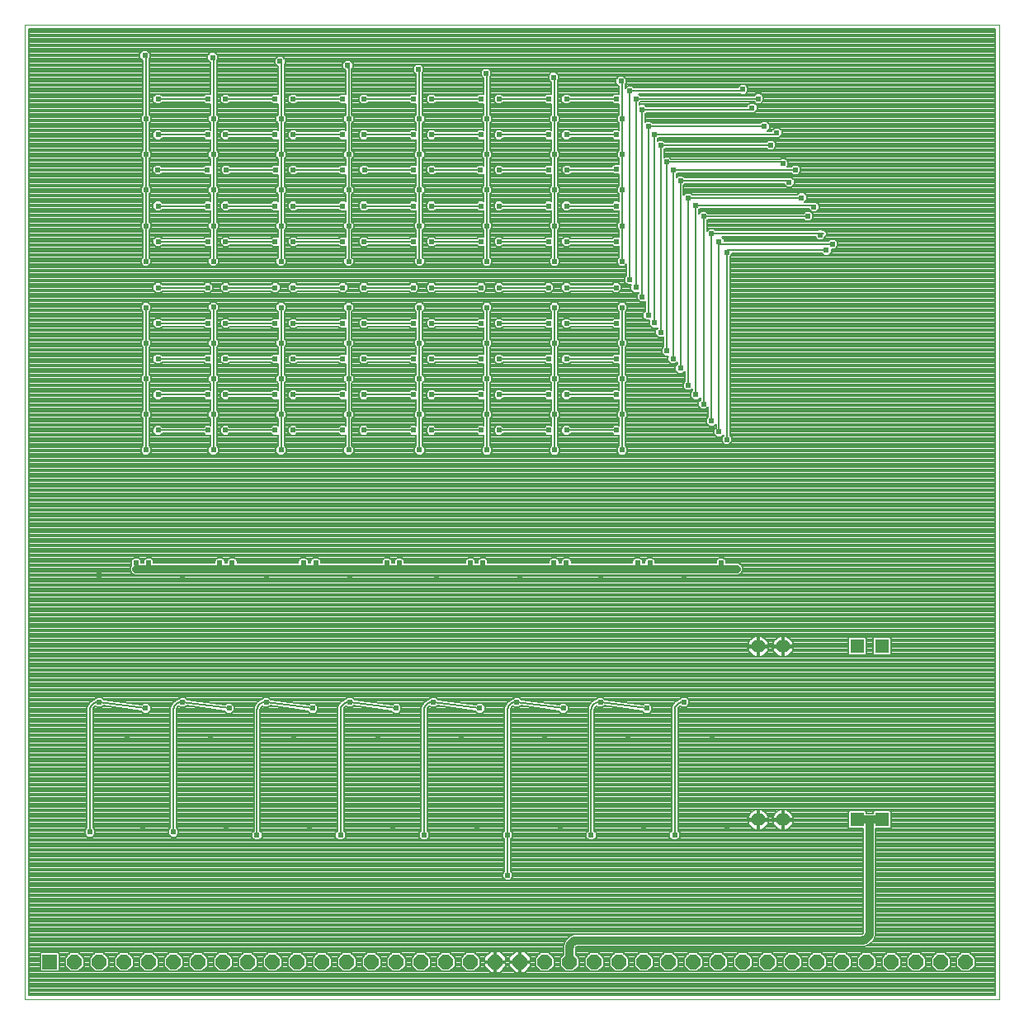
<source format=gbl>
G75*
%MOIN*%
%OFA0B0*%
%FSLAX25Y25*%
%IPPOS*%
%LPD*%
%AMOC8*
5,1,8,0,0,1.08239X$1,22.5*
%
%ADD10C,0.00394*%
%ADD11C,0.05543*%
%ADD12R,0.05543X0.05543*%
%ADD13R,0.05937X0.05937*%
%ADD14OC8,0.05937*%
%ADD15C,0.02400*%
%ADD16C,0.00800*%
%ADD17C,0.03200*%
%ADD18C,0.01600*%
D10*
X0003350Y0001500D02*
X0397051Y0001500D01*
X0397051Y0395201D01*
X0003350Y0395201D01*
X0003350Y0001500D01*
D11*
X0299600Y0074000D03*
X0309600Y0074000D03*
X0309600Y0144000D03*
X0299600Y0144000D03*
D12*
X0339600Y0144000D03*
X0349600Y0144000D03*
X0349600Y0074000D03*
X0339600Y0074000D03*
D13*
X0013350Y0016500D03*
D14*
X0023350Y0016500D03*
X0033350Y0016500D03*
X0043350Y0016500D03*
X0053350Y0016500D03*
X0063350Y0016500D03*
X0073350Y0016500D03*
X0083350Y0016500D03*
X0093350Y0016500D03*
X0103350Y0016500D03*
X0113350Y0016500D03*
X0123350Y0016500D03*
X0133350Y0016500D03*
X0143350Y0016500D03*
X0153350Y0016500D03*
X0163350Y0016500D03*
X0173350Y0016500D03*
X0183350Y0016500D03*
X0193350Y0016500D03*
X0203350Y0016500D03*
X0213350Y0016500D03*
X0223350Y0016500D03*
X0233350Y0016500D03*
X0243350Y0016500D03*
X0253350Y0016500D03*
X0263350Y0016500D03*
X0273350Y0016500D03*
X0283350Y0016500D03*
X0293350Y0016500D03*
X0303350Y0016500D03*
X0313350Y0016500D03*
X0323350Y0016500D03*
X0333350Y0016500D03*
X0343350Y0016500D03*
X0353350Y0016500D03*
X0363350Y0016500D03*
X0373350Y0016500D03*
X0383350Y0016500D03*
D15*
X0287100Y0070250D03*
X0265850Y0067750D03*
X0253350Y0070250D03*
X0232100Y0067750D03*
X0219600Y0070250D03*
X0198350Y0067750D03*
X0185850Y0070250D03*
X0164600Y0067750D03*
X0152100Y0070250D03*
X0130850Y0067750D03*
X0118350Y0070250D03*
X0097100Y0067750D03*
X0084600Y0070250D03*
X0063350Y0069000D03*
X0050850Y0070250D03*
X0029600Y0069000D03*
X0044600Y0106500D03*
X0052100Y0119000D03*
X0067100Y0121500D03*
X0078350Y0106500D03*
X0085850Y0119000D03*
X0100850Y0121500D03*
X0112100Y0106500D03*
X0119600Y0119000D03*
X0134600Y0121500D03*
X0145850Y0106500D03*
X0153350Y0119000D03*
X0168350Y0121500D03*
X0179600Y0106500D03*
X0187100Y0119000D03*
X0202100Y0121500D03*
X0213350Y0106500D03*
X0220850Y0119000D03*
X0235850Y0121500D03*
X0247100Y0106500D03*
X0254600Y0119000D03*
X0269600Y0121500D03*
X0280850Y0106500D03*
X0280850Y0162750D03*
X0269600Y0171500D03*
X0255850Y0177750D03*
X0250850Y0177750D03*
X0247100Y0162750D03*
X0235850Y0171500D03*
X0222100Y0177750D03*
X0217100Y0177750D03*
X0203350Y0171500D03*
X0213350Y0162750D03*
X0188350Y0177750D03*
X0183350Y0177750D03*
X0179600Y0162750D03*
X0169600Y0171500D03*
X0154600Y0177750D03*
X0149600Y0177750D03*
X0145850Y0162750D03*
X0134600Y0171500D03*
X0120850Y0177750D03*
X0115850Y0177750D03*
X0112100Y0162750D03*
X0100850Y0171500D03*
X0087100Y0177750D03*
X0082100Y0177750D03*
X0078350Y0162750D03*
X0067100Y0171500D03*
X0053350Y0177750D03*
X0048350Y0177750D03*
X0044600Y0162750D03*
X0033350Y0172750D03*
X0033350Y0121500D03*
X0052250Y0223300D03*
X0057150Y0231300D03*
X0052250Y0237700D03*
X0057150Y0245700D03*
X0052250Y0252100D03*
X0057150Y0260100D03*
X0052250Y0266500D03*
X0057150Y0274500D03*
X0052250Y0280900D03*
X0057150Y0288900D03*
X0052250Y0299500D03*
X0057150Y0307500D03*
X0052250Y0313900D03*
X0057150Y0321900D03*
X0052250Y0328300D03*
X0057100Y0336500D03*
X0052250Y0342700D03*
X0057150Y0350700D03*
X0052250Y0357100D03*
X0057150Y0365100D03*
X0051850Y0382700D03*
X0079150Y0381900D03*
X0077150Y0365100D03*
X0084450Y0365100D03*
X0079550Y0357163D03*
X0077150Y0350700D03*
X0084450Y0350700D03*
X0079550Y0342700D03*
X0077100Y0336500D03*
X0084600Y0336500D03*
X0079550Y0328300D03*
X0077150Y0321900D03*
X0084450Y0321900D03*
X0079550Y0313900D03*
X0077150Y0307500D03*
X0084450Y0307500D03*
X0079550Y0299500D03*
X0077150Y0288900D03*
X0084450Y0288900D03*
X0079550Y0280963D03*
X0077150Y0274500D03*
X0084450Y0274500D03*
X0079550Y0266500D03*
X0077150Y0260100D03*
X0084450Y0260100D03*
X0079550Y0252100D03*
X0077150Y0245700D03*
X0084450Y0245700D03*
X0079550Y0237700D03*
X0077150Y0231300D03*
X0084450Y0231300D03*
X0079550Y0223300D03*
X0104450Y0231300D03*
X0106850Y0237700D03*
X0111750Y0231300D03*
X0106850Y0223300D03*
X0104450Y0245700D03*
X0106850Y0252100D03*
X0111750Y0245700D03*
X0111750Y0260100D03*
X0104450Y0260100D03*
X0106850Y0266500D03*
X0104450Y0274500D03*
X0106850Y0280900D03*
X0111750Y0274500D03*
X0111750Y0288900D03*
X0104450Y0288900D03*
X0106850Y0299500D03*
X0104450Y0307500D03*
X0106850Y0313900D03*
X0111750Y0307500D03*
X0111750Y0321900D03*
X0104450Y0321900D03*
X0106850Y0328300D03*
X0104600Y0336500D03*
X0106850Y0342700D03*
X0111788Y0336500D03*
X0111750Y0350700D03*
X0104450Y0350700D03*
X0106850Y0357100D03*
X0104450Y0365100D03*
X0111750Y0365100D03*
X0106450Y0380300D03*
X0133750Y0378700D03*
X0131750Y0365100D03*
X0134150Y0357100D03*
X0131750Y0350700D03*
X0134150Y0342700D03*
X0131788Y0336500D03*
X0134150Y0328300D03*
X0131750Y0321900D03*
X0134150Y0313900D03*
X0131750Y0307500D03*
X0134150Y0299500D03*
X0140300Y0307500D03*
X0140300Y0321900D03*
X0140538Y0336500D03*
X0140300Y0350700D03*
X0140300Y0365100D03*
X0160300Y0365100D03*
X0167600Y0365100D03*
X0162700Y0357100D03*
X0160300Y0350700D03*
X0167600Y0350700D03*
X0162700Y0342700D03*
X0160225Y0336500D03*
X0167725Y0336500D03*
X0162700Y0328300D03*
X0160300Y0321900D03*
X0167600Y0321900D03*
X0162700Y0313900D03*
X0160300Y0307500D03*
X0167600Y0307500D03*
X0162700Y0299500D03*
X0160300Y0288900D03*
X0167600Y0288900D03*
X0162700Y0280900D03*
X0160300Y0274500D03*
X0167600Y0274500D03*
X0162700Y0266500D03*
X0160300Y0260100D03*
X0167600Y0260100D03*
X0162700Y0252100D03*
X0160300Y0245700D03*
X0167600Y0245700D03*
X0162700Y0237700D03*
X0160300Y0231300D03*
X0167600Y0231300D03*
X0162700Y0223300D03*
X0140300Y0231300D03*
X0131750Y0231300D03*
X0134150Y0237700D03*
X0131750Y0245700D03*
X0134150Y0252100D03*
X0131750Y0260100D03*
X0134150Y0266500D03*
X0131750Y0274500D03*
X0134150Y0280900D03*
X0131750Y0288900D03*
X0140300Y0288900D03*
X0140300Y0274500D03*
X0140300Y0260100D03*
X0140300Y0245700D03*
X0134150Y0223300D03*
X0187600Y0231300D03*
X0190000Y0237700D03*
X0194900Y0231300D03*
X0190000Y0223300D03*
X0187600Y0245700D03*
X0194900Y0245700D03*
X0190000Y0252100D03*
X0187600Y0260100D03*
X0194900Y0260100D03*
X0190000Y0266500D03*
X0187600Y0274500D03*
X0190000Y0280900D03*
X0194900Y0274500D03*
X0194900Y0288900D03*
X0187600Y0288900D03*
X0190000Y0299500D03*
X0187600Y0307500D03*
X0194900Y0307500D03*
X0190000Y0313900D03*
X0187600Y0321900D03*
X0190000Y0328300D03*
X0194900Y0321900D03*
X0194913Y0336500D03*
X0187413Y0336500D03*
X0190000Y0342700D03*
X0187600Y0350700D03*
X0194900Y0350700D03*
X0190000Y0357100D03*
X0187600Y0365100D03*
X0194900Y0365100D03*
X0189600Y0375500D03*
X0214900Y0365100D03*
X0222200Y0365100D03*
X0217300Y0357100D03*
X0214900Y0350700D03*
X0222200Y0350700D03*
X0217300Y0342700D03*
X0214913Y0336500D03*
X0222413Y0336500D03*
X0217300Y0328300D03*
X0214900Y0321900D03*
X0222200Y0321900D03*
X0217300Y0313900D03*
X0214900Y0307500D03*
X0222200Y0307500D03*
X0217300Y0299500D03*
X0214900Y0288900D03*
X0222200Y0288900D03*
X0217300Y0280900D03*
X0214900Y0274500D03*
X0222200Y0274500D03*
X0217300Y0266500D03*
X0214900Y0260100D03*
X0222200Y0260100D03*
X0217300Y0252100D03*
X0214900Y0245700D03*
X0222200Y0245700D03*
X0217300Y0237700D03*
X0214900Y0231300D03*
X0222200Y0231300D03*
X0217300Y0223300D03*
X0242200Y0231300D03*
X0244600Y0237700D03*
X0242200Y0245700D03*
X0244600Y0252100D03*
X0242200Y0260100D03*
X0244600Y0266500D03*
X0242200Y0274500D03*
X0244600Y0280900D03*
X0242200Y0288900D03*
X0247705Y0292125D03*
X0250205Y0289000D03*
X0252705Y0285250D03*
X0255205Y0277750D03*
X0257705Y0274625D03*
X0260205Y0270875D03*
X0262705Y0263375D03*
X0265205Y0260250D03*
X0268148Y0256282D03*
X0271278Y0249396D03*
X0274408Y0245640D03*
X0277538Y0241884D03*
X0280668Y0234998D03*
X0283798Y0230616D03*
X0286928Y0227486D03*
X0244600Y0223300D03*
X0284600Y0177750D03*
X0290850Y0175250D03*
X0244600Y0299500D03*
X0242200Y0307500D03*
X0244600Y0313900D03*
X0242200Y0321900D03*
X0244600Y0328300D03*
X0242413Y0336813D03*
X0244600Y0342700D03*
X0242200Y0350700D03*
X0244600Y0357100D03*
X0242200Y0365100D03*
X0244200Y0372300D03*
X0247705Y0368375D03*
X0250205Y0365250D03*
X0252705Y0360875D03*
X0255205Y0354000D03*
X0257705Y0350875D03*
X0260205Y0346500D03*
X0262705Y0339625D03*
X0265205Y0336500D03*
X0268148Y0332028D03*
X0271278Y0325142D03*
X0274408Y0322012D03*
X0277538Y0317630D03*
X0280668Y0310744D03*
X0283798Y0307614D03*
X0286928Y0303232D03*
X0317100Y0325250D03*
X0322100Y0321500D03*
X0319600Y0317750D03*
X0324600Y0310250D03*
X0329600Y0306500D03*
X0327100Y0304000D03*
X0312100Y0331500D03*
X0314600Y0336500D03*
X0309600Y0339000D03*
X0304600Y0346500D03*
X0307100Y0351500D03*
X0302100Y0354000D03*
X0297100Y0361500D03*
X0299600Y0365250D03*
X0293350Y0369000D03*
X0216900Y0373900D03*
X0162300Y0377100D03*
X0198350Y0051500D03*
D16*
X0198350Y0067750D01*
X0198350Y0118300D01*
X0199650Y0118300D02*
X0199715Y0118792D01*
X0200207Y0119644D01*
X0200701Y0119929D01*
X0201231Y0119400D01*
X0202970Y0119400D01*
X0203564Y0119993D01*
X0218937Y0117944D01*
X0219981Y0116900D01*
X0221720Y0116900D01*
X0222950Y0118130D01*
X0222950Y0119870D01*
X0221720Y0121100D01*
X0219981Y0121100D01*
X0219387Y0120507D01*
X0204014Y0122556D01*
X0202970Y0123600D01*
X0201231Y0123600D01*
X0200431Y0122800D01*
X0200345Y0122800D01*
X0198256Y0121594D01*
X0197050Y0119506D01*
X0197050Y0069420D01*
X0196250Y0068620D01*
X0196250Y0066880D01*
X0197050Y0066080D01*
X0197050Y0053170D01*
X0196250Y0052370D01*
X0196250Y0050630D01*
X0197481Y0049400D01*
X0199220Y0049400D01*
X0200450Y0050630D01*
X0200450Y0052370D01*
X0199650Y0053170D01*
X0199650Y0066080D01*
X0200450Y0066880D01*
X0200450Y0068620D01*
X0199650Y0069420D01*
X0199650Y0118300D01*
X0199650Y0118083D02*
X0217894Y0118083D01*
X0219596Y0117284D02*
X0199650Y0117284D01*
X0199650Y0116486D02*
X0230800Y0116486D01*
X0230800Y0117284D02*
X0222104Y0117284D01*
X0222903Y0118083D02*
X0230800Y0118083D01*
X0230800Y0118881D02*
X0222950Y0118881D01*
X0222950Y0119680D02*
X0230901Y0119680D01*
X0230800Y0119506D02*
X0230800Y0069420D01*
X0230000Y0068620D01*
X0230000Y0066880D01*
X0231231Y0065650D01*
X0232970Y0065650D01*
X0234200Y0066880D01*
X0234200Y0068620D01*
X0233400Y0069420D01*
X0233400Y0118300D01*
X0233465Y0118792D01*
X0233957Y0119644D01*
X0234451Y0119929D01*
X0234981Y0119400D01*
X0236720Y0119400D01*
X0237314Y0119993D01*
X0252687Y0117944D01*
X0253731Y0116900D01*
X0255470Y0116900D01*
X0256700Y0118130D01*
X0256700Y0119870D01*
X0255470Y0121100D01*
X0253731Y0121100D01*
X0253137Y0120507D01*
X0237764Y0122556D01*
X0236720Y0123600D01*
X0234981Y0123600D01*
X0234181Y0122800D01*
X0234095Y0122800D01*
X0232006Y0121594D01*
X0230800Y0119506D01*
X0231362Y0120478D02*
X0222342Y0120478D01*
X0220850Y0119000D02*
X0202100Y0121500D01*
X0201550Y0121500D01*
X0200504Y0122874D02*
X0169947Y0122874D01*
X0170264Y0122556D02*
X0169220Y0123600D01*
X0167481Y0123600D01*
X0166681Y0122800D01*
X0166595Y0122800D01*
X0164506Y0121594D01*
X0163300Y0119506D01*
X0163300Y0069420D01*
X0162500Y0068620D01*
X0162500Y0066880D01*
X0163731Y0065650D01*
X0165470Y0065650D01*
X0166700Y0066880D01*
X0166700Y0068620D01*
X0165900Y0069420D01*
X0165900Y0118300D01*
X0165965Y0118792D01*
X0166457Y0119644D01*
X0166951Y0119929D01*
X0167481Y0119400D01*
X0169220Y0119400D01*
X0169814Y0119993D01*
X0185187Y0117944D01*
X0186231Y0116900D01*
X0187970Y0116900D01*
X0189200Y0118130D01*
X0189200Y0119870D01*
X0187970Y0121100D01*
X0186231Y0121100D01*
X0185637Y0120507D01*
X0170264Y0122556D01*
X0168350Y0121500D02*
X0167800Y0121500D01*
X0168350Y0121500D02*
X0187100Y0119000D01*
X0188592Y0120478D02*
X0197612Y0120478D01*
X0197151Y0119680D02*
X0189200Y0119680D01*
X0189200Y0118881D02*
X0197050Y0118881D01*
X0197050Y0118083D02*
X0189153Y0118083D01*
X0188354Y0117284D02*
X0197050Y0117284D01*
X0197050Y0116486D02*
X0165900Y0116486D01*
X0165900Y0117284D02*
X0185846Y0117284D01*
X0184144Y0118083D02*
X0165900Y0118083D01*
X0166017Y0118881D02*
X0178155Y0118881D01*
X0179861Y0121277D02*
X0198073Y0121277D01*
X0198256Y0121594D02*
X0198256Y0121594D01*
X0198256Y0121594D01*
X0199089Y0122075D02*
X0173873Y0122075D01*
X0172167Y0119680D02*
X0169500Y0119680D01*
X0167800Y0121500D02*
X0167688Y0121498D01*
X0167577Y0121492D01*
X0167466Y0121482D01*
X0167355Y0121469D01*
X0167244Y0121451D01*
X0167135Y0121430D01*
X0167026Y0121405D01*
X0166918Y0121376D01*
X0166811Y0121343D01*
X0166706Y0121307D01*
X0166601Y0121267D01*
X0166498Y0121223D01*
X0166397Y0121176D01*
X0166298Y0121125D01*
X0166200Y0121071D01*
X0166104Y0121014D01*
X0166011Y0120953D01*
X0165919Y0120889D01*
X0165830Y0120822D01*
X0165743Y0120751D01*
X0165659Y0120678D01*
X0165577Y0120602D01*
X0165498Y0120523D01*
X0165422Y0120441D01*
X0165349Y0120357D01*
X0165278Y0120270D01*
X0165211Y0120181D01*
X0165147Y0120089D01*
X0165086Y0119996D01*
X0165029Y0119900D01*
X0164975Y0119802D01*
X0164924Y0119703D01*
X0164877Y0119602D01*
X0164833Y0119499D01*
X0164793Y0119394D01*
X0164757Y0119289D01*
X0164724Y0119182D01*
X0164695Y0119074D01*
X0164670Y0118965D01*
X0164649Y0118856D01*
X0164631Y0118745D01*
X0164618Y0118634D01*
X0164608Y0118523D01*
X0164602Y0118412D01*
X0164600Y0118300D01*
X0164600Y0067750D01*
X0162500Y0067776D02*
X0132950Y0067776D01*
X0132950Y0066978D02*
X0162500Y0066978D01*
X0163201Y0066179D02*
X0132250Y0066179D01*
X0131720Y0065650D02*
X0132950Y0066880D01*
X0132950Y0068620D01*
X0132150Y0069420D01*
X0132150Y0118300D01*
X0132215Y0118792D01*
X0132707Y0119644D01*
X0133201Y0119929D01*
X0133731Y0119400D01*
X0135470Y0119400D01*
X0136064Y0119993D01*
X0151437Y0117944D01*
X0152481Y0116900D01*
X0154220Y0116900D01*
X0155450Y0118130D01*
X0155450Y0119870D01*
X0154220Y0121100D01*
X0152481Y0121100D01*
X0151887Y0120507D01*
X0136514Y0122556D01*
X0135470Y0123600D01*
X0133731Y0123600D01*
X0132931Y0122800D01*
X0132845Y0122800D01*
X0130756Y0121594D01*
X0129550Y0119506D01*
X0129550Y0069420D01*
X0128750Y0068620D01*
X0128750Y0066880D01*
X0129981Y0065650D01*
X0131720Y0065650D01*
X0130850Y0067750D02*
X0130850Y0118300D01*
X0129550Y0118083D02*
X0121653Y0118083D01*
X0121700Y0118130D02*
X0121700Y0119870D01*
X0120470Y0121100D01*
X0118731Y0121100D01*
X0118137Y0120507D01*
X0102764Y0122556D01*
X0101720Y0123600D01*
X0099981Y0123600D01*
X0099181Y0122800D01*
X0099095Y0122800D01*
X0097006Y0121594D01*
X0095800Y0119506D01*
X0095800Y0069420D01*
X0095000Y0068620D01*
X0095000Y0066880D01*
X0096231Y0065650D01*
X0097970Y0065650D01*
X0099200Y0066880D01*
X0099200Y0068620D01*
X0098400Y0069420D01*
X0098400Y0118300D01*
X0098465Y0118792D01*
X0098957Y0119644D01*
X0099451Y0119929D01*
X0099981Y0119400D01*
X0101720Y0119400D01*
X0102314Y0119993D01*
X0117687Y0117944D01*
X0118731Y0116900D01*
X0120470Y0116900D01*
X0121700Y0118130D01*
X0121700Y0118881D02*
X0129550Y0118881D01*
X0129651Y0119680D02*
X0121700Y0119680D01*
X0121092Y0120478D02*
X0130112Y0120478D01*
X0130573Y0121277D02*
X0112361Y0121277D01*
X0110655Y0118881D02*
X0098517Y0118881D01*
X0098400Y0118083D02*
X0116644Y0118083D01*
X0118346Y0117284D02*
X0098400Y0117284D01*
X0098400Y0116486D02*
X0129550Y0116486D01*
X0129550Y0117284D02*
X0120854Y0117284D01*
X0119600Y0119000D02*
X0100850Y0121500D01*
X0100300Y0121500D01*
X0099254Y0122874D02*
X0068697Y0122874D01*
X0069014Y0122556D02*
X0067970Y0123600D01*
X0066231Y0123600D01*
X0065431Y0122800D01*
X0065345Y0122800D01*
X0063256Y0121594D01*
X0062050Y0119506D01*
X0062050Y0070670D01*
X0061250Y0069870D01*
X0061250Y0068130D01*
X0062481Y0066900D01*
X0064220Y0066900D01*
X0065450Y0068130D01*
X0065450Y0069870D01*
X0064650Y0070670D01*
X0064650Y0118300D01*
X0064715Y0118792D01*
X0065207Y0119644D01*
X0065701Y0119929D01*
X0066231Y0119400D01*
X0067970Y0119400D01*
X0068564Y0119993D01*
X0083937Y0117944D01*
X0084981Y0116900D01*
X0086720Y0116900D01*
X0087950Y0118130D01*
X0087950Y0119870D01*
X0086720Y0121100D01*
X0084981Y0121100D01*
X0084387Y0120507D01*
X0069014Y0122556D01*
X0067100Y0121500D02*
X0066550Y0121500D01*
X0067100Y0121500D02*
X0085850Y0119000D01*
X0087342Y0120478D02*
X0096362Y0120478D01*
X0095901Y0119680D02*
X0087950Y0119680D01*
X0087950Y0118881D02*
X0095800Y0118881D01*
X0095800Y0118083D02*
X0087903Y0118083D01*
X0087104Y0117284D02*
X0095800Y0117284D01*
X0095800Y0116486D02*
X0064650Y0116486D01*
X0064650Y0117284D02*
X0084596Y0117284D01*
X0082894Y0118083D02*
X0064650Y0118083D01*
X0064767Y0118881D02*
X0076905Y0118881D01*
X0078611Y0121277D02*
X0096823Y0121277D01*
X0097006Y0121594D02*
X0097006Y0121594D01*
X0097006Y0121594D01*
X0097839Y0122075D02*
X0072623Y0122075D01*
X0070917Y0119680D02*
X0068250Y0119680D01*
X0066550Y0121500D02*
X0066438Y0121498D01*
X0066327Y0121492D01*
X0066216Y0121482D01*
X0066105Y0121469D01*
X0065994Y0121451D01*
X0065885Y0121430D01*
X0065776Y0121405D01*
X0065668Y0121376D01*
X0065561Y0121343D01*
X0065456Y0121307D01*
X0065351Y0121267D01*
X0065248Y0121223D01*
X0065147Y0121176D01*
X0065048Y0121125D01*
X0064950Y0121071D01*
X0064854Y0121014D01*
X0064761Y0120953D01*
X0064669Y0120889D01*
X0064580Y0120822D01*
X0064493Y0120751D01*
X0064409Y0120678D01*
X0064327Y0120602D01*
X0064248Y0120523D01*
X0064172Y0120441D01*
X0064099Y0120357D01*
X0064028Y0120270D01*
X0063961Y0120181D01*
X0063897Y0120089D01*
X0063836Y0119996D01*
X0063779Y0119900D01*
X0063725Y0119802D01*
X0063674Y0119703D01*
X0063627Y0119602D01*
X0063583Y0119499D01*
X0063543Y0119394D01*
X0063507Y0119289D01*
X0063474Y0119182D01*
X0063445Y0119074D01*
X0063420Y0118965D01*
X0063399Y0118856D01*
X0063381Y0118745D01*
X0063368Y0118634D01*
X0063358Y0118523D01*
X0063352Y0118412D01*
X0063350Y0118300D01*
X0063350Y0069000D01*
X0061604Y0067776D02*
X0031347Y0067776D01*
X0031700Y0068130D02*
X0031700Y0069870D01*
X0030900Y0070670D01*
X0030900Y0118300D01*
X0030965Y0118792D01*
X0031457Y0119644D01*
X0031951Y0119929D01*
X0032481Y0119400D01*
X0034220Y0119400D01*
X0034814Y0119993D01*
X0050187Y0117944D01*
X0051231Y0116900D01*
X0052970Y0116900D01*
X0054200Y0118130D01*
X0054200Y0119870D01*
X0052970Y0121100D01*
X0051231Y0121100D01*
X0050637Y0120507D01*
X0035264Y0122556D01*
X0034220Y0123600D01*
X0032481Y0123600D01*
X0031681Y0122800D01*
X0031595Y0122800D01*
X0029506Y0121594D01*
X0028300Y0119506D01*
X0028300Y0070670D01*
X0027500Y0069870D01*
X0027500Y0068130D01*
X0028731Y0066900D01*
X0030470Y0066900D01*
X0031700Y0068130D01*
X0031700Y0068575D02*
X0061250Y0068575D01*
X0061250Y0069373D02*
X0031700Y0069373D01*
X0031398Y0070172D02*
X0061553Y0070172D01*
X0062050Y0070970D02*
X0030900Y0070970D01*
X0030900Y0071769D02*
X0062050Y0071769D01*
X0062050Y0072568D02*
X0030900Y0072568D01*
X0030900Y0073366D02*
X0062050Y0073366D01*
X0062050Y0074165D02*
X0030900Y0074165D01*
X0030900Y0074963D02*
X0062050Y0074963D01*
X0062050Y0075762D02*
X0030900Y0075762D01*
X0030900Y0076560D02*
X0062050Y0076560D01*
X0062050Y0077359D02*
X0030900Y0077359D01*
X0030900Y0078157D02*
X0062050Y0078157D01*
X0062050Y0078956D02*
X0030900Y0078956D01*
X0030900Y0079754D02*
X0062050Y0079754D01*
X0062050Y0080553D02*
X0030900Y0080553D01*
X0030900Y0081351D02*
X0062050Y0081351D01*
X0062050Y0082150D02*
X0030900Y0082150D01*
X0030900Y0082948D02*
X0062050Y0082948D01*
X0062050Y0083747D02*
X0030900Y0083747D01*
X0030900Y0084545D02*
X0062050Y0084545D01*
X0062050Y0085344D02*
X0030900Y0085344D01*
X0030900Y0086142D02*
X0062050Y0086142D01*
X0062050Y0086941D02*
X0030900Y0086941D01*
X0030900Y0087739D02*
X0062050Y0087739D01*
X0062050Y0088538D02*
X0030900Y0088538D01*
X0030900Y0089336D02*
X0062050Y0089336D01*
X0062050Y0090135D02*
X0030900Y0090135D01*
X0030900Y0090933D02*
X0062050Y0090933D01*
X0062050Y0091732D02*
X0030900Y0091732D01*
X0030900Y0092530D02*
X0062050Y0092530D01*
X0062050Y0093329D02*
X0030900Y0093329D01*
X0030900Y0094127D02*
X0062050Y0094127D01*
X0062050Y0094926D02*
X0030900Y0094926D01*
X0030900Y0095724D02*
X0062050Y0095724D01*
X0062050Y0096523D02*
X0030900Y0096523D01*
X0030900Y0097321D02*
X0062050Y0097321D01*
X0062050Y0098120D02*
X0030900Y0098120D01*
X0030900Y0098918D02*
X0062050Y0098918D01*
X0062050Y0099717D02*
X0030900Y0099717D01*
X0030900Y0100515D02*
X0062050Y0100515D01*
X0062050Y0101314D02*
X0030900Y0101314D01*
X0030900Y0102112D02*
X0062050Y0102112D01*
X0062050Y0102911D02*
X0030900Y0102911D01*
X0030900Y0103709D02*
X0062050Y0103709D01*
X0062050Y0104508D02*
X0030900Y0104508D01*
X0030900Y0105306D02*
X0062050Y0105306D01*
X0062050Y0106105D02*
X0030900Y0106105D01*
X0030900Y0106903D02*
X0062050Y0106903D01*
X0062050Y0107702D02*
X0030900Y0107702D01*
X0030900Y0108501D02*
X0062050Y0108501D01*
X0062050Y0109299D02*
X0030900Y0109299D01*
X0030900Y0110098D02*
X0062050Y0110098D01*
X0062050Y0110896D02*
X0030900Y0110896D01*
X0030900Y0111695D02*
X0062050Y0111695D01*
X0062050Y0112493D02*
X0030900Y0112493D01*
X0030900Y0113292D02*
X0062050Y0113292D01*
X0062050Y0114090D02*
X0030900Y0114090D01*
X0030900Y0114889D02*
X0062050Y0114889D01*
X0062050Y0115687D02*
X0030900Y0115687D01*
X0030900Y0116486D02*
X0062050Y0116486D01*
X0062050Y0117284D02*
X0053354Y0117284D01*
X0054153Y0118083D02*
X0062050Y0118083D01*
X0062050Y0118881D02*
X0054200Y0118881D01*
X0054200Y0119680D02*
X0062151Y0119680D01*
X0062612Y0120478D02*
X0053592Y0120478D01*
X0052100Y0119000D02*
X0033350Y0121500D01*
X0032800Y0121500D01*
X0031754Y0122874D02*
X0004947Y0122874D01*
X0004947Y0123672D02*
X0395454Y0123672D01*
X0395454Y0122874D02*
X0271197Y0122874D01*
X0271700Y0122370D02*
X0270470Y0123600D01*
X0268731Y0123600D01*
X0267931Y0122800D01*
X0267845Y0122800D01*
X0265756Y0121594D01*
X0264550Y0119506D01*
X0264550Y0069420D01*
X0263750Y0068620D01*
X0263750Y0066880D01*
X0264981Y0065650D01*
X0266720Y0065650D01*
X0267950Y0066880D01*
X0267950Y0068620D01*
X0267150Y0069420D01*
X0267150Y0118300D01*
X0267215Y0118792D01*
X0267707Y0119644D01*
X0268201Y0119929D01*
X0268731Y0119400D01*
X0270470Y0119400D01*
X0271700Y0120630D01*
X0271700Y0122370D01*
X0271700Y0122075D02*
X0395454Y0122075D01*
X0395454Y0121277D02*
X0271700Y0121277D01*
X0271548Y0120478D02*
X0395454Y0120478D01*
X0395454Y0119680D02*
X0270750Y0119680D01*
X0269600Y0121500D02*
X0269050Y0121500D01*
X0268004Y0122874D02*
X0237447Y0122874D01*
X0235850Y0121500D02*
X0235300Y0121500D01*
X0235850Y0121500D02*
X0254600Y0119000D01*
X0256092Y0120478D02*
X0265112Y0120478D01*
X0264651Y0119680D02*
X0256700Y0119680D01*
X0256700Y0118881D02*
X0264550Y0118881D01*
X0264550Y0118083D02*
X0256653Y0118083D01*
X0255854Y0117284D02*
X0264550Y0117284D01*
X0264550Y0116486D02*
X0233400Y0116486D01*
X0233400Y0117284D02*
X0253346Y0117284D01*
X0251644Y0118083D02*
X0233400Y0118083D01*
X0233517Y0118881D02*
X0245655Y0118881D01*
X0247361Y0121277D02*
X0265573Y0121277D01*
X0265756Y0121594D02*
X0265756Y0121594D01*
X0265756Y0121594D01*
X0266589Y0122075D02*
X0241373Y0122075D01*
X0239666Y0119680D02*
X0237000Y0119680D01*
X0235300Y0121500D02*
X0235188Y0121498D01*
X0235077Y0121492D01*
X0234966Y0121482D01*
X0234855Y0121469D01*
X0234744Y0121451D01*
X0234635Y0121430D01*
X0234526Y0121405D01*
X0234418Y0121376D01*
X0234311Y0121343D01*
X0234206Y0121307D01*
X0234101Y0121267D01*
X0233998Y0121223D01*
X0233897Y0121176D01*
X0233798Y0121125D01*
X0233700Y0121071D01*
X0233604Y0121014D01*
X0233511Y0120953D01*
X0233419Y0120889D01*
X0233330Y0120822D01*
X0233243Y0120751D01*
X0233159Y0120678D01*
X0233077Y0120602D01*
X0232998Y0120523D01*
X0232922Y0120441D01*
X0232849Y0120357D01*
X0232778Y0120270D01*
X0232711Y0120181D01*
X0232647Y0120089D01*
X0232586Y0119996D01*
X0232529Y0119900D01*
X0232475Y0119802D01*
X0232424Y0119703D01*
X0232377Y0119602D01*
X0232333Y0119499D01*
X0232293Y0119394D01*
X0232257Y0119289D01*
X0232224Y0119182D01*
X0232195Y0119074D01*
X0232170Y0118965D01*
X0232149Y0118856D01*
X0232131Y0118745D01*
X0232118Y0118634D01*
X0232108Y0118523D01*
X0232102Y0118412D01*
X0232100Y0118300D01*
X0232100Y0067750D01*
X0230000Y0067776D02*
X0200450Y0067776D01*
X0200450Y0066978D02*
X0230000Y0066978D01*
X0230701Y0066179D02*
X0199750Y0066179D01*
X0199650Y0065381D02*
X0342100Y0065381D01*
X0342100Y0066179D02*
X0267250Y0066179D01*
X0267950Y0066978D02*
X0342100Y0066978D01*
X0342100Y0067776D02*
X0267950Y0067776D01*
X0267950Y0068575D02*
X0342100Y0068575D01*
X0342100Y0069373D02*
X0267197Y0069373D01*
X0267150Y0070172D02*
X0297924Y0070172D01*
X0297999Y0070134D02*
X0298624Y0069931D01*
X0299200Y0069840D01*
X0299200Y0073600D01*
X0295440Y0073600D01*
X0295531Y0073023D01*
X0295734Y0072399D01*
X0296032Y0071814D01*
X0296418Y0071282D01*
X0296883Y0070818D01*
X0297414Y0070432D01*
X0297999Y0070134D01*
X0299200Y0070172D02*
X0300000Y0070172D01*
X0300000Y0069840D02*
X0300577Y0069931D01*
X0301202Y0070134D01*
X0301787Y0070432D01*
X0302318Y0070818D01*
X0302782Y0071282D01*
X0303168Y0071814D01*
X0303466Y0072399D01*
X0303669Y0073023D01*
X0303761Y0073600D01*
X0300000Y0073600D01*
X0300000Y0069840D01*
X0300000Y0070970D02*
X0299200Y0070970D01*
X0299200Y0071769D02*
X0300000Y0071769D01*
X0300000Y0072568D02*
X0299200Y0072568D01*
X0299200Y0073366D02*
X0300000Y0073366D01*
X0300000Y0073600D02*
X0299200Y0073600D01*
X0299200Y0074400D01*
X0295440Y0074400D01*
X0295531Y0074977D01*
X0295734Y0075601D01*
X0296032Y0076186D01*
X0296418Y0076718D01*
X0296883Y0077182D01*
X0297414Y0077568D01*
X0297999Y0077866D01*
X0298624Y0078069D01*
X0299200Y0078160D01*
X0299200Y0074400D01*
X0300000Y0074400D01*
X0300000Y0078160D01*
X0300577Y0078069D01*
X0301202Y0077866D01*
X0301787Y0077568D01*
X0302318Y0077182D01*
X0302782Y0076718D01*
X0303168Y0076186D01*
X0303466Y0075601D01*
X0303669Y0074977D01*
X0303761Y0074400D01*
X0300000Y0074400D01*
X0300000Y0073600D01*
X0300000Y0074165D02*
X0309200Y0074165D01*
X0309200Y0074400D02*
X0309200Y0073600D01*
X0305440Y0073600D01*
X0305531Y0073023D01*
X0305734Y0072399D01*
X0306032Y0071814D01*
X0306418Y0071282D01*
X0306883Y0070818D01*
X0307414Y0070432D01*
X0307999Y0070134D01*
X0308624Y0069931D01*
X0309200Y0069840D01*
X0309200Y0073600D01*
X0310000Y0073600D01*
X0310000Y0069840D01*
X0310577Y0069931D01*
X0311202Y0070134D01*
X0311787Y0070432D01*
X0312318Y0070818D01*
X0312782Y0071282D01*
X0313168Y0071814D01*
X0313466Y0072399D01*
X0313669Y0073023D01*
X0313761Y0073600D01*
X0310000Y0073600D01*
X0310000Y0074400D01*
X0309200Y0074400D01*
X0305440Y0074400D01*
X0305531Y0074977D01*
X0305734Y0075601D01*
X0306032Y0076186D01*
X0306418Y0076718D01*
X0306883Y0077182D01*
X0307414Y0077568D01*
X0307999Y0077866D01*
X0308624Y0078069D01*
X0309200Y0078160D01*
X0309200Y0074400D01*
X0309200Y0074963D02*
X0310000Y0074963D01*
X0310000Y0074400D02*
X0310000Y0078160D01*
X0310577Y0078069D01*
X0311202Y0077866D01*
X0311787Y0077568D01*
X0312318Y0077182D01*
X0312782Y0076718D01*
X0313168Y0076186D01*
X0313466Y0075601D01*
X0313669Y0074977D01*
X0313761Y0074400D01*
X0310000Y0074400D01*
X0310000Y0074165D02*
X0335929Y0074165D01*
X0335929Y0074963D02*
X0313672Y0074963D01*
X0313385Y0075762D02*
X0335929Y0075762D01*
X0335929Y0076560D02*
X0312897Y0076560D01*
X0312075Y0077359D02*
X0336143Y0077359D01*
X0335929Y0077144D02*
X0335929Y0070856D01*
X0336456Y0070328D01*
X0342100Y0070328D01*
X0342100Y0028450D01*
X0342087Y0028313D01*
X0341982Y0028061D01*
X0341789Y0027868D01*
X0341537Y0027763D01*
X0341400Y0027750D01*
X0225417Y0027750D01*
X0223322Y0026882D01*
X0221718Y0025279D01*
X0220850Y0023184D01*
X0220850Y0019471D01*
X0219482Y0018102D01*
X0219482Y0014898D01*
X0221748Y0012631D01*
X0224953Y0012631D01*
X0227219Y0014898D01*
X0227219Y0018102D01*
X0225850Y0019471D01*
X0225850Y0022050D01*
X0225864Y0022187D01*
X0225968Y0022439D01*
X0226161Y0022632D01*
X0226414Y0022737D01*
X0226550Y0022750D01*
X0342534Y0022750D01*
X0344629Y0023618D01*
X0344629Y0023618D01*
X0346233Y0025221D01*
X0346233Y0025221D01*
X0347100Y0027316D01*
X0347100Y0070328D01*
X0352745Y0070328D01*
X0353272Y0070856D01*
X0353272Y0077144D01*
X0352745Y0077672D01*
X0346456Y0077672D01*
X0345929Y0077144D01*
X0345929Y0076500D01*
X0343272Y0076500D01*
X0343272Y0077144D01*
X0342745Y0077672D01*
X0336456Y0077672D01*
X0335929Y0077144D01*
X0335929Y0073366D02*
X0313724Y0073366D01*
X0313521Y0072568D02*
X0335929Y0072568D01*
X0335929Y0071769D02*
X0313136Y0071769D01*
X0312470Y0070970D02*
X0335929Y0070970D01*
X0342100Y0070172D02*
X0311276Y0070172D01*
X0310000Y0070172D02*
X0309200Y0070172D01*
X0309200Y0070970D02*
X0310000Y0070970D01*
X0310000Y0071769D02*
X0309200Y0071769D01*
X0309200Y0072568D02*
X0310000Y0072568D01*
X0310000Y0073366D02*
X0309200Y0073366D01*
X0309200Y0075762D02*
X0310000Y0075762D01*
X0310000Y0076560D02*
X0309200Y0076560D01*
X0309200Y0077359D02*
X0310000Y0077359D01*
X0310000Y0078157D02*
X0309200Y0078157D01*
X0309180Y0078157D02*
X0300021Y0078157D01*
X0300000Y0078157D02*
X0299200Y0078157D01*
X0299180Y0078157D02*
X0267150Y0078157D01*
X0267150Y0077359D02*
X0297126Y0077359D01*
X0296304Y0076560D02*
X0267150Y0076560D01*
X0267150Y0075762D02*
X0295816Y0075762D01*
X0295529Y0074963D02*
X0267150Y0074963D01*
X0267150Y0074165D02*
X0299200Y0074165D01*
X0299200Y0074963D02*
X0300000Y0074963D01*
X0300000Y0075762D02*
X0299200Y0075762D01*
X0299200Y0076560D02*
X0300000Y0076560D01*
X0300000Y0077359D02*
X0299200Y0077359D01*
X0302075Y0077359D02*
X0307126Y0077359D01*
X0306304Y0076560D02*
X0302897Y0076560D01*
X0303385Y0075762D02*
X0305816Y0075762D01*
X0305529Y0074963D02*
X0303672Y0074963D01*
X0303724Y0073366D02*
X0305477Y0073366D01*
X0305680Y0072568D02*
X0303521Y0072568D01*
X0303136Y0071769D02*
X0306065Y0071769D01*
X0306730Y0070970D02*
X0302470Y0070970D01*
X0301276Y0070172D02*
X0307924Y0070172D01*
X0310021Y0078157D02*
X0395454Y0078157D01*
X0395454Y0077359D02*
X0353058Y0077359D01*
X0353272Y0076560D02*
X0395454Y0076560D01*
X0395454Y0075762D02*
X0353272Y0075762D01*
X0353272Y0074963D02*
X0395454Y0074963D01*
X0395454Y0074165D02*
X0353272Y0074165D01*
X0353272Y0073366D02*
X0395454Y0073366D01*
X0395454Y0072568D02*
X0353272Y0072568D01*
X0353272Y0071769D02*
X0395454Y0071769D01*
X0395454Y0070970D02*
X0353272Y0070970D01*
X0347100Y0070172D02*
X0395454Y0070172D01*
X0395454Y0069373D02*
X0347100Y0069373D01*
X0347100Y0068575D02*
X0395454Y0068575D01*
X0395454Y0067776D02*
X0347100Y0067776D01*
X0347100Y0066978D02*
X0395454Y0066978D01*
X0395454Y0066179D02*
X0347100Y0066179D01*
X0347100Y0065381D02*
X0395454Y0065381D01*
X0395454Y0064582D02*
X0347100Y0064582D01*
X0347100Y0063784D02*
X0395454Y0063784D01*
X0395454Y0062985D02*
X0347100Y0062985D01*
X0347100Y0062187D02*
X0395454Y0062187D01*
X0395454Y0061388D02*
X0347100Y0061388D01*
X0347100Y0060590D02*
X0395454Y0060590D01*
X0395454Y0059791D02*
X0347100Y0059791D01*
X0347100Y0058993D02*
X0395454Y0058993D01*
X0395454Y0058194D02*
X0347100Y0058194D01*
X0347100Y0057396D02*
X0395454Y0057396D01*
X0395454Y0056597D02*
X0347100Y0056597D01*
X0347100Y0055799D02*
X0395454Y0055799D01*
X0395454Y0055000D02*
X0347100Y0055000D01*
X0347100Y0054202D02*
X0395454Y0054202D01*
X0395454Y0053403D02*
X0347100Y0053403D01*
X0347100Y0052605D02*
X0395454Y0052605D01*
X0395454Y0051806D02*
X0347100Y0051806D01*
X0347100Y0051008D02*
X0395454Y0051008D01*
X0395454Y0050209D02*
X0347100Y0050209D01*
X0347100Y0049411D02*
X0395454Y0049411D01*
X0395454Y0048612D02*
X0347100Y0048612D01*
X0347100Y0047814D02*
X0395454Y0047814D01*
X0395454Y0047015D02*
X0347100Y0047015D01*
X0347100Y0046217D02*
X0395454Y0046217D01*
X0395454Y0045418D02*
X0347100Y0045418D01*
X0347100Y0044620D02*
X0395454Y0044620D01*
X0395454Y0043821D02*
X0347100Y0043821D01*
X0347100Y0043023D02*
X0395454Y0043023D01*
X0395454Y0042224D02*
X0347100Y0042224D01*
X0347100Y0041426D02*
X0395454Y0041426D01*
X0395454Y0040627D02*
X0347100Y0040627D01*
X0347100Y0039829D02*
X0395454Y0039829D01*
X0395454Y0039030D02*
X0347100Y0039030D01*
X0347100Y0038232D02*
X0395454Y0038232D01*
X0395454Y0037433D02*
X0347100Y0037433D01*
X0347100Y0036634D02*
X0395454Y0036634D01*
X0395454Y0035836D02*
X0347100Y0035836D01*
X0347100Y0035037D02*
X0395454Y0035037D01*
X0395454Y0034239D02*
X0347100Y0034239D01*
X0347100Y0033440D02*
X0395454Y0033440D01*
X0395454Y0032642D02*
X0347100Y0032642D01*
X0347100Y0031843D02*
X0395454Y0031843D01*
X0395454Y0031045D02*
X0347100Y0031045D01*
X0347100Y0030246D02*
X0395454Y0030246D01*
X0395454Y0029448D02*
X0347100Y0029448D01*
X0347100Y0028649D02*
X0395454Y0028649D01*
X0395454Y0027851D02*
X0347100Y0027851D01*
X0346991Y0027052D02*
X0395454Y0027052D01*
X0395454Y0026254D02*
X0346660Y0026254D01*
X0346330Y0025455D02*
X0395454Y0025455D01*
X0395454Y0024657D02*
X0345668Y0024657D01*
X0344870Y0023858D02*
X0395454Y0023858D01*
X0395454Y0023060D02*
X0343282Y0023060D01*
X0341748Y0020368D02*
X0344953Y0020368D01*
X0347219Y0018102D01*
X0347219Y0014898D01*
X0344953Y0012631D01*
X0341748Y0012631D01*
X0339482Y0014898D01*
X0339482Y0018102D01*
X0341748Y0020368D01*
X0341245Y0019866D02*
X0335455Y0019866D01*
X0334953Y0020368D02*
X0331748Y0020368D01*
X0329482Y0018102D01*
X0329482Y0014898D01*
X0331748Y0012631D01*
X0334953Y0012631D01*
X0337219Y0014898D01*
X0337219Y0018102D01*
X0334953Y0020368D01*
X0336254Y0019067D02*
X0340447Y0019067D01*
X0339648Y0018269D02*
X0337053Y0018269D01*
X0337219Y0017470D02*
X0339482Y0017470D01*
X0339482Y0016672D02*
X0337219Y0016672D01*
X0337219Y0015873D02*
X0339482Y0015873D01*
X0339482Y0015075D02*
X0337219Y0015075D01*
X0336597Y0014276D02*
X0340103Y0014276D01*
X0340902Y0013478D02*
X0335799Y0013478D01*
X0335000Y0012679D02*
X0341700Y0012679D01*
X0345000Y0012679D02*
X0351700Y0012679D01*
X0351748Y0012631D02*
X0354953Y0012631D01*
X0357219Y0014898D01*
X0357219Y0018102D01*
X0354953Y0020368D01*
X0351748Y0020368D01*
X0349482Y0018102D01*
X0349482Y0014898D01*
X0351748Y0012631D01*
X0350902Y0013478D02*
X0345799Y0013478D01*
X0346597Y0014276D02*
X0350103Y0014276D01*
X0349482Y0015075D02*
X0347219Y0015075D01*
X0347219Y0015873D02*
X0349482Y0015873D01*
X0349482Y0016672D02*
X0347219Y0016672D01*
X0347219Y0017470D02*
X0349482Y0017470D01*
X0349648Y0018269D02*
X0347053Y0018269D01*
X0346254Y0019067D02*
X0350447Y0019067D01*
X0351245Y0019866D02*
X0345455Y0019866D01*
X0341748Y0027851D02*
X0004947Y0027851D01*
X0004947Y0028649D02*
X0342100Y0028649D01*
X0342100Y0029448D02*
X0004947Y0029448D01*
X0004947Y0030246D02*
X0342100Y0030246D01*
X0342100Y0031045D02*
X0004947Y0031045D01*
X0004947Y0031843D02*
X0342100Y0031843D01*
X0342100Y0032642D02*
X0004947Y0032642D01*
X0004947Y0033440D02*
X0342100Y0033440D01*
X0342100Y0034239D02*
X0004947Y0034239D01*
X0004947Y0035037D02*
X0342100Y0035037D01*
X0342100Y0035836D02*
X0004947Y0035836D01*
X0004947Y0036634D02*
X0342100Y0036634D01*
X0342100Y0037433D02*
X0004947Y0037433D01*
X0004947Y0038232D02*
X0342100Y0038232D01*
X0342100Y0039030D02*
X0004947Y0039030D01*
X0004947Y0039829D02*
X0342100Y0039829D01*
X0342100Y0040627D02*
X0004947Y0040627D01*
X0004947Y0041426D02*
X0342100Y0041426D01*
X0342100Y0042224D02*
X0004947Y0042224D01*
X0004947Y0043023D02*
X0342100Y0043023D01*
X0342100Y0043821D02*
X0004947Y0043821D01*
X0004947Y0044620D02*
X0342100Y0044620D01*
X0342100Y0045418D02*
X0004947Y0045418D01*
X0004947Y0046217D02*
X0342100Y0046217D01*
X0342100Y0047015D02*
X0004947Y0047015D01*
X0004947Y0047814D02*
X0342100Y0047814D01*
X0342100Y0048612D02*
X0004947Y0048612D01*
X0004947Y0049411D02*
X0197470Y0049411D01*
X0196671Y0050209D02*
X0004947Y0050209D01*
X0004947Y0051008D02*
X0196250Y0051008D01*
X0196250Y0051806D02*
X0004947Y0051806D01*
X0004947Y0052605D02*
X0196485Y0052605D01*
X0197050Y0053403D02*
X0004947Y0053403D01*
X0004947Y0054202D02*
X0197050Y0054202D01*
X0197050Y0055000D02*
X0004947Y0055000D01*
X0004947Y0055799D02*
X0197050Y0055799D01*
X0197050Y0056597D02*
X0004947Y0056597D01*
X0004947Y0057396D02*
X0197050Y0057396D01*
X0197050Y0058194D02*
X0004947Y0058194D01*
X0004947Y0058993D02*
X0197050Y0058993D01*
X0197050Y0059791D02*
X0004947Y0059791D01*
X0004947Y0060590D02*
X0197050Y0060590D01*
X0197050Y0061388D02*
X0004947Y0061388D01*
X0004947Y0062187D02*
X0197050Y0062187D01*
X0197050Y0062985D02*
X0004947Y0062985D01*
X0004947Y0063784D02*
X0197050Y0063784D01*
X0197050Y0064582D02*
X0004947Y0064582D01*
X0004947Y0065381D02*
X0197050Y0065381D01*
X0196951Y0066179D02*
X0166000Y0066179D01*
X0166700Y0066978D02*
X0196250Y0066978D01*
X0196250Y0067776D02*
X0166700Y0067776D01*
X0166700Y0068575D02*
X0196250Y0068575D01*
X0197004Y0069373D02*
X0165947Y0069373D01*
X0165900Y0070172D02*
X0197050Y0070172D01*
X0197050Y0070970D02*
X0165900Y0070970D01*
X0165900Y0071769D02*
X0197050Y0071769D01*
X0197050Y0072568D02*
X0165900Y0072568D01*
X0165900Y0073366D02*
X0197050Y0073366D01*
X0197050Y0074165D02*
X0165900Y0074165D01*
X0165900Y0074963D02*
X0197050Y0074963D01*
X0197050Y0075762D02*
X0165900Y0075762D01*
X0165900Y0076560D02*
X0197050Y0076560D01*
X0197050Y0077359D02*
X0165900Y0077359D01*
X0165900Y0078157D02*
X0197050Y0078157D01*
X0197050Y0078956D02*
X0165900Y0078956D01*
X0165900Y0079754D02*
X0197050Y0079754D01*
X0197050Y0080553D02*
X0165900Y0080553D01*
X0165900Y0081351D02*
X0197050Y0081351D01*
X0197050Y0082150D02*
X0165900Y0082150D01*
X0165900Y0082948D02*
X0197050Y0082948D01*
X0197050Y0083747D02*
X0165900Y0083747D01*
X0165900Y0084545D02*
X0197050Y0084545D01*
X0197050Y0085344D02*
X0165900Y0085344D01*
X0165900Y0086142D02*
X0197050Y0086142D01*
X0197050Y0086941D02*
X0165900Y0086941D01*
X0165900Y0087739D02*
X0197050Y0087739D01*
X0197050Y0088538D02*
X0165900Y0088538D01*
X0165900Y0089336D02*
X0197050Y0089336D01*
X0197050Y0090135D02*
X0165900Y0090135D01*
X0165900Y0090933D02*
X0197050Y0090933D01*
X0197050Y0091732D02*
X0165900Y0091732D01*
X0165900Y0092530D02*
X0197050Y0092530D01*
X0197050Y0093329D02*
X0165900Y0093329D01*
X0165900Y0094127D02*
X0197050Y0094127D01*
X0197050Y0094926D02*
X0165900Y0094926D01*
X0165900Y0095724D02*
X0197050Y0095724D01*
X0197050Y0096523D02*
X0165900Y0096523D01*
X0165900Y0097321D02*
X0197050Y0097321D01*
X0197050Y0098120D02*
X0165900Y0098120D01*
X0165900Y0098918D02*
X0197050Y0098918D01*
X0197050Y0099717D02*
X0165900Y0099717D01*
X0165900Y0100515D02*
X0197050Y0100515D01*
X0197050Y0101314D02*
X0165900Y0101314D01*
X0165900Y0102112D02*
X0197050Y0102112D01*
X0197050Y0102911D02*
X0165900Y0102911D01*
X0165900Y0103709D02*
X0197050Y0103709D01*
X0197050Y0104508D02*
X0165900Y0104508D01*
X0165900Y0105306D02*
X0197050Y0105306D01*
X0197050Y0106105D02*
X0165900Y0106105D01*
X0165900Y0106903D02*
X0197050Y0106903D01*
X0197050Y0107702D02*
X0165900Y0107702D01*
X0165900Y0108501D02*
X0197050Y0108501D01*
X0197050Y0109299D02*
X0165900Y0109299D01*
X0165900Y0110098D02*
X0197050Y0110098D01*
X0197050Y0110896D02*
X0165900Y0110896D01*
X0165900Y0111695D02*
X0197050Y0111695D01*
X0197050Y0112493D02*
X0165900Y0112493D01*
X0165900Y0113292D02*
X0197050Y0113292D01*
X0197050Y0114090D02*
X0165900Y0114090D01*
X0165900Y0114889D02*
X0197050Y0114889D01*
X0197050Y0115687D02*
X0165900Y0115687D01*
X0163300Y0115687D02*
X0132150Y0115687D01*
X0132150Y0114889D02*
X0163300Y0114889D01*
X0163300Y0114090D02*
X0132150Y0114090D01*
X0132150Y0113292D02*
X0163300Y0113292D01*
X0163300Y0112493D02*
X0132150Y0112493D01*
X0132150Y0111695D02*
X0163300Y0111695D01*
X0163300Y0110896D02*
X0132150Y0110896D01*
X0132150Y0110098D02*
X0163300Y0110098D01*
X0163300Y0109299D02*
X0132150Y0109299D01*
X0132150Y0108501D02*
X0163300Y0108501D01*
X0163300Y0107702D02*
X0132150Y0107702D01*
X0132150Y0106903D02*
X0163300Y0106903D01*
X0163300Y0106105D02*
X0132150Y0106105D01*
X0132150Y0105306D02*
X0163300Y0105306D01*
X0163300Y0104508D02*
X0132150Y0104508D01*
X0132150Y0103709D02*
X0163300Y0103709D01*
X0163300Y0102911D02*
X0132150Y0102911D01*
X0132150Y0102112D02*
X0163300Y0102112D01*
X0163300Y0101314D02*
X0132150Y0101314D01*
X0132150Y0100515D02*
X0163300Y0100515D01*
X0163300Y0099717D02*
X0132150Y0099717D01*
X0132150Y0098918D02*
X0163300Y0098918D01*
X0163300Y0098120D02*
X0132150Y0098120D01*
X0132150Y0097321D02*
X0163300Y0097321D01*
X0163300Y0096523D02*
X0132150Y0096523D01*
X0132150Y0095724D02*
X0163300Y0095724D01*
X0163300Y0094926D02*
X0132150Y0094926D01*
X0132150Y0094127D02*
X0163300Y0094127D01*
X0163300Y0093329D02*
X0132150Y0093329D01*
X0132150Y0092530D02*
X0163300Y0092530D01*
X0163300Y0091732D02*
X0132150Y0091732D01*
X0132150Y0090933D02*
X0163300Y0090933D01*
X0163300Y0090135D02*
X0132150Y0090135D01*
X0132150Y0089336D02*
X0163300Y0089336D01*
X0163300Y0088538D02*
X0132150Y0088538D01*
X0132150Y0087739D02*
X0163300Y0087739D01*
X0163300Y0086941D02*
X0132150Y0086941D01*
X0132150Y0086142D02*
X0163300Y0086142D01*
X0163300Y0085344D02*
X0132150Y0085344D01*
X0132150Y0084545D02*
X0163300Y0084545D01*
X0163300Y0083747D02*
X0132150Y0083747D01*
X0132150Y0082948D02*
X0163300Y0082948D01*
X0163300Y0082150D02*
X0132150Y0082150D01*
X0132150Y0081351D02*
X0163300Y0081351D01*
X0163300Y0080553D02*
X0132150Y0080553D01*
X0132150Y0079754D02*
X0163300Y0079754D01*
X0163300Y0078956D02*
X0132150Y0078956D01*
X0132150Y0078157D02*
X0163300Y0078157D01*
X0163300Y0077359D02*
X0132150Y0077359D01*
X0132150Y0076560D02*
X0163300Y0076560D01*
X0163300Y0075762D02*
X0132150Y0075762D01*
X0132150Y0074963D02*
X0163300Y0074963D01*
X0163300Y0074165D02*
X0132150Y0074165D01*
X0132150Y0073366D02*
X0163300Y0073366D01*
X0163300Y0072568D02*
X0132150Y0072568D01*
X0132150Y0071769D02*
X0163300Y0071769D01*
X0163300Y0070970D02*
X0132150Y0070970D01*
X0132150Y0070172D02*
X0163300Y0070172D01*
X0163254Y0069373D02*
X0132197Y0069373D01*
X0132950Y0068575D02*
X0162500Y0068575D01*
X0129550Y0070172D02*
X0098400Y0070172D01*
X0098400Y0070970D02*
X0129550Y0070970D01*
X0129550Y0071769D02*
X0098400Y0071769D01*
X0098400Y0072568D02*
X0129550Y0072568D01*
X0129550Y0073366D02*
X0098400Y0073366D01*
X0098400Y0074165D02*
X0129550Y0074165D01*
X0129550Y0074963D02*
X0098400Y0074963D01*
X0098400Y0075762D02*
X0129550Y0075762D01*
X0129550Y0076560D02*
X0098400Y0076560D01*
X0098400Y0077359D02*
X0129550Y0077359D01*
X0129550Y0078157D02*
X0098400Y0078157D01*
X0098400Y0078956D02*
X0129550Y0078956D01*
X0129550Y0079754D02*
X0098400Y0079754D01*
X0098400Y0080553D02*
X0129550Y0080553D01*
X0129550Y0081351D02*
X0098400Y0081351D01*
X0098400Y0082150D02*
X0129550Y0082150D01*
X0129550Y0082948D02*
X0098400Y0082948D01*
X0098400Y0083747D02*
X0129550Y0083747D01*
X0129550Y0084545D02*
X0098400Y0084545D01*
X0098400Y0085344D02*
X0129550Y0085344D01*
X0129550Y0086142D02*
X0098400Y0086142D01*
X0098400Y0086941D02*
X0129550Y0086941D01*
X0129550Y0087739D02*
X0098400Y0087739D01*
X0098400Y0088538D02*
X0129550Y0088538D01*
X0129550Y0089336D02*
X0098400Y0089336D01*
X0098400Y0090135D02*
X0129550Y0090135D01*
X0129550Y0090933D02*
X0098400Y0090933D01*
X0098400Y0091732D02*
X0129550Y0091732D01*
X0129550Y0092530D02*
X0098400Y0092530D01*
X0098400Y0093329D02*
X0129550Y0093329D01*
X0129550Y0094127D02*
X0098400Y0094127D01*
X0098400Y0094926D02*
X0129550Y0094926D01*
X0129550Y0095724D02*
X0098400Y0095724D01*
X0098400Y0096523D02*
X0129550Y0096523D01*
X0129550Y0097321D02*
X0098400Y0097321D01*
X0098400Y0098120D02*
X0129550Y0098120D01*
X0129550Y0098918D02*
X0098400Y0098918D01*
X0098400Y0099717D02*
X0129550Y0099717D01*
X0129550Y0100515D02*
X0098400Y0100515D01*
X0098400Y0101314D02*
X0129550Y0101314D01*
X0129550Y0102112D02*
X0098400Y0102112D01*
X0098400Y0102911D02*
X0129550Y0102911D01*
X0129550Y0103709D02*
X0098400Y0103709D01*
X0098400Y0104508D02*
X0129550Y0104508D01*
X0129550Y0105306D02*
X0098400Y0105306D01*
X0098400Y0106105D02*
X0129550Y0106105D01*
X0129550Y0106903D02*
X0098400Y0106903D01*
X0098400Y0107702D02*
X0129550Y0107702D01*
X0129550Y0108501D02*
X0098400Y0108501D01*
X0098400Y0109299D02*
X0129550Y0109299D01*
X0129550Y0110098D02*
X0098400Y0110098D01*
X0098400Y0110896D02*
X0129550Y0110896D01*
X0129550Y0111695D02*
X0098400Y0111695D01*
X0098400Y0112493D02*
X0129550Y0112493D01*
X0129550Y0113292D02*
X0098400Y0113292D01*
X0098400Y0114090D02*
X0129550Y0114090D01*
X0129550Y0114889D02*
X0098400Y0114889D01*
X0098400Y0115687D02*
X0129550Y0115687D01*
X0132150Y0116486D02*
X0163300Y0116486D01*
X0163300Y0117284D02*
X0154604Y0117284D01*
X0155403Y0118083D02*
X0163300Y0118083D01*
X0163300Y0118881D02*
X0155450Y0118881D01*
X0155450Y0119680D02*
X0163401Y0119680D01*
X0163300Y0119506D02*
X0163300Y0119506D01*
X0163862Y0120478D02*
X0154842Y0120478D01*
X0153350Y0119000D02*
X0134600Y0121500D01*
X0134050Y0121500D01*
X0133004Y0122874D02*
X0102447Y0122874D01*
X0102000Y0119680D02*
X0104667Y0119680D01*
X0106373Y0122075D02*
X0131589Y0122075D01*
X0130756Y0121594D02*
X0130756Y0121594D01*
X0130756Y0121594D01*
X0132770Y0119680D02*
X0133451Y0119680D01*
X0132267Y0118881D02*
X0144405Y0118881D01*
X0146111Y0121277D02*
X0164323Y0121277D01*
X0164506Y0121594D02*
X0164506Y0121594D01*
X0165339Y0122075D02*
X0140123Y0122075D01*
X0138417Y0119680D02*
X0135750Y0119680D01*
X0134050Y0121500D02*
X0133938Y0121498D01*
X0133827Y0121492D01*
X0133716Y0121482D01*
X0133605Y0121469D01*
X0133494Y0121451D01*
X0133385Y0121430D01*
X0133276Y0121405D01*
X0133168Y0121376D01*
X0133061Y0121343D01*
X0132956Y0121307D01*
X0132851Y0121267D01*
X0132748Y0121223D01*
X0132647Y0121176D01*
X0132548Y0121125D01*
X0132450Y0121071D01*
X0132354Y0121014D01*
X0132261Y0120953D01*
X0132169Y0120889D01*
X0132080Y0120822D01*
X0131993Y0120751D01*
X0131909Y0120678D01*
X0131827Y0120602D01*
X0131748Y0120523D01*
X0131672Y0120441D01*
X0131599Y0120357D01*
X0131528Y0120270D01*
X0131461Y0120181D01*
X0131397Y0120089D01*
X0131336Y0119996D01*
X0131279Y0119900D01*
X0131225Y0119802D01*
X0131174Y0119703D01*
X0131127Y0119602D01*
X0131083Y0119499D01*
X0131043Y0119394D01*
X0131007Y0119289D01*
X0130974Y0119182D01*
X0130945Y0119074D01*
X0130920Y0118965D01*
X0130899Y0118856D01*
X0130881Y0118745D01*
X0130868Y0118634D01*
X0130858Y0118523D01*
X0130852Y0118412D01*
X0130850Y0118300D01*
X0132150Y0118083D02*
X0150394Y0118083D01*
X0152096Y0117284D02*
X0132150Y0117284D01*
X0136197Y0122874D02*
X0166754Y0122874D01*
X0166520Y0119680D02*
X0167201Y0119680D01*
X0199767Y0118881D02*
X0211905Y0118881D01*
X0213611Y0121277D02*
X0231823Y0121277D01*
X0232006Y0121594D02*
X0232006Y0121594D01*
X0232006Y0121594D01*
X0232839Y0122075D02*
X0207623Y0122075D01*
X0205917Y0119680D02*
X0203250Y0119680D01*
X0201550Y0121500D02*
X0201438Y0121498D01*
X0201327Y0121492D01*
X0201216Y0121482D01*
X0201105Y0121469D01*
X0200994Y0121451D01*
X0200885Y0121430D01*
X0200776Y0121405D01*
X0200668Y0121376D01*
X0200561Y0121343D01*
X0200456Y0121307D01*
X0200351Y0121267D01*
X0200248Y0121223D01*
X0200147Y0121176D01*
X0200048Y0121125D01*
X0199950Y0121071D01*
X0199854Y0121014D01*
X0199761Y0120953D01*
X0199669Y0120889D01*
X0199580Y0120822D01*
X0199493Y0120751D01*
X0199409Y0120678D01*
X0199327Y0120602D01*
X0199248Y0120523D01*
X0199172Y0120441D01*
X0199099Y0120357D01*
X0199028Y0120270D01*
X0198961Y0120181D01*
X0198897Y0120089D01*
X0198836Y0119996D01*
X0198779Y0119900D01*
X0198725Y0119802D01*
X0198674Y0119703D01*
X0198627Y0119602D01*
X0198583Y0119499D01*
X0198543Y0119394D01*
X0198507Y0119289D01*
X0198474Y0119182D01*
X0198445Y0119074D01*
X0198420Y0118965D01*
X0198399Y0118856D01*
X0198381Y0118745D01*
X0198368Y0118634D01*
X0198358Y0118523D01*
X0198352Y0118412D01*
X0198350Y0118300D01*
X0200270Y0119680D02*
X0200951Y0119680D01*
X0199650Y0115687D02*
X0230800Y0115687D01*
X0230800Y0114889D02*
X0199650Y0114889D01*
X0199650Y0114090D02*
X0230800Y0114090D01*
X0230800Y0113292D02*
X0199650Y0113292D01*
X0199650Y0112493D02*
X0230800Y0112493D01*
X0230800Y0111695D02*
X0199650Y0111695D01*
X0199650Y0110896D02*
X0230800Y0110896D01*
X0230800Y0110098D02*
X0199650Y0110098D01*
X0199650Y0109299D02*
X0230800Y0109299D01*
X0230800Y0108501D02*
X0199650Y0108501D01*
X0199650Y0107702D02*
X0230800Y0107702D01*
X0230800Y0106903D02*
X0199650Y0106903D01*
X0199650Y0106105D02*
X0230800Y0106105D01*
X0230800Y0105306D02*
X0199650Y0105306D01*
X0199650Y0104508D02*
X0230800Y0104508D01*
X0230800Y0103709D02*
X0199650Y0103709D01*
X0199650Y0102911D02*
X0230800Y0102911D01*
X0230800Y0102112D02*
X0199650Y0102112D01*
X0199650Y0101314D02*
X0230800Y0101314D01*
X0230800Y0100515D02*
X0199650Y0100515D01*
X0199650Y0099717D02*
X0230800Y0099717D01*
X0230800Y0098918D02*
X0199650Y0098918D01*
X0199650Y0098120D02*
X0230800Y0098120D01*
X0230800Y0097321D02*
X0199650Y0097321D01*
X0199650Y0096523D02*
X0230800Y0096523D01*
X0230800Y0095724D02*
X0199650Y0095724D01*
X0199650Y0094926D02*
X0230800Y0094926D01*
X0230800Y0094127D02*
X0199650Y0094127D01*
X0199650Y0093329D02*
X0230800Y0093329D01*
X0230800Y0092530D02*
X0199650Y0092530D01*
X0199650Y0091732D02*
X0230800Y0091732D01*
X0230800Y0090933D02*
X0199650Y0090933D01*
X0199650Y0090135D02*
X0230800Y0090135D01*
X0230800Y0089336D02*
X0199650Y0089336D01*
X0199650Y0088538D02*
X0230800Y0088538D01*
X0230800Y0087739D02*
X0199650Y0087739D01*
X0199650Y0086941D02*
X0230800Y0086941D01*
X0230800Y0086142D02*
X0199650Y0086142D01*
X0199650Y0085344D02*
X0230800Y0085344D01*
X0230800Y0084545D02*
X0199650Y0084545D01*
X0199650Y0083747D02*
X0230800Y0083747D01*
X0230800Y0082948D02*
X0199650Y0082948D01*
X0199650Y0082150D02*
X0230800Y0082150D01*
X0230800Y0081351D02*
X0199650Y0081351D01*
X0199650Y0080553D02*
X0230800Y0080553D01*
X0230800Y0079754D02*
X0199650Y0079754D01*
X0199650Y0078956D02*
X0230800Y0078956D01*
X0230800Y0078157D02*
X0199650Y0078157D01*
X0199650Y0077359D02*
X0230800Y0077359D01*
X0230800Y0076560D02*
X0199650Y0076560D01*
X0199650Y0075762D02*
X0230800Y0075762D01*
X0230800Y0074963D02*
X0199650Y0074963D01*
X0199650Y0074165D02*
X0230800Y0074165D01*
X0230800Y0073366D02*
X0199650Y0073366D01*
X0199650Y0072568D02*
X0230800Y0072568D01*
X0230800Y0071769D02*
X0199650Y0071769D01*
X0199650Y0070970D02*
X0230800Y0070970D01*
X0230800Y0070172D02*
X0199650Y0070172D01*
X0199697Y0069373D02*
X0230754Y0069373D01*
X0230000Y0068575D02*
X0200450Y0068575D01*
X0199650Y0064582D02*
X0342100Y0064582D01*
X0342100Y0063784D02*
X0199650Y0063784D01*
X0199650Y0062985D02*
X0342100Y0062985D01*
X0342100Y0062187D02*
X0199650Y0062187D01*
X0199650Y0061388D02*
X0342100Y0061388D01*
X0342100Y0060590D02*
X0199650Y0060590D01*
X0199650Y0059791D02*
X0342100Y0059791D01*
X0342100Y0058993D02*
X0199650Y0058993D01*
X0199650Y0058194D02*
X0342100Y0058194D01*
X0342100Y0057396D02*
X0199650Y0057396D01*
X0199650Y0056597D02*
X0342100Y0056597D01*
X0342100Y0055799D02*
X0199650Y0055799D01*
X0199650Y0055000D02*
X0342100Y0055000D01*
X0342100Y0054202D02*
X0199650Y0054202D01*
X0199650Y0053403D02*
X0342100Y0053403D01*
X0342100Y0052605D02*
X0200216Y0052605D01*
X0200450Y0051806D02*
X0342100Y0051806D01*
X0342100Y0051008D02*
X0200450Y0051008D01*
X0200029Y0050209D02*
X0342100Y0050209D01*
X0342100Y0049411D02*
X0199231Y0049411D01*
X0222693Y0026254D02*
X0004947Y0026254D01*
X0004947Y0027052D02*
X0223732Y0027052D01*
X0225417Y0027750D02*
X0225417Y0027750D01*
X0221895Y0025455D02*
X0004947Y0025455D01*
X0004947Y0024657D02*
X0221461Y0024657D01*
X0221718Y0025279D02*
X0221718Y0025279D01*
X0221130Y0023858D02*
X0004947Y0023858D01*
X0004947Y0023060D02*
X0220850Y0023060D01*
X0220850Y0022261D02*
X0004947Y0022261D01*
X0004947Y0021463D02*
X0220850Y0021463D01*
X0220850Y0020664D02*
X0205364Y0020664D01*
X0205160Y0020868D02*
X0203750Y0020868D01*
X0203750Y0016900D01*
X0202950Y0016900D01*
X0202950Y0016100D01*
X0198982Y0016100D01*
X0198982Y0014691D01*
X0201541Y0012131D01*
X0202950Y0012131D01*
X0202950Y0016100D01*
X0203750Y0016100D01*
X0203750Y0012131D01*
X0205160Y0012131D01*
X0207719Y0014691D01*
X0207719Y0016100D01*
X0203750Y0016100D01*
X0203750Y0016900D01*
X0207719Y0016900D01*
X0207719Y0018309D01*
X0205160Y0020868D01*
X0206163Y0019866D02*
X0211245Y0019866D01*
X0211748Y0020368D02*
X0209482Y0018102D01*
X0209482Y0014898D01*
X0211748Y0012631D01*
X0214953Y0012631D01*
X0217219Y0014898D01*
X0217219Y0018102D01*
X0214953Y0020368D01*
X0211748Y0020368D01*
X0210447Y0019067D02*
X0206961Y0019067D01*
X0207719Y0018269D02*
X0209648Y0018269D01*
X0209482Y0017470D02*
X0207719Y0017470D01*
X0207719Y0015873D02*
X0209482Y0015873D01*
X0209482Y0015075D02*
X0207719Y0015075D01*
X0207305Y0014276D02*
X0210103Y0014276D01*
X0210902Y0013478D02*
X0206506Y0013478D01*
X0205708Y0012679D02*
X0211700Y0012679D01*
X0215000Y0012679D02*
X0221700Y0012679D01*
X0220902Y0013478D02*
X0215799Y0013478D01*
X0216597Y0014276D02*
X0220103Y0014276D01*
X0219482Y0015075D02*
X0217219Y0015075D01*
X0217219Y0015873D02*
X0219482Y0015873D01*
X0219482Y0016672D02*
X0217219Y0016672D01*
X0217219Y0017470D02*
X0219482Y0017470D01*
X0219648Y0018269D02*
X0217053Y0018269D01*
X0216254Y0019067D02*
X0220447Y0019067D01*
X0220850Y0019866D02*
X0215455Y0019866D01*
X0209482Y0016672D02*
X0203750Y0016672D01*
X0203750Y0017470D02*
X0202950Y0017470D01*
X0202950Y0016900D02*
X0202950Y0020868D01*
X0201541Y0020868D01*
X0198982Y0018309D01*
X0198982Y0016900D01*
X0202950Y0016900D01*
X0202950Y0016672D02*
X0193750Y0016672D01*
X0193750Y0016900D02*
X0197719Y0016900D01*
X0197719Y0018309D01*
X0195160Y0020868D01*
X0193750Y0020868D01*
X0193750Y0016900D01*
X0192950Y0016900D01*
X0192950Y0016100D01*
X0188982Y0016100D01*
X0188982Y0014691D01*
X0191541Y0012131D01*
X0192950Y0012131D01*
X0192950Y0016100D01*
X0193750Y0016100D01*
X0193750Y0012131D01*
X0195160Y0012131D01*
X0197719Y0014691D01*
X0197719Y0016100D01*
X0193750Y0016100D01*
X0193750Y0016900D01*
X0193750Y0017470D02*
X0192950Y0017470D01*
X0192950Y0016900D02*
X0192950Y0020868D01*
X0191541Y0020868D01*
X0188982Y0018309D01*
X0188982Y0016900D01*
X0192950Y0016900D01*
X0192950Y0016672D02*
X0187219Y0016672D01*
X0187219Y0017470D02*
X0188982Y0017470D01*
X0188982Y0018269D02*
X0187053Y0018269D01*
X0187219Y0018102D02*
X0184953Y0020368D01*
X0181748Y0020368D01*
X0179482Y0018102D01*
X0179482Y0014898D01*
X0181748Y0012631D01*
X0184953Y0012631D01*
X0187219Y0014898D01*
X0187219Y0018102D01*
X0186254Y0019067D02*
X0189740Y0019067D01*
X0190538Y0019866D02*
X0185455Y0019866D01*
X0181245Y0019866D02*
X0175455Y0019866D01*
X0174953Y0020368D02*
X0177219Y0018102D01*
X0177219Y0014898D01*
X0174953Y0012631D01*
X0171748Y0012631D01*
X0169482Y0014898D01*
X0169482Y0018102D01*
X0171748Y0020368D01*
X0174953Y0020368D01*
X0176254Y0019067D02*
X0180447Y0019067D01*
X0179648Y0018269D02*
X0177053Y0018269D01*
X0177219Y0017470D02*
X0179482Y0017470D01*
X0179482Y0016672D02*
X0177219Y0016672D01*
X0177219Y0015873D02*
X0179482Y0015873D01*
X0179482Y0015075D02*
X0177219Y0015075D01*
X0176597Y0014276D02*
X0180103Y0014276D01*
X0180902Y0013478D02*
X0175799Y0013478D01*
X0175000Y0012679D02*
X0181700Y0012679D01*
X0185000Y0012679D02*
X0190993Y0012679D01*
X0190195Y0013478D02*
X0185799Y0013478D01*
X0186597Y0014276D02*
X0189396Y0014276D01*
X0188982Y0015075D02*
X0187219Y0015075D01*
X0187219Y0015873D02*
X0188982Y0015873D01*
X0192950Y0015873D02*
X0193750Y0015873D01*
X0193750Y0015075D02*
X0192950Y0015075D01*
X0192950Y0014276D02*
X0193750Y0014276D01*
X0193750Y0013478D02*
X0192950Y0013478D01*
X0192950Y0012679D02*
X0193750Y0012679D01*
X0195708Y0012679D02*
X0200993Y0012679D01*
X0200195Y0013478D02*
X0196506Y0013478D01*
X0197305Y0014276D02*
X0199396Y0014276D01*
X0198982Y0015075D02*
X0197719Y0015075D01*
X0197719Y0015873D02*
X0198982Y0015873D01*
X0198982Y0017470D02*
X0197719Y0017470D01*
X0197719Y0018269D02*
X0198982Y0018269D01*
X0199740Y0019067D02*
X0196961Y0019067D01*
X0196163Y0019866D02*
X0200538Y0019866D01*
X0201337Y0020664D02*
X0195364Y0020664D01*
X0193750Y0020664D02*
X0192950Y0020664D01*
X0192950Y0019866D02*
X0193750Y0019866D01*
X0193750Y0019067D02*
X0192950Y0019067D01*
X0192950Y0018269D02*
X0193750Y0018269D01*
X0191337Y0020664D02*
X0004947Y0020664D01*
X0004947Y0019866D02*
X0009506Y0019866D01*
X0009482Y0019841D02*
X0009482Y0013159D01*
X0010009Y0012631D01*
X0016692Y0012631D01*
X0017219Y0013159D01*
X0017219Y0019841D01*
X0016692Y0020368D01*
X0010009Y0020368D01*
X0009482Y0019841D01*
X0009482Y0019067D02*
X0004947Y0019067D01*
X0004947Y0018269D02*
X0009482Y0018269D01*
X0009482Y0017470D02*
X0004947Y0017470D01*
X0004947Y0016672D02*
X0009482Y0016672D01*
X0009482Y0015873D02*
X0004947Y0015873D01*
X0004947Y0015075D02*
X0009482Y0015075D01*
X0009482Y0014276D02*
X0004947Y0014276D01*
X0004947Y0013478D02*
X0009482Y0013478D01*
X0009961Y0012679D02*
X0004947Y0012679D01*
X0004947Y0011881D02*
X0395454Y0011881D01*
X0395454Y0012679D02*
X0385000Y0012679D01*
X0384953Y0012631D02*
X0387219Y0014898D01*
X0387219Y0018102D01*
X0384953Y0020368D01*
X0381748Y0020368D01*
X0379482Y0018102D01*
X0379482Y0014898D01*
X0381748Y0012631D01*
X0384953Y0012631D01*
X0385799Y0013478D02*
X0395454Y0013478D01*
X0395454Y0014276D02*
X0386597Y0014276D01*
X0387219Y0015075D02*
X0395454Y0015075D01*
X0395454Y0015873D02*
X0387219Y0015873D01*
X0387219Y0016672D02*
X0395454Y0016672D01*
X0395454Y0017470D02*
X0387219Y0017470D01*
X0387053Y0018269D02*
X0395454Y0018269D01*
X0395454Y0019067D02*
X0386254Y0019067D01*
X0385455Y0019866D02*
X0395454Y0019866D01*
X0395454Y0020664D02*
X0225850Y0020664D01*
X0225850Y0019866D02*
X0231245Y0019866D01*
X0231748Y0020368D02*
X0229482Y0018102D01*
X0229482Y0014898D01*
X0231748Y0012631D01*
X0234953Y0012631D01*
X0237219Y0014898D01*
X0237219Y0018102D01*
X0234953Y0020368D01*
X0231748Y0020368D01*
X0230447Y0019067D02*
X0226254Y0019067D01*
X0227053Y0018269D02*
X0229648Y0018269D01*
X0229482Y0017470D02*
X0227219Y0017470D01*
X0227219Y0016672D02*
X0229482Y0016672D01*
X0229482Y0015873D02*
X0227219Y0015873D01*
X0227219Y0015075D02*
X0229482Y0015075D01*
X0230103Y0014276D02*
X0226597Y0014276D01*
X0225799Y0013478D02*
X0230902Y0013478D01*
X0231700Y0012679D02*
X0225000Y0012679D01*
X0225850Y0021463D02*
X0395454Y0021463D01*
X0395454Y0022261D02*
X0225895Y0022261D01*
X0235000Y0012679D02*
X0241700Y0012679D01*
X0241748Y0012631D02*
X0244953Y0012631D01*
X0247219Y0014898D01*
X0247219Y0018102D01*
X0244953Y0020368D01*
X0241748Y0020368D01*
X0239482Y0018102D01*
X0239482Y0014898D01*
X0241748Y0012631D01*
X0240902Y0013478D02*
X0235799Y0013478D01*
X0236597Y0014276D02*
X0240103Y0014276D01*
X0239482Y0015075D02*
X0237219Y0015075D01*
X0237219Y0015873D02*
X0239482Y0015873D01*
X0239482Y0016672D02*
X0237219Y0016672D01*
X0237219Y0017470D02*
X0239482Y0017470D01*
X0239648Y0018269D02*
X0237053Y0018269D01*
X0236254Y0019067D02*
X0240447Y0019067D01*
X0241245Y0019866D02*
X0235455Y0019866D01*
X0245455Y0019866D02*
X0251245Y0019866D01*
X0251748Y0020368D02*
X0249482Y0018102D01*
X0249482Y0014898D01*
X0251748Y0012631D01*
X0254953Y0012631D01*
X0257219Y0014898D01*
X0257219Y0018102D01*
X0254953Y0020368D01*
X0251748Y0020368D01*
X0250447Y0019067D02*
X0246254Y0019067D01*
X0247053Y0018269D02*
X0249648Y0018269D01*
X0249482Y0017470D02*
X0247219Y0017470D01*
X0247219Y0016672D02*
X0249482Y0016672D01*
X0249482Y0015873D02*
X0247219Y0015873D01*
X0247219Y0015075D02*
X0249482Y0015075D01*
X0250103Y0014276D02*
X0246597Y0014276D01*
X0245799Y0013478D02*
X0250902Y0013478D01*
X0251700Y0012679D02*
X0245000Y0012679D01*
X0255000Y0012679D02*
X0261700Y0012679D01*
X0261748Y0012631D02*
X0264953Y0012631D01*
X0267219Y0014898D01*
X0267219Y0018102D01*
X0264953Y0020368D01*
X0261748Y0020368D01*
X0259482Y0018102D01*
X0259482Y0014898D01*
X0261748Y0012631D01*
X0260902Y0013478D02*
X0255799Y0013478D01*
X0256597Y0014276D02*
X0260103Y0014276D01*
X0259482Y0015075D02*
X0257219Y0015075D01*
X0257219Y0015873D02*
X0259482Y0015873D01*
X0259482Y0016672D02*
X0257219Y0016672D01*
X0257219Y0017470D02*
X0259482Y0017470D01*
X0259648Y0018269D02*
X0257053Y0018269D01*
X0256254Y0019067D02*
X0260447Y0019067D01*
X0261245Y0019866D02*
X0255455Y0019866D01*
X0265455Y0019866D02*
X0271245Y0019866D01*
X0271748Y0020368D02*
X0269482Y0018102D01*
X0269482Y0014898D01*
X0271748Y0012631D01*
X0274953Y0012631D01*
X0277219Y0014898D01*
X0277219Y0018102D01*
X0274953Y0020368D01*
X0271748Y0020368D01*
X0270447Y0019067D02*
X0266254Y0019067D01*
X0267053Y0018269D02*
X0269648Y0018269D01*
X0269482Y0017470D02*
X0267219Y0017470D01*
X0267219Y0016672D02*
X0269482Y0016672D01*
X0269482Y0015873D02*
X0267219Y0015873D01*
X0267219Y0015075D02*
X0269482Y0015075D01*
X0270103Y0014276D02*
X0266597Y0014276D01*
X0265799Y0013478D02*
X0270902Y0013478D01*
X0271700Y0012679D02*
X0265000Y0012679D01*
X0275000Y0012679D02*
X0281700Y0012679D01*
X0281748Y0012631D02*
X0284953Y0012631D01*
X0287219Y0014898D01*
X0287219Y0018102D01*
X0284953Y0020368D01*
X0281748Y0020368D01*
X0279482Y0018102D01*
X0279482Y0014898D01*
X0281748Y0012631D01*
X0280902Y0013478D02*
X0275799Y0013478D01*
X0276597Y0014276D02*
X0280103Y0014276D01*
X0279482Y0015075D02*
X0277219Y0015075D01*
X0277219Y0015873D02*
X0279482Y0015873D01*
X0279482Y0016672D02*
X0277219Y0016672D01*
X0277219Y0017470D02*
X0279482Y0017470D01*
X0279648Y0018269D02*
X0277053Y0018269D01*
X0276254Y0019067D02*
X0280447Y0019067D01*
X0281245Y0019866D02*
X0275455Y0019866D01*
X0285455Y0019866D02*
X0291245Y0019866D01*
X0291748Y0020368D02*
X0289482Y0018102D01*
X0289482Y0014898D01*
X0291748Y0012631D01*
X0294953Y0012631D01*
X0297219Y0014898D01*
X0297219Y0018102D01*
X0294953Y0020368D01*
X0291748Y0020368D01*
X0290447Y0019067D02*
X0286254Y0019067D01*
X0287053Y0018269D02*
X0289648Y0018269D01*
X0289482Y0017470D02*
X0287219Y0017470D01*
X0287219Y0016672D02*
X0289482Y0016672D01*
X0289482Y0015873D02*
X0287219Y0015873D01*
X0287219Y0015075D02*
X0289482Y0015075D01*
X0290103Y0014276D02*
X0286597Y0014276D01*
X0285799Y0013478D02*
X0290902Y0013478D01*
X0291700Y0012679D02*
X0285000Y0012679D01*
X0295000Y0012679D02*
X0301700Y0012679D01*
X0301748Y0012631D02*
X0304953Y0012631D01*
X0307219Y0014898D01*
X0307219Y0018102D01*
X0304953Y0020368D01*
X0301748Y0020368D01*
X0299482Y0018102D01*
X0299482Y0014898D01*
X0301748Y0012631D01*
X0300902Y0013478D02*
X0295799Y0013478D01*
X0296597Y0014276D02*
X0300103Y0014276D01*
X0299482Y0015075D02*
X0297219Y0015075D01*
X0297219Y0015873D02*
X0299482Y0015873D01*
X0299482Y0016672D02*
X0297219Y0016672D01*
X0297219Y0017470D02*
X0299482Y0017470D01*
X0299648Y0018269D02*
X0297053Y0018269D01*
X0296254Y0019067D02*
X0300447Y0019067D01*
X0301245Y0019866D02*
X0295455Y0019866D01*
X0305455Y0019866D02*
X0311245Y0019866D01*
X0311748Y0020368D02*
X0309482Y0018102D01*
X0309482Y0014898D01*
X0311748Y0012631D01*
X0314953Y0012631D01*
X0317219Y0014898D01*
X0317219Y0018102D01*
X0314953Y0020368D01*
X0311748Y0020368D01*
X0310447Y0019067D02*
X0306254Y0019067D01*
X0307053Y0018269D02*
X0309648Y0018269D01*
X0309482Y0017470D02*
X0307219Y0017470D01*
X0307219Y0016672D02*
X0309482Y0016672D01*
X0309482Y0015873D02*
X0307219Y0015873D01*
X0307219Y0015075D02*
X0309482Y0015075D01*
X0310103Y0014276D02*
X0306597Y0014276D01*
X0305799Y0013478D02*
X0310902Y0013478D01*
X0311700Y0012679D02*
X0305000Y0012679D01*
X0315000Y0012679D02*
X0321700Y0012679D01*
X0321748Y0012631D02*
X0324953Y0012631D01*
X0327219Y0014898D01*
X0327219Y0018102D01*
X0324953Y0020368D01*
X0321748Y0020368D01*
X0319482Y0018102D01*
X0319482Y0014898D01*
X0321748Y0012631D01*
X0320902Y0013478D02*
X0315799Y0013478D01*
X0316597Y0014276D02*
X0320103Y0014276D01*
X0319482Y0015075D02*
X0317219Y0015075D01*
X0317219Y0015873D02*
X0319482Y0015873D01*
X0319482Y0016672D02*
X0317219Y0016672D01*
X0317219Y0017470D02*
X0319482Y0017470D01*
X0319648Y0018269D02*
X0317053Y0018269D01*
X0316254Y0019067D02*
X0320447Y0019067D01*
X0321245Y0019866D02*
X0315455Y0019866D01*
X0325455Y0019866D02*
X0331245Y0019866D01*
X0330447Y0019067D02*
X0326254Y0019067D01*
X0327053Y0018269D02*
X0329648Y0018269D01*
X0329482Y0017470D02*
X0327219Y0017470D01*
X0327219Y0016672D02*
X0329482Y0016672D01*
X0329482Y0015873D02*
X0327219Y0015873D01*
X0327219Y0015075D02*
X0329482Y0015075D01*
X0330103Y0014276D02*
X0326597Y0014276D01*
X0325799Y0013478D02*
X0330902Y0013478D01*
X0331700Y0012679D02*
X0325000Y0012679D01*
X0355000Y0012679D02*
X0361700Y0012679D01*
X0361748Y0012631D02*
X0364953Y0012631D01*
X0367219Y0014898D01*
X0367219Y0018102D01*
X0364953Y0020368D01*
X0361748Y0020368D01*
X0359482Y0018102D01*
X0359482Y0014898D01*
X0361748Y0012631D01*
X0360902Y0013478D02*
X0355799Y0013478D01*
X0356597Y0014276D02*
X0360103Y0014276D01*
X0359482Y0015075D02*
X0357219Y0015075D01*
X0357219Y0015873D02*
X0359482Y0015873D01*
X0359482Y0016672D02*
X0357219Y0016672D01*
X0357219Y0017470D02*
X0359482Y0017470D01*
X0359648Y0018269D02*
X0357053Y0018269D01*
X0356254Y0019067D02*
X0360447Y0019067D01*
X0361245Y0019866D02*
X0355455Y0019866D01*
X0365455Y0019866D02*
X0371245Y0019866D01*
X0371748Y0020368D02*
X0369482Y0018102D01*
X0369482Y0014898D01*
X0371748Y0012631D01*
X0374953Y0012631D01*
X0377219Y0014898D01*
X0377219Y0018102D01*
X0374953Y0020368D01*
X0371748Y0020368D01*
X0370447Y0019067D02*
X0366254Y0019067D01*
X0367053Y0018269D02*
X0369648Y0018269D01*
X0369482Y0017470D02*
X0367219Y0017470D01*
X0367219Y0016672D02*
X0369482Y0016672D01*
X0369482Y0015873D02*
X0367219Y0015873D01*
X0367219Y0015075D02*
X0369482Y0015075D01*
X0370103Y0014276D02*
X0366597Y0014276D01*
X0365799Y0013478D02*
X0370902Y0013478D01*
X0371700Y0012679D02*
X0365000Y0012679D01*
X0375000Y0012679D02*
X0381700Y0012679D01*
X0380902Y0013478D02*
X0375799Y0013478D01*
X0376597Y0014276D02*
X0380103Y0014276D01*
X0379482Y0015075D02*
X0377219Y0015075D01*
X0377219Y0015873D02*
X0379482Y0015873D01*
X0379482Y0016672D02*
X0377219Y0016672D01*
X0377219Y0017470D02*
X0379482Y0017470D01*
X0379648Y0018269D02*
X0377053Y0018269D01*
X0376254Y0019067D02*
X0380447Y0019067D01*
X0381245Y0019866D02*
X0375455Y0019866D01*
X0395454Y0011082D02*
X0004947Y0011082D01*
X0004947Y0010284D02*
X0395454Y0010284D01*
X0395454Y0009485D02*
X0004947Y0009485D01*
X0004947Y0008687D02*
X0395454Y0008687D01*
X0395454Y0007888D02*
X0004947Y0007888D01*
X0004947Y0007090D02*
X0395454Y0007090D01*
X0395454Y0006291D02*
X0004947Y0006291D01*
X0004947Y0005493D02*
X0395454Y0005493D01*
X0395454Y0004694D02*
X0004947Y0004694D01*
X0004947Y0003896D02*
X0395454Y0003896D01*
X0395454Y0003097D02*
X0004947Y0003097D01*
X0004947Y0393604D01*
X0395454Y0393604D01*
X0395454Y0003097D01*
X0004947Y0003097D01*
X0016739Y0012679D02*
X0021700Y0012679D01*
X0021748Y0012631D02*
X0024953Y0012631D01*
X0027219Y0014898D01*
X0027219Y0018102D01*
X0024953Y0020368D01*
X0021748Y0020368D01*
X0019482Y0018102D01*
X0019482Y0014898D01*
X0021748Y0012631D01*
X0020902Y0013478D02*
X0017219Y0013478D01*
X0017219Y0014276D02*
X0020103Y0014276D01*
X0019482Y0015075D02*
X0017219Y0015075D01*
X0017219Y0015873D02*
X0019482Y0015873D01*
X0019482Y0016672D02*
X0017219Y0016672D01*
X0017219Y0017470D02*
X0019482Y0017470D01*
X0019648Y0018269D02*
X0017219Y0018269D01*
X0017219Y0019067D02*
X0020447Y0019067D01*
X0021245Y0019866D02*
X0017194Y0019866D01*
X0025455Y0019866D02*
X0031245Y0019866D01*
X0031748Y0020368D02*
X0029482Y0018102D01*
X0029482Y0014898D01*
X0031748Y0012631D01*
X0034953Y0012631D01*
X0037219Y0014898D01*
X0037219Y0018102D01*
X0034953Y0020368D01*
X0031748Y0020368D01*
X0030447Y0019067D02*
X0026254Y0019067D01*
X0027053Y0018269D02*
X0029648Y0018269D01*
X0029482Y0017470D02*
X0027219Y0017470D01*
X0027219Y0016672D02*
X0029482Y0016672D01*
X0029482Y0015873D02*
X0027219Y0015873D01*
X0027219Y0015075D02*
X0029482Y0015075D01*
X0030103Y0014276D02*
X0026597Y0014276D01*
X0025799Y0013478D02*
X0030902Y0013478D01*
X0031700Y0012679D02*
X0025000Y0012679D01*
X0035000Y0012679D02*
X0041700Y0012679D01*
X0041748Y0012631D02*
X0044953Y0012631D01*
X0047219Y0014898D01*
X0047219Y0018102D01*
X0044953Y0020368D01*
X0041748Y0020368D01*
X0039482Y0018102D01*
X0039482Y0014898D01*
X0041748Y0012631D01*
X0040902Y0013478D02*
X0035799Y0013478D01*
X0036597Y0014276D02*
X0040103Y0014276D01*
X0039482Y0015075D02*
X0037219Y0015075D01*
X0037219Y0015873D02*
X0039482Y0015873D01*
X0039482Y0016672D02*
X0037219Y0016672D01*
X0037219Y0017470D02*
X0039482Y0017470D01*
X0039648Y0018269D02*
X0037053Y0018269D01*
X0036254Y0019067D02*
X0040447Y0019067D01*
X0041245Y0019866D02*
X0035455Y0019866D01*
X0045455Y0019866D02*
X0051245Y0019866D01*
X0051748Y0020368D02*
X0049482Y0018102D01*
X0049482Y0014898D01*
X0051748Y0012631D01*
X0054953Y0012631D01*
X0057219Y0014898D01*
X0057219Y0018102D01*
X0054953Y0020368D01*
X0051748Y0020368D01*
X0050447Y0019067D02*
X0046254Y0019067D01*
X0047053Y0018269D02*
X0049648Y0018269D01*
X0049482Y0017470D02*
X0047219Y0017470D01*
X0047219Y0016672D02*
X0049482Y0016672D01*
X0049482Y0015873D02*
X0047219Y0015873D01*
X0047219Y0015075D02*
X0049482Y0015075D01*
X0050103Y0014276D02*
X0046597Y0014276D01*
X0045799Y0013478D02*
X0050902Y0013478D01*
X0051700Y0012679D02*
X0045000Y0012679D01*
X0055000Y0012679D02*
X0061700Y0012679D01*
X0061748Y0012631D02*
X0064953Y0012631D01*
X0067219Y0014898D01*
X0067219Y0018102D01*
X0064953Y0020368D01*
X0061748Y0020368D01*
X0059482Y0018102D01*
X0059482Y0014898D01*
X0061748Y0012631D01*
X0060902Y0013478D02*
X0055799Y0013478D01*
X0056597Y0014276D02*
X0060103Y0014276D01*
X0059482Y0015075D02*
X0057219Y0015075D01*
X0057219Y0015873D02*
X0059482Y0015873D01*
X0059482Y0016672D02*
X0057219Y0016672D01*
X0057219Y0017470D02*
X0059482Y0017470D01*
X0059648Y0018269D02*
X0057053Y0018269D01*
X0056254Y0019067D02*
X0060447Y0019067D01*
X0061245Y0019866D02*
X0055455Y0019866D01*
X0065455Y0019866D02*
X0071245Y0019866D01*
X0071748Y0020368D02*
X0069482Y0018102D01*
X0069482Y0014898D01*
X0071748Y0012631D01*
X0074953Y0012631D01*
X0077219Y0014898D01*
X0077219Y0018102D01*
X0074953Y0020368D01*
X0071748Y0020368D01*
X0070447Y0019067D02*
X0066254Y0019067D01*
X0067053Y0018269D02*
X0069648Y0018269D01*
X0069482Y0017470D02*
X0067219Y0017470D01*
X0067219Y0016672D02*
X0069482Y0016672D01*
X0069482Y0015873D02*
X0067219Y0015873D01*
X0067219Y0015075D02*
X0069482Y0015075D01*
X0070103Y0014276D02*
X0066597Y0014276D01*
X0065799Y0013478D02*
X0070902Y0013478D01*
X0071700Y0012679D02*
X0065000Y0012679D01*
X0075000Y0012679D02*
X0081700Y0012679D01*
X0081748Y0012631D02*
X0084953Y0012631D01*
X0087219Y0014898D01*
X0087219Y0018102D01*
X0084953Y0020368D01*
X0081748Y0020368D01*
X0079482Y0018102D01*
X0079482Y0014898D01*
X0081748Y0012631D01*
X0080902Y0013478D02*
X0075799Y0013478D01*
X0076597Y0014276D02*
X0080103Y0014276D01*
X0079482Y0015075D02*
X0077219Y0015075D01*
X0077219Y0015873D02*
X0079482Y0015873D01*
X0079482Y0016672D02*
X0077219Y0016672D01*
X0077219Y0017470D02*
X0079482Y0017470D01*
X0079648Y0018269D02*
X0077053Y0018269D01*
X0076254Y0019067D02*
X0080447Y0019067D01*
X0081245Y0019866D02*
X0075455Y0019866D01*
X0085455Y0019866D02*
X0091245Y0019866D01*
X0091748Y0020368D02*
X0089482Y0018102D01*
X0089482Y0014898D01*
X0091748Y0012631D01*
X0094953Y0012631D01*
X0097219Y0014898D01*
X0097219Y0018102D01*
X0094953Y0020368D01*
X0091748Y0020368D01*
X0090447Y0019067D02*
X0086254Y0019067D01*
X0087053Y0018269D02*
X0089648Y0018269D01*
X0089482Y0017470D02*
X0087219Y0017470D01*
X0087219Y0016672D02*
X0089482Y0016672D01*
X0089482Y0015873D02*
X0087219Y0015873D01*
X0087219Y0015075D02*
X0089482Y0015075D01*
X0090103Y0014276D02*
X0086597Y0014276D01*
X0085799Y0013478D02*
X0090902Y0013478D01*
X0091700Y0012679D02*
X0085000Y0012679D01*
X0095000Y0012679D02*
X0101700Y0012679D01*
X0101748Y0012631D02*
X0104953Y0012631D01*
X0107219Y0014898D01*
X0107219Y0018102D01*
X0104953Y0020368D01*
X0101748Y0020368D01*
X0099482Y0018102D01*
X0099482Y0014898D01*
X0101748Y0012631D01*
X0100902Y0013478D02*
X0095799Y0013478D01*
X0096597Y0014276D02*
X0100103Y0014276D01*
X0099482Y0015075D02*
X0097219Y0015075D01*
X0097219Y0015873D02*
X0099482Y0015873D01*
X0099482Y0016672D02*
X0097219Y0016672D01*
X0097219Y0017470D02*
X0099482Y0017470D01*
X0099648Y0018269D02*
X0097053Y0018269D01*
X0096254Y0019067D02*
X0100447Y0019067D01*
X0101245Y0019866D02*
X0095455Y0019866D01*
X0105455Y0019866D02*
X0111245Y0019866D01*
X0111748Y0020368D02*
X0109482Y0018102D01*
X0109482Y0014898D01*
X0111748Y0012631D01*
X0114953Y0012631D01*
X0117219Y0014898D01*
X0117219Y0018102D01*
X0114953Y0020368D01*
X0111748Y0020368D01*
X0110447Y0019067D02*
X0106254Y0019067D01*
X0107053Y0018269D02*
X0109648Y0018269D01*
X0109482Y0017470D02*
X0107219Y0017470D01*
X0107219Y0016672D02*
X0109482Y0016672D01*
X0109482Y0015873D02*
X0107219Y0015873D01*
X0107219Y0015075D02*
X0109482Y0015075D01*
X0110103Y0014276D02*
X0106597Y0014276D01*
X0105799Y0013478D02*
X0110902Y0013478D01*
X0111700Y0012679D02*
X0105000Y0012679D01*
X0115000Y0012679D02*
X0121700Y0012679D01*
X0121748Y0012631D02*
X0124953Y0012631D01*
X0127219Y0014898D01*
X0127219Y0018102D01*
X0124953Y0020368D01*
X0121748Y0020368D01*
X0119482Y0018102D01*
X0119482Y0014898D01*
X0121748Y0012631D01*
X0120902Y0013478D02*
X0115799Y0013478D01*
X0116597Y0014276D02*
X0120103Y0014276D01*
X0119482Y0015075D02*
X0117219Y0015075D01*
X0117219Y0015873D02*
X0119482Y0015873D01*
X0119482Y0016672D02*
X0117219Y0016672D01*
X0117219Y0017470D02*
X0119482Y0017470D01*
X0119648Y0018269D02*
X0117053Y0018269D01*
X0116254Y0019067D02*
X0120447Y0019067D01*
X0121245Y0019866D02*
X0115455Y0019866D01*
X0125455Y0019866D02*
X0131245Y0019866D01*
X0131748Y0020368D02*
X0129482Y0018102D01*
X0129482Y0014898D01*
X0131748Y0012631D01*
X0134953Y0012631D01*
X0137219Y0014898D01*
X0137219Y0018102D01*
X0134953Y0020368D01*
X0131748Y0020368D01*
X0130447Y0019067D02*
X0126254Y0019067D01*
X0127053Y0018269D02*
X0129648Y0018269D01*
X0129482Y0017470D02*
X0127219Y0017470D01*
X0127219Y0016672D02*
X0129482Y0016672D01*
X0129482Y0015873D02*
X0127219Y0015873D01*
X0127219Y0015075D02*
X0129482Y0015075D01*
X0130103Y0014276D02*
X0126597Y0014276D01*
X0125799Y0013478D02*
X0130902Y0013478D01*
X0131700Y0012679D02*
X0125000Y0012679D01*
X0135000Y0012679D02*
X0141700Y0012679D01*
X0141748Y0012631D02*
X0144953Y0012631D01*
X0147219Y0014898D01*
X0147219Y0018102D01*
X0144953Y0020368D01*
X0141748Y0020368D01*
X0139482Y0018102D01*
X0139482Y0014898D01*
X0141748Y0012631D01*
X0140902Y0013478D02*
X0135799Y0013478D01*
X0136597Y0014276D02*
X0140103Y0014276D01*
X0139482Y0015075D02*
X0137219Y0015075D01*
X0137219Y0015873D02*
X0139482Y0015873D01*
X0139482Y0016672D02*
X0137219Y0016672D01*
X0137219Y0017470D02*
X0139482Y0017470D01*
X0139648Y0018269D02*
X0137053Y0018269D01*
X0136254Y0019067D02*
X0140447Y0019067D01*
X0141245Y0019866D02*
X0135455Y0019866D01*
X0145455Y0019866D02*
X0151245Y0019866D01*
X0151748Y0020368D02*
X0149482Y0018102D01*
X0149482Y0014898D01*
X0151748Y0012631D01*
X0154953Y0012631D01*
X0157219Y0014898D01*
X0157219Y0018102D01*
X0154953Y0020368D01*
X0151748Y0020368D01*
X0150447Y0019067D02*
X0146254Y0019067D01*
X0147053Y0018269D02*
X0149648Y0018269D01*
X0149482Y0017470D02*
X0147219Y0017470D01*
X0147219Y0016672D02*
X0149482Y0016672D01*
X0149482Y0015873D02*
X0147219Y0015873D01*
X0147219Y0015075D02*
X0149482Y0015075D01*
X0150103Y0014276D02*
X0146597Y0014276D01*
X0145799Y0013478D02*
X0150902Y0013478D01*
X0151700Y0012679D02*
X0145000Y0012679D01*
X0155000Y0012679D02*
X0161700Y0012679D01*
X0161748Y0012631D02*
X0164953Y0012631D01*
X0167219Y0014898D01*
X0167219Y0018102D01*
X0164953Y0020368D01*
X0161748Y0020368D01*
X0159482Y0018102D01*
X0159482Y0014898D01*
X0161748Y0012631D01*
X0160902Y0013478D02*
X0155799Y0013478D01*
X0156597Y0014276D02*
X0160103Y0014276D01*
X0159482Y0015075D02*
X0157219Y0015075D01*
X0157219Y0015873D02*
X0159482Y0015873D01*
X0159482Y0016672D02*
X0157219Y0016672D01*
X0157219Y0017470D02*
X0159482Y0017470D01*
X0159648Y0018269D02*
X0157053Y0018269D01*
X0156254Y0019067D02*
X0160447Y0019067D01*
X0161245Y0019866D02*
X0155455Y0019866D01*
X0165455Y0019866D02*
X0171245Y0019866D01*
X0170447Y0019067D02*
X0166254Y0019067D01*
X0167053Y0018269D02*
X0169648Y0018269D01*
X0169482Y0017470D02*
X0167219Y0017470D01*
X0167219Y0016672D02*
X0169482Y0016672D01*
X0169482Y0015873D02*
X0167219Y0015873D01*
X0167219Y0015075D02*
X0169482Y0015075D01*
X0170103Y0014276D02*
X0166597Y0014276D01*
X0165799Y0013478D02*
X0170902Y0013478D01*
X0171700Y0012679D02*
X0165000Y0012679D01*
X0202950Y0012679D02*
X0203750Y0012679D01*
X0203750Y0013478D02*
X0202950Y0013478D01*
X0202950Y0014276D02*
X0203750Y0014276D01*
X0203750Y0015075D02*
X0202950Y0015075D01*
X0202950Y0015873D02*
X0203750Y0015873D01*
X0203750Y0018269D02*
X0202950Y0018269D01*
X0202950Y0019067D02*
X0203750Y0019067D01*
X0203750Y0019866D02*
X0202950Y0019866D01*
X0202950Y0020664D02*
X0203750Y0020664D01*
X0233500Y0066179D02*
X0264451Y0066179D01*
X0263750Y0066978D02*
X0234200Y0066978D01*
X0234200Y0067776D02*
X0263750Y0067776D01*
X0263750Y0068575D02*
X0234200Y0068575D01*
X0233447Y0069373D02*
X0264504Y0069373D01*
X0264550Y0070172D02*
X0233400Y0070172D01*
X0233400Y0070970D02*
X0264550Y0070970D01*
X0264550Y0071769D02*
X0233400Y0071769D01*
X0233400Y0072568D02*
X0264550Y0072568D01*
X0264550Y0073366D02*
X0233400Y0073366D01*
X0233400Y0074165D02*
X0264550Y0074165D01*
X0264550Y0074963D02*
X0233400Y0074963D01*
X0233400Y0075762D02*
X0264550Y0075762D01*
X0264550Y0076560D02*
X0233400Y0076560D01*
X0233400Y0077359D02*
X0264550Y0077359D01*
X0264550Y0078157D02*
X0233400Y0078157D01*
X0233400Y0078956D02*
X0264550Y0078956D01*
X0264550Y0079754D02*
X0233400Y0079754D01*
X0233400Y0080553D02*
X0264550Y0080553D01*
X0264550Y0081351D02*
X0233400Y0081351D01*
X0233400Y0082150D02*
X0264550Y0082150D01*
X0264550Y0082948D02*
X0233400Y0082948D01*
X0233400Y0083747D02*
X0264550Y0083747D01*
X0264550Y0084545D02*
X0233400Y0084545D01*
X0233400Y0085344D02*
X0264550Y0085344D01*
X0264550Y0086142D02*
X0233400Y0086142D01*
X0233400Y0086941D02*
X0264550Y0086941D01*
X0264550Y0087739D02*
X0233400Y0087739D01*
X0233400Y0088538D02*
X0264550Y0088538D01*
X0264550Y0089336D02*
X0233400Y0089336D01*
X0233400Y0090135D02*
X0264550Y0090135D01*
X0264550Y0090933D02*
X0233400Y0090933D01*
X0233400Y0091732D02*
X0264550Y0091732D01*
X0264550Y0092530D02*
X0233400Y0092530D01*
X0233400Y0093329D02*
X0264550Y0093329D01*
X0264550Y0094127D02*
X0233400Y0094127D01*
X0233400Y0094926D02*
X0264550Y0094926D01*
X0264550Y0095724D02*
X0233400Y0095724D01*
X0233400Y0096523D02*
X0264550Y0096523D01*
X0264550Y0097321D02*
X0233400Y0097321D01*
X0233400Y0098120D02*
X0264550Y0098120D01*
X0264550Y0098918D02*
X0233400Y0098918D01*
X0233400Y0099717D02*
X0264550Y0099717D01*
X0264550Y0100515D02*
X0233400Y0100515D01*
X0233400Y0101314D02*
X0264550Y0101314D01*
X0264550Y0102112D02*
X0233400Y0102112D01*
X0233400Y0102911D02*
X0264550Y0102911D01*
X0264550Y0103709D02*
X0233400Y0103709D01*
X0233400Y0104508D02*
X0264550Y0104508D01*
X0264550Y0105306D02*
X0233400Y0105306D01*
X0233400Y0106105D02*
X0264550Y0106105D01*
X0264550Y0106903D02*
X0233400Y0106903D01*
X0233400Y0107702D02*
X0264550Y0107702D01*
X0264550Y0108501D02*
X0233400Y0108501D01*
X0233400Y0109299D02*
X0264550Y0109299D01*
X0264550Y0110098D02*
X0233400Y0110098D01*
X0233400Y0110896D02*
X0264550Y0110896D01*
X0264550Y0111695D02*
X0233400Y0111695D01*
X0233400Y0112493D02*
X0264550Y0112493D01*
X0264550Y0113292D02*
X0233400Y0113292D01*
X0233400Y0114090D02*
X0264550Y0114090D01*
X0264550Y0114889D02*
X0233400Y0114889D01*
X0233400Y0115687D02*
X0264550Y0115687D01*
X0267150Y0115687D02*
X0395454Y0115687D01*
X0395454Y0114889D02*
X0267150Y0114889D01*
X0267150Y0114090D02*
X0395454Y0114090D01*
X0395454Y0113292D02*
X0267150Y0113292D01*
X0267150Y0112493D02*
X0395454Y0112493D01*
X0395454Y0111695D02*
X0267150Y0111695D01*
X0267150Y0110896D02*
X0395454Y0110896D01*
X0395454Y0110098D02*
X0267150Y0110098D01*
X0267150Y0109299D02*
X0395454Y0109299D01*
X0395454Y0108501D02*
X0267150Y0108501D01*
X0267150Y0107702D02*
X0395454Y0107702D01*
X0395454Y0106903D02*
X0267150Y0106903D01*
X0267150Y0106105D02*
X0395454Y0106105D01*
X0395454Y0105306D02*
X0267150Y0105306D01*
X0267150Y0104508D02*
X0395454Y0104508D01*
X0395454Y0103709D02*
X0267150Y0103709D01*
X0267150Y0102911D02*
X0395454Y0102911D01*
X0395454Y0102112D02*
X0267150Y0102112D01*
X0267150Y0101314D02*
X0395454Y0101314D01*
X0395454Y0100515D02*
X0267150Y0100515D01*
X0267150Y0099717D02*
X0395454Y0099717D01*
X0395454Y0098918D02*
X0267150Y0098918D01*
X0267150Y0098120D02*
X0395454Y0098120D01*
X0395454Y0097321D02*
X0267150Y0097321D01*
X0267150Y0096523D02*
X0395454Y0096523D01*
X0395454Y0095724D02*
X0267150Y0095724D01*
X0267150Y0094926D02*
X0395454Y0094926D01*
X0395454Y0094127D02*
X0267150Y0094127D01*
X0267150Y0093329D02*
X0395454Y0093329D01*
X0395454Y0092530D02*
X0267150Y0092530D01*
X0267150Y0091732D02*
X0395454Y0091732D01*
X0395454Y0090933D02*
X0267150Y0090933D01*
X0267150Y0090135D02*
X0395454Y0090135D01*
X0395454Y0089336D02*
X0267150Y0089336D01*
X0267150Y0088538D02*
X0395454Y0088538D01*
X0395454Y0087739D02*
X0267150Y0087739D01*
X0267150Y0086941D02*
X0395454Y0086941D01*
X0395454Y0086142D02*
X0267150Y0086142D01*
X0267150Y0085344D02*
X0395454Y0085344D01*
X0395454Y0084545D02*
X0267150Y0084545D01*
X0267150Y0083747D02*
X0395454Y0083747D01*
X0395454Y0082948D02*
X0267150Y0082948D01*
X0267150Y0082150D02*
X0395454Y0082150D01*
X0395454Y0081351D02*
X0267150Y0081351D01*
X0267150Y0080553D02*
X0395454Y0080553D01*
X0395454Y0079754D02*
X0267150Y0079754D01*
X0267150Y0078956D02*
X0395454Y0078956D01*
X0395454Y0116486D02*
X0267150Y0116486D01*
X0267150Y0117284D02*
X0395454Y0117284D01*
X0395454Y0118083D02*
X0267150Y0118083D01*
X0267267Y0118881D02*
X0395454Y0118881D01*
X0395454Y0124471D02*
X0004947Y0124471D01*
X0004947Y0125269D02*
X0395454Y0125269D01*
X0395454Y0126068D02*
X0004947Y0126068D01*
X0004947Y0126866D02*
X0395454Y0126866D01*
X0395454Y0127665D02*
X0004947Y0127665D01*
X0004947Y0128463D02*
X0395454Y0128463D01*
X0395454Y0129262D02*
X0004947Y0129262D01*
X0004947Y0130060D02*
X0395454Y0130060D01*
X0395454Y0130859D02*
X0004947Y0130859D01*
X0004947Y0131657D02*
X0395454Y0131657D01*
X0395454Y0132456D02*
X0004947Y0132456D01*
X0004947Y0133254D02*
X0395454Y0133254D01*
X0395454Y0134053D02*
X0004947Y0134053D01*
X0004947Y0134851D02*
X0395454Y0134851D01*
X0395454Y0135650D02*
X0004947Y0135650D01*
X0004947Y0136448D02*
X0395454Y0136448D01*
X0395454Y0137247D02*
X0004947Y0137247D01*
X0004947Y0138045D02*
X0395454Y0138045D01*
X0395454Y0138844D02*
X0004947Y0138844D01*
X0004947Y0139642D02*
X0395454Y0139642D01*
X0395454Y0140441D02*
X0352857Y0140441D01*
X0352745Y0140328D02*
X0353272Y0140856D01*
X0353272Y0147144D01*
X0352745Y0147672D01*
X0346456Y0147672D01*
X0345929Y0147144D01*
X0345929Y0140856D01*
X0346456Y0140328D01*
X0352745Y0140328D01*
X0353272Y0141239D02*
X0395454Y0141239D01*
X0395454Y0142038D02*
X0353272Y0142038D01*
X0353272Y0142837D02*
X0395454Y0142837D01*
X0395454Y0143635D02*
X0353272Y0143635D01*
X0353272Y0144434D02*
X0395454Y0144434D01*
X0395454Y0145232D02*
X0353272Y0145232D01*
X0353272Y0146031D02*
X0395454Y0146031D01*
X0395454Y0146829D02*
X0353272Y0146829D01*
X0352789Y0147628D02*
X0395454Y0147628D01*
X0395454Y0148426D02*
X0004947Y0148426D01*
X0004947Y0147628D02*
X0297531Y0147628D01*
X0297414Y0147568D02*
X0296883Y0147182D01*
X0296418Y0146718D01*
X0296032Y0146186D01*
X0295734Y0145601D01*
X0295531Y0144977D01*
X0295440Y0144400D01*
X0299200Y0144400D01*
X0299200Y0143600D01*
X0295440Y0143600D01*
X0295531Y0143023D01*
X0295734Y0142399D01*
X0296032Y0141814D01*
X0296418Y0141282D01*
X0296883Y0140818D01*
X0297414Y0140432D01*
X0297999Y0140134D01*
X0298624Y0139931D01*
X0299200Y0139840D01*
X0299200Y0143600D01*
X0300000Y0143600D01*
X0300000Y0139840D01*
X0300577Y0139931D01*
X0301202Y0140134D01*
X0301787Y0140432D01*
X0302318Y0140818D01*
X0302782Y0141282D01*
X0303168Y0141814D01*
X0303466Y0142399D01*
X0303669Y0143023D01*
X0303761Y0143600D01*
X0300000Y0143600D01*
X0300000Y0144400D01*
X0299200Y0144400D01*
X0299200Y0148160D01*
X0298624Y0148069D01*
X0297999Y0147866D01*
X0297414Y0147568D01*
X0296530Y0146829D02*
X0004947Y0146829D01*
X0004947Y0146031D02*
X0295953Y0146031D01*
X0295614Y0145232D02*
X0004947Y0145232D01*
X0004947Y0144434D02*
X0295445Y0144434D01*
X0295592Y0142837D02*
X0004947Y0142837D01*
X0004947Y0143635D02*
X0299200Y0143635D01*
X0299200Y0142837D02*
X0300000Y0142837D01*
X0300000Y0143635D02*
X0309200Y0143635D01*
X0309200Y0143600D02*
X0305440Y0143600D01*
X0305531Y0143023D01*
X0305734Y0142399D01*
X0306032Y0141814D01*
X0306418Y0141282D01*
X0306883Y0140818D01*
X0307414Y0140432D01*
X0307999Y0140134D01*
X0308624Y0139931D01*
X0309200Y0139840D01*
X0309200Y0143600D01*
X0309200Y0144400D01*
X0305440Y0144400D01*
X0305531Y0144977D01*
X0305734Y0145601D01*
X0306032Y0146186D01*
X0306418Y0146718D01*
X0306883Y0147182D01*
X0307414Y0147568D01*
X0307999Y0147866D01*
X0308624Y0148069D01*
X0309200Y0148160D01*
X0309200Y0144400D01*
X0310000Y0144400D01*
X0310000Y0148160D01*
X0310577Y0148069D01*
X0311202Y0147866D01*
X0311787Y0147568D01*
X0312318Y0147182D01*
X0312782Y0146718D01*
X0313168Y0146186D01*
X0313466Y0145601D01*
X0313669Y0144977D01*
X0313761Y0144400D01*
X0310000Y0144400D01*
X0310000Y0143600D01*
X0310000Y0139840D01*
X0310577Y0139931D01*
X0311202Y0140134D01*
X0311787Y0140432D01*
X0312318Y0140818D01*
X0312782Y0141282D01*
X0313168Y0141814D01*
X0313466Y0142399D01*
X0313669Y0143023D01*
X0313761Y0143600D01*
X0310000Y0143600D01*
X0309200Y0143600D01*
X0309200Y0142837D02*
X0310000Y0142837D01*
X0310000Y0143635D02*
X0335929Y0143635D01*
X0335929Y0142837D02*
X0313609Y0142837D01*
X0313283Y0142038D02*
X0335929Y0142038D01*
X0335929Y0141239D02*
X0312739Y0141239D01*
X0311799Y0140441D02*
X0336343Y0140441D01*
X0336456Y0140328D02*
X0342745Y0140328D01*
X0343272Y0140856D01*
X0343272Y0147144D01*
X0342745Y0147672D01*
X0336456Y0147672D01*
X0335929Y0147144D01*
X0335929Y0140856D01*
X0336456Y0140328D01*
X0335929Y0144434D02*
X0313755Y0144434D01*
X0313586Y0145232D02*
X0335929Y0145232D01*
X0335929Y0146031D02*
X0313248Y0146031D01*
X0312671Y0146829D02*
X0335929Y0146829D01*
X0336412Y0147628D02*
X0311670Y0147628D01*
X0310000Y0147628D02*
X0309200Y0147628D01*
X0309200Y0146829D02*
X0310000Y0146829D01*
X0310000Y0146031D02*
X0309200Y0146031D01*
X0309200Y0145232D02*
X0310000Y0145232D01*
X0310000Y0144434D02*
X0309200Y0144434D01*
X0309200Y0142038D02*
X0310000Y0142038D01*
X0310000Y0141239D02*
X0309200Y0141239D01*
X0309200Y0140441D02*
X0310000Y0140441D01*
X0307402Y0140441D02*
X0301799Y0140441D01*
X0302739Y0141239D02*
X0306461Y0141239D01*
X0305918Y0142038D02*
X0303283Y0142038D01*
X0303609Y0142837D02*
X0305592Y0142837D01*
X0305445Y0144434D02*
X0303755Y0144434D01*
X0303761Y0144400D02*
X0303669Y0144977D01*
X0303466Y0145601D01*
X0303168Y0146186D01*
X0302782Y0146718D01*
X0302318Y0147182D01*
X0301787Y0147568D01*
X0301202Y0147866D01*
X0300577Y0148069D01*
X0300000Y0148160D01*
X0300000Y0144400D01*
X0303761Y0144400D01*
X0303586Y0145232D02*
X0305614Y0145232D01*
X0305953Y0146031D02*
X0303248Y0146031D01*
X0302671Y0146829D02*
X0306530Y0146829D01*
X0307531Y0147628D02*
X0301670Y0147628D01*
X0300000Y0147628D02*
X0299200Y0147628D01*
X0299200Y0146829D02*
X0300000Y0146829D01*
X0300000Y0146031D02*
X0299200Y0146031D01*
X0299200Y0145232D02*
X0300000Y0145232D01*
X0300000Y0144434D02*
X0299200Y0144434D01*
X0299200Y0142038D02*
X0300000Y0142038D01*
X0300000Y0141239D02*
X0299200Y0141239D01*
X0299200Y0140441D02*
X0300000Y0140441D01*
X0297402Y0140441D02*
X0004947Y0140441D01*
X0004947Y0141239D02*
X0296461Y0141239D01*
X0295918Y0142038D02*
X0004947Y0142038D01*
X0004947Y0149225D02*
X0395454Y0149225D01*
X0395454Y0150023D02*
X0004947Y0150023D01*
X0004947Y0150822D02*
X0395454Y0150822D01*
X0395454Y0151620D02*
X0004947Y0151620D01*
X0004947Y0152419D02*
X0395454Y0152419D01*
X0395454Y0153217D02*
X0004947Y0153217D01*
X0004947Y0154016D02*
X0395454Y0154016D01*
X0395454Y0154814D02*
X0004947Y0154814D01*
X0004947Y0155613D02*
X0395454Y0155613D01*
X0395454Y0156411D02*
X0004947Y0156411D01*
X0004947Y0157210D02*
X0395454Y0157210D01*
X0395454Y0158008D02*
X0004947Y0158008D01*
X0004947Y0158807D02*
X0395454Y0158807D01*
X0395454Y0159605D02*
X0004947Y0159605D01*
X0004947Y0160404D02*
X0395454Y0160404D01*
X0395454Y0161202D02*
X0004947Y0161202D01*
X0004947Y0162001D02*
X0395454Y0162001D01*
X0395454Y0162799D02*
X0004947Y0162799D01*
X0004947Y0163598D02*
X0395454Y0163598D01*
X0395454Y0164396D02*
X0004947Y0164396D01*
X0004947Y0165195D02*
X0395454Y0165195D01*
X0395454Y0165993D02*
X0004947Y0165993D01*
X0004947Y0166792D02*
X0395454Y0166792D01*
X0395454Y0167590D02*
X0004947Y0167590D01*
X0004947Y0168389D02*
X0395454Y0168389D01*
X0395454Y0169187D02*
X0004947Y0169187D01*
X0004947Y0169986D02*
X0395454Y0169986D01*
X0395454Y0170784D02*
X0004947Y0170784D01*
X0004947Y0171583D02*
X0395454Y0171583D01*
X0395454Y0172381D02*
X0004947Y0172381D01*
X0004947Y0173180D02*
X0046885Y0173180D01*
X0046934Y0173131D02*
X0047853Y0172750D01*
X0291348Y0172750D01*
X0292267Y0173131D01*
X0292970Y0173834D01*
X0293350Y0174753D01*
X0293350Y0175747D01*
X0292970Y0176666D01*
X0292267Y0177369D01*
X0291348Y0177750D01*
X0286700Y0177750D01*
X0286700Y0178620D01*
X0285470Y0179850D01*
X0283731Y0179850D01*
X0282500Y0178620D01*
X0282500Y0177750D01*
X0257950Y0177750D01*
X0257950Y0178620D01*
X0256720Y0179850D01*
X0254981Y0179850D01*
X0253750Y0178620D01*
X0253750Y0177750D01*
X0252950Y0177750D01*
X0252950Y0178620D01*
X0251720Y0179850D01*
X0249981Y0179850D01*
X0248750Y0178620D01*
X0248750Y0177750D01*
X0224200Y0177750D01*
X0224200Y0178620D01*
X0222970Y0179850D01*
X0221231Y0179850D01*
X0220000Y0178620D01*
X0220000Y0177750D01*
X0219200Y0177750D01*
X0219200Y0178620D01*
X0217970Y0179850D01*
X0216231Y0179850D01*
X0215000Y0178620D01*
X0215000Y0177750D01*
X0190450Y0177750D01*
X0190450Y0178620D01*
X0189220Y0179850D01*
X0187481Y0179850D01*
X0186250Y0178620D01*
X0186250Y0177750D01*
X0185450Y0177750D01*
X0185450Y0178620D01*
X0184220Y0179850D01*
X0182481Y0179850D01*
X0181250Y0178620D01*
X0181250Y0177750D01*
X0156700Y0177750D01*
X0156700Y0178620D01*
X0155470Y0179850D01*
X0153731Y0179850D01*
X0152500Y0178620D01*
X0152500Y0177750D01*
X0151700Y0177750D01*
X0151700Y0178620D01*
X0150470Y0179850D01*
X0148731Y0179850D01*
X0147500Y0178620D01*
X0147500Y0177750D01*
X0122950Y0177750D01*
X0122950Y0178620D01*
X0121720Y0179850D01*
X0119981Y0179850D01*
X0118750Y0178620D01*
X0118750Y0177750D01*
X0117950Y0177750D01*
X0117950Y0178620D01*
X0116720Y0179850D01*
X0114981Y0179850D01*
X0113750Y0178620D01*
X0113750Y0177750D01*
X0089200Y0177750D01*
X0089200Y0178620D01*
X0087970Y0179850D01*
X0086231Y0179850D01*
X0085000Y0178620D01*
X0085000Y0177750D01*
X0084200Y0177750D01*
X0084200Y0178620D01*
X0082970Y0179850D01*
X0081231Y0179850D01*
X0080000Y0178620D01*
X0080000Y0177750D01*
X0055450Y0177750D01*
X0055450Y0178620D01*
X0054220Y0179850D01*
X0052481Y0179850D01*
X0051250Y0178620D01*
X0051250Y0177750D01*
X0050450Y0177750D01*
X0050450Y0178620D01*
X0049220Y0179850D01*
X0047481Y0179850D01*
X0046250Y0178620D01*
X0046250Y0176880D01*
X0046348Y0176783D01*
X0046231Y0176666D01*
X0045850Y0175747D01*
X0045850Y0174753D01*
X0046231Y0173834D01*
X0046934Y0173131D01*
X0046171Y0173978D02*
X0004947Y0173978D01*
X0004947Y0174777D02*
X0045850Y0174777D01*
X0045850Y0175575D02*
X0004947Y0175575D01*
X0004947Y0176374D02*
X0046110Y0176374D01*
X0046250Y0177172D02*
X0004947Y0177172D01*
X0004947Y0177971D02*
X0046250Y0177971D01*
X0046400Y0178770D02*
X0004947Y0178770D01*
X0004947Y0179568D02*
X0047199Y0179568D01*
X0049502Y0179568D02*
X0052199Y0179568D01*
X0051400Y0178770D02*
X0050301Y0178770D01*
X0050450Y0177971D02*
X0051250Y0177971D01*
X0054502Y0179568D02*
X0080949Y0179568D01*
X0080150Y0178770D02*
X0055301Y0178770D01*
X0055450Y0177971D02*
X0080000Y0177971D01*
X0083252Y0179568D02*
X0085949Y0179568D01*
X0085150Y0178770D02*
X0084051Y0178770D01*
X0084200Y0177971D02*
X0085000Y0177971D01*
X0088252Y0179568D02*
X0114699Y0179568D01*
X0113900Y0178770D02*
X0089051Y0178770D01*
X0089200Y0177971D02*
X0113750Y0177971D01*
X0117002Y0179568D02*
X0119699Y0179568D01*
X0118900Y0178770D02*
X0117801Y0178770D01*
X0117950Y0177971D02*
X0118750Y0177971D01*
X0122002Y0179568D02*
X0148449Y0179568D01*
X0147650Y0178770D02*
X0122801Y0178770D01*
X0122950Y0177971D02*
X0147500Y0177971D01*
X0150752Y0179568D02*
X0153449Y0179568D01*
X0152650Y0178770D02*
X0151551Y0178770D01*
X0151700Y0177971D02*
X0152500Y0177971D01*
X0155752Y0179568D02*
X0182199Y0179568D01*
X0181400Y0178770D02*
X0156551Y0178770D01*
X0156700Y0177971D02*
X0181250Y0177971D01*
X0184502Y0179568D02*
X0187199Y0179568D01*
X0186400Y0178770D02*
X0185301Y0178770D01*
X0185450Y0177971D02*
X0186250Y0177971D01*
X0189502Y0179568D02*
X0215949Y0179568D01*
X0215150Y0178770D02*
X0190301Y0178770D01*
X0190450Y0177971D02*
X0215000Y0177971D01*
X0218252Y0179568D02*
X0220949Y0179568D01*
X0220150Y0178770D02*
X0219051Y0178770D01*
X0219200Y0177971D02*
X0220000Y0177971D01*
X0223252Y0179568D02*
X0249699Y0179568D01*
X0248900Y0178770D02*
X0224051Y0178770D01*
X0224200Y0177971D02*
X0248750Y0177971D01*
X0252002Y0179568D02*
X0254699Y0179568D01*
X0253900Y0178770D02*
X0252801Y0178770D01*
X0252950Y0177971D02*
X0253750Y0177971D01*
X0257002Y0179568D02*
X0283449Y0179568D01*
X0282650Y0178770D02*
X0257801Y0178770D01*
X0257950Y0177971D02*
X0282500Y0177971D01*
X0285752Y0179568D02*
X0395454Y0179568D01*
X0395454Y0178770D02*
X0286551Y0178770D01*
X0286700Y0177971D02*
X0395454Y0177971D01*
X0395454Y0177172D02*
X0292463Y0177172D01*
X0293091Y0176374D02*
X0395454Y0176374D01*
X0395454Y0175575D02*
X0293350Y0175575D01*
X0293350Y0174777D02*
X0395454Y0174777D01*
X0395454Y0173978D02*
X0293030Y0173978D01*
X0292316Y0173180D02*
X0395454Y0173180D01*
X0395454Y0180367D02*
X0004947Y0180367D01*
X0004947Y0181165D02*
X0395454Y0181165D01*
X0395454Y0181964D02*
X0004947Y0181964D01*
X0004947Y0182762D02*
X0395454Y0182762D01*
X0395454Y0183561D02*
X0004947Y0183561D01*
X0004947Y0184359D02*
X0395454Y0184359D01*
X0395454Y0185158D02*
X0004947Y0185158D01*
X0004947Y0185956D02*
X0395454Y0185956D01*
X0395454Y0186755D02*
X0004947Y0186755D01*
X0004947Y0187553D02*
X0395454Y0187553D01*
X0395454Y0188352D02*
X0004947Y0188352D01*
X0004947Y0189150D02*
X0395454Y0189150D01*
X0395454Y0189949D02*
X0004947Y0189949D01*
X0004947Y0190747D02*
X0395454Y0190747D01*
X0395454Y0191546D02*
X0004947Y0191546D01*
X0004947Y0192344D02*
X0395454Y0192344D01*
X0395454Y0193143D02*
X0004947Y0193143D01*
X0004947Y0193941D02*
X0395454Y0193941D01*
X0395454Y0194740D02*
X0004947Y0194740D01*
X0004947Y0195538D02*
X0395454Y0195538D01*
X0395454Y0196337D02*
X0004947Y0196337D01*
X0004947Y0197135D02*
X0395454Y0197135D01*
X0395454Y0197934D02*
X0004947Y0197934D01*
X0004947Y0198732D02*
X0395454Y0198732D01*
X0395454Y0199531D02*
X0004947Y0199531D01*
X0004947Y0200329D02*
X0395454Y0200329D01*
X0395454Y0201128D02*
X0004947Y0201128D01*
X0004947Y0201926D02*
X0395454Y0201926D01*
X0395454Y0202725D02*
X0004947Y0202725D01*
X0004947Y0203523D02*
X0395454Y0203523D01*
X0395454Y0204322D02*
X0004947Y0204322D01*
X0004947Y0205120D02*
X0395454Y0205120D01*
X0395454Y0205919D02*
X0004947Y0205919D01*
X0004947Y0206717D02*
X0395454Y0206717D01*
X0395454Y0207516D02*
X0004947Y0207516D01*
X0004947Y0208314D02*
X0395454Y0208314D01*
X0395454Y0209113D02*
X0004947Y0209113D01*
X0004947Y0209911D02*
X0395454Y0209911D01*
X0395454Y0210710D02*
X0004947Y0210710D01*
X0004947Y0211508D02*
X0395454Y0211508D01*
X0395454Y0212307D02*
X0004947Y0212307D01*
X0004947Y0213105D02*
X0395454Y0213105D01*
X0395454Y0213904D02*
X0004947Y0213904D01*
X0004947Y0214703D02*
X0395454Y0214703D01*
X0395454Y0215501D02*
X0004947Y0215501D01*
X0004947Y0216300D02*
X0395454Y0216300D01*
X0395454Y0217098D02*
X0004947Y0217098D01*
X0004947Y0217897D02*
X0395454Y0217897D01*
X0395454Y0218695D02*
X0004947Y0218695D01*
X0004947Y0219494D02*
X0395454Y0219494D01*
X0395454Y0220292D02*
X0004947Y0220292D01*
X0004947Y0221091D02*
X0395454Y0221091D01*
X0395454Y0221889D02*
X0246159Y0221889D01*
X0246700Y0222430D02*
X0245470Y0221200D01*
X0243731Y0221200D01*
X0242500Y0222430D01*
X0242500Y0224170D01*
X0243300Y0224970D01*
X0243300Y0229430D01*
X0243070Y0229200D01*
X0241331Y0229200D01*
X0240531Y0230000D01*
X0223870Y0230000D01*
X0223070Y0229200D01*
X0221331Y0229200D01*
X0220100Y0230430D01*
X0220100Y0232170D01*
X0221331Y0233400D01*
X0223070Y0233400D01*
X0223870Y0232600D01*
X0240531Y0232600D01*
X0241331Y0233400D01*
X0243070Y0233400D01*
X0243300Y0233170D01*
X0243300Y0236030D01*
X0242500Y0236830D01*
X0242500Y0238570D01*
X0243300Y0239370D01*
X0243300Y0243830D01*
X0243070Y0243600D01*
X0241331Y0243600D01*
X0240531Y0244400D01*
X0223870Y0244400D01*
X0223070Y0243600D01*
X0221331Y0243600D01*
X0220100Y0244830D01*
X0220100Y0246570D01*
X0221331Y0247800D01*
X0223070Y0247800D01*
X0223870Y0247000D01*
X0240531Y0247000D01*
X0241331Y0247800D01*
X0243070Y0247800D01*
X0243300Y0247570D01*
X0243300Y0250430D01*
X0242500Y0251230D01*
X0242500Y0252970D01*
X0243300Y0253770D01*
X0243300Y0258230D01*
X0243070Y0258000D01*
X0241331Y0258000D01*
X0240531Y0258800D01*
X0223870Y0258800D01*
X0223070Y0258000D01*
X0221331Y0258000D01*
X0220100Y0259230D01*
X0220100Y0260970D01*
X0221331Y0262200D01*
X0223070Y0262200D01*
X0223870Y0261400D01*
X0240531Y0261400D01*
X0241331Y0262200D01*
X0243070Y0262200D01*
X0243300Y0261970D01*
X0243300Y0264830D01*
X0242500Y0265630D01*
X0242500Y0267370D01*
X0243300Y0268170D01*
X0243300Y0272630D01*
X0243070Y0272400D01*
X0241331Y0272400D01*
X0240531Y0273200D01*
X0223870Y0273200D01*
X0223070Y0272400D01*
X0221331Y0272400D01*
X0220100Y0273630D01*
X0220100Y0275370D01*
X0221331Y0276600D01*
X0223070Y0276600D01*
X0223870Y0275800D01*
X0240531Y0275800D01*
X0241331Y0276600D01*
X0243070Y0276600D01*
X0243300Y0276370D01*
X0243300Y0279230D01*
X0242500Y0280030D01*
X0242500Y0281770D01*
X0243731Y0283000D01*
X0245470Y0283000D01*
X0246700Y0281770D01*
X0246700Y0280030D01*
X0245900Y0279230D01*
X0245900Y0268170D01*
X0246700Y0267370D01*
X0246700Y0265630D01*
X0245900Y0264830D01*
X0245900Y0253770D01*
X0246700Y0252970D01*
X0246700Y0251230D01*
X0245900Y0250430D01*
X0245900Y0239370D01*
X0246700Y0238570D01*
X0246700Y0236830D01*
X0245900Y0236030D01*
X0245900Y0224970D01*
X0246700Y0224170D01*
X0246700Y0222430D01*
X0246700Y0222688D02*
X0395454Y0222688D01*
X0395454Y0223486D02*
X0246700Y0223486D01*
X0246586Y0224285D02*
X0395454Y0224285D01*
X0395454Y0225083D02*
X0245900Y0225083D01*
X0245900Y0225882D02*
X0285563Y0225882D01*
X0286059Y0225386D02*
X0287798Y0225386D01*
X0289028Y0226616D01*
X0289028Y0228356D01*
X0288228Y0229156D01*
X0288228Y0301562D01*
X0289028Y0302362D01*
X0289028Y0302700D01*
X0325431Y0302700D01*
X0326231Y0301900D01*
X0327970Y0301900D01*
X0329200Y0303130D01*
X0329200Y0304400D01*
X0330470Y0304400D01*
X0331700Y0305630D01*
X0331700Y0307370D01*
X0330470Y0308600D01*
X0328731Y0308600D01*
X0327931Y0307800D01*
X0285898Y0307800D01*
X0285898Y0308484D01*
X0284938Y0309444D01*
X0322500Y0309444D01*
X0322500Y0309380D01*
X0323731Y0308150D01*
X0325470Y0308150D01*
X0326700Y0309380D01*
X0326700Y0309682D01*
X0326829Y0309733D01*
X0326945Y0310000D01*
X0327150Y0310206D01*
X0327150Y0310474D01*
X0327257Y0310721D01*
X0327150Y0310992D01*
X0327150Y0311282D01*
X0326960Y0311473D01*
X0326861Y0311723D01*
X0326595Y0311838D01*
X0326389Y0312044D01*
X0326120Y0312044D01*
X0325873Y0312151D01*
X0325727Y0312093D01*
X0325470Y0312350D01*
X0323731Y0312350D01*
X0323425Y0312044D01*
X0282338Y0312044D01*
X0281538Y0312844D01*
X0279799Y0312844D01*
X0278838Y0311884D01*
X0278838Y0315960D01*
X0279208Y0316330D01*
X0318051Y0316330D01*
X0318731Y0315650D01*
X0320470Y0315650D01*
X0321700Y0316880D01*
X0321700Y0318620D01*
X0320470Y0319850D01*
X0318731Y0319850D01*
X0317811Y0318930D01*
X0279208Y0318930D01*
X0278408Y0319730D01*
X0276669Y0319730D01*
X0275708Y0318770D01*
X0275708Y0320342D01*
X0276078Y0320712D01*
X0320000Y0320712D01*
X0320000Y0320630D01*
X0321231Y0319400D01*
X0322970Y0319400D01*
X0324200Y0320630D01*
X0324200Y0322370D01*
X0322970Y0323600D01*
X0321231Y0323600D01*
X0320943Y0323312D01*
X0318132Y0323312D01*
X0319200Y0324380D01*
X0319200Y0326120D01*
X0317970Y0327350D01*
X0316231Y0327350D01*
X0315323Y0326442D01*
X0272948Y0326442D01*
X0272148Y0327242D01*
X0270409Y0327242D01*
X0269448Y0326282D01*
X0269448Y0330358D01*
X0269818Y0330728D01*
X0310000Y0330728D01*
X0310000Y0330630D01*
X0311231Y0329400D01*
X0312970Y0329400D01*
X0314200Y0330630D01*
X0314200Y0332370D01*
X0312970Y0333600D01*
X0311231Y0333600D01*
X0310959Y0333328D01*
X0269818Y0333328D01*
X0269018Y0334128D01*
X0267279Y0334128D01*
X0266505Y0333355D01*
X0266505Y0334830D01*
X0266875Y0335200D01*
X0312931Y0335200D01*
X0313731Y0334400D01*
X0315470Y0334400D01*
X0316700Y0335630D01*
X0316700Y0337370D01*
X0315470Y0338600D01*
X0313731Y0338600D01*
X0312931Y0337800D01*
X0311370Y0337800D01*
X0311700Y0338130D01*
X0311700Y0339870D01*
X0310470Y0341100D01*
X0308731Y0341100D01*
X0308556Y0340925D01*
X0264375Y0340925D01*
X0263575Y0341725D01*
X0261836Y0341725D01*
X0261505Y0341395D01*
X0261505Y0344830D01*
X0261875Y0345200D01*
X0302931Y0345200D01*
X0303731Y0344400D01*
X0305470Y0344400D01*
X0306700Y0345630D01*
X0306700Y0347370D01*
X0305470Y0348600D01*
X0303731Y0348600D01*
X0302931Y0347800D01*
X0261875Y0347800D01*
X0261075Y0348600D01*
X0259336Y0348600D01*
X0259005Y0348270D01*
X0259005Y0349205D01*
X0259375Y0349575D01*
X0306056Y0349575D01*
X0306231Y0349400D01*
X0307970Y0349400D01*
X0309200Y0350630D01*
X0309200Y0352370D01*
X0307970Y0353600D01*
X0306231Y0353600D01*
X0305000Y0352370D01*
X0305000Y0352175D01*
X0303245Y0352175D01*
X0304200Y0353130D01*
X0304200Y0354870D01*
X0302970Y0356100D01*
X0301231Y0356100D01*
X0300431Y0355300D01*
X0256875Y0355300D01*
X0256075Y0356100D01*
X0254336Y0356100D01*
X0254005Y0355770D01*
X0254005Y0359205D01*
X0254375Y0359575D01*
X0296056Y0359575D01*
X0296231Y0359400D01*
X0297970Y0359400D01*
X0299200Y0360630D01*
X0299200Y0362370D01*
X0297970Y0363600D01*
X0296231Y0363600D01*
X0295000Y0362370D01*
X0295000Y0362175D01*
X0254375Y0362175D01*
X0253575Y0362975D01*
X0251836Y0362975D01*
X0251505Y0362645D01*
X0251505Y0363580D01*
X0251875Y0363950D01*
X0297931Y0363950D01*
X0298731Y0363150D01*
X0300470Y0363150D01*
X0301700Y0364380D01*
X0301700Y0366120D01*
X0300470Y0367350D01*
X0298731Y0367350D01*
X0297931Y0366550D01*
X0251875Y0366550D01*
X0251350Y0367075D01*
X0292306Y0367075D01*
X0292481Y0366900D01*
X0294220Y0366900D01*
X0295450Y0368130D01*
X0295450Y0369870D01*
X0294220Y0371100D01*
X0292481Y0371100D01*
X0291250Y0369870D01*
X0291250Y0369675D01*
X0249375Y0369675D01*
X0248575Y0370475D01*
X0246836Y0370475D01*
X0245900Y0369540D01*
X0245900Y0371030D01*
X0246300Y0371430D01*
X0246300Y0373170D01*
X0245070Y0374400D01*
X0243331Y0374400D01*
X0242100Y0373170D01*
X0242100Y0371430D01*
X0243300Y0370230D01*
X0243300Y0366970D01*
X0243070Y0367200D01*
X0241331Y0367200D01*
X0240531Y0366400D01*
X0223870Y0366400D01*
X0223070Y0367200D01*
X0221331Y0367200D01*
X0220100Y0365970D01*
X0220100Y0364230D01*
X0221331Y0363000D01*
X0223070Y0363000D01*
X0223870Y0363800D01*
X0240531Y0363800D01*
X0241331Y0363000D01*
X0243070Y0363000D01*
X0243300Y0363230D01*
X0243300Y0358770D01*
X0242500Y0357970D01*
X0242500Y0356230D01*
X0243300Y0355430D01*
X0243300Y0352570D01*
X0243070Y0352800D01*
X0241331Y0352800D01*
X0240531Y0352000D01*
X0223870Y0352000D01*
X0223070Y0352800D01*
X0221331Y0352800D01*
X0220100Y0351570D01*
X0220100Y0349830D01*
X0221331Y0348600D01*
X0223070Y0348600D01*
X0223870Y0349400D01*
X0240531Y0349400D01*
X0241331Y0348600D01*
X0243070Y0348600D01*
X0243300Y0348830D01*
X0243300Y0344370D01*
X0242500Y0343570D01*
X0242500Y0341830D01*
X0243300Y0341030D01*
X0243300Y0338895D01*
X0243283Y0338912D01*
X0241543Y0338912D01*
X0240431Y0337800D01*
X0224083Y0337800D01*
X0223283Y0338600D01*
X0221543Y0338600D01*
X0220313Y0337370D01*
X0220313Y0335630D01*
X0221543Y0334400D01*
X0223283Y0334400D01*
X0224083Y0335200D01*
X0241056Y0335200D01*
X0241543Y0334713D01*
X0243283Y0334713D01*
X0243300Y0334730D01*
X0243300Y0329970D01*
X0242500Y0329170D01*
X0242500Y0327430D01*
X0243300Y0326630D01*
X0243300Y0323770D01*
X0243070Y0324000D01*
X0241331Y0324000D01*
X0240531Y0323200D01*
X0223870Y0323200D01*
X0223070Y0324000D01*
X0221331Y0324000D01*
X0220100Y0322770D01*
X0220100Y0321030D01*
X0221331Y0319800D01*
X0223070Y0319800D01*
X0223870Y0320600D01*
X0240531Y0320600D01*
X0241331Y0319800D01*
X0243070Y0319800D01*
X0243300Y0320030D01*
X0243300Y0315570D01*
X0242500Y0314770D01*
X0242500Y0313030D01*
X0243300Y0312230D01*
X0243300Y0309370D01*
X0243070Y0309600D01*
X0241331Y0309600D01*
X0240531Y0308800D01*
X0223870Y0308800D01*
X0223070Y0309600D01*
X0221331Y0309600D01*
X0220100Y0308370D01*
X0220100Y0306630D01*
X0221331Y0305400D01*
X0223070Y0305400D01*
X0223870Y0306200D01*
X0240531Y0306200D01*
X0241331Y0305400D01*
X0243070Y0305400D01*
X0243300Y0305630D01*
X0243300Y0301170D01*
X0242500Y0300370D01*
X0242500Y0298630D01*
X0243731Y0297400D01*
X0245470Y0297400D01*
X0246405Y0298335D01*
X0246405Y0293795D01*
X0245605Y0292995D01*
X0245605Y0291255D01*
X0246836Y0290025D01*
X0248261Y0290025D01*
X0248105Y0289870D01*
X0248105Y0288130D01*
X0249336Y0286900D01*
X0251075Y0286900D01*
X0251405Y0287230D01*
X0251405Y0286920D01*
X0250605Y0286120D01*
X0250605Y0284380D01*
X0251836Y0283150D01*
X0253575Y0283150D01*
X0253905Y0283480D01*
X0253905Y0279420D01*
X0253105Y0278620D01*
X0253105Y0276880D01*
X0254336Y0275650D01*
X0255761Y0275650D01*
X0255605Y0275495D01*
X0255605Y0273755D01*
X0256836Y0272525D01*
X0258575Y0272525D01*
X0258905Y0272855D01*
X0258905Y0272545D01*
X0258105Y0271745D01*
X0258105Y0270005D01*
X0259336Y0268775D01*
X0261075Y0268775D01*
X0261405Y0269105D01*
X0261405Y0265045D01*
X0260605Y0264245D01*
X0260605Y0262505D01*
X0261836Y0261275D01*
X0263261Y0261275D01*
X0263105Y0261120D01*
X0263105Y0259380D01*
X0264336Y0258150D01*
X0266075Y0258150D01*
X0266848Y0258923D01*
X0266848Y0257952D01*
X0266048Y0257152D01*
X0266048Y0255412D01*
X0267279Y0254182D01*
X0269018Y0254182D01*
X0269978Y0255142D01*
X0269978Y0251066D01*
X0269178Y0250266D01*
X0269178Y0248526D01*
X0270409Y0247296D01*
X0272148Y0247296D01*
X0273108Y0248256D01*
X0273108Y0247310D01*
X0272308Y0246510D01*
X0272308Y0244770D01*
X0273539Y0243540D01*
X0275278Y0243540D01*
X0276238Y0244500D01*
X0276238Y0243554D01*
X0275438Y0242754D01*
X0275438Y0241014D01*
X0276669Y0239784D01*
X0278408Y0239784D01*
X0279368Y0240744D01*
X0279368Y0236668D01*
X0278568Y0235868D01*
X0278568Y0234128D01*
X0279799Y0232898D01*
X0281538Y0232898D01*
X0282498Y0233858D01*
X0282498Y0232286D01*
X0281698Y0231486D01*
X0281698Y0229746D01*
X0282929Y0228516D01*
X0284668Y0228516D01*
X0285628Y0229476D01*
X0285628Y0229156D01*
X0284828Y0228356D01*
X0284828Y0226616D01*
X0286059Y0225386D01*
X0284828Y0226680D02*
X0245900Y0226680D01*
X0245900Y0227479D02*
X0284828Y0227479D01*
X0284828Y0228277D02*
X0245900Y0228277D01*
X0245900Y0229076D02*
X0282369Y0229076D01*
X0281698Y0229874D02*
X0245900Y0229874D01*
X0245900Y0230673D02*
X0281698Y0230673D01*
X0281698Y0231471D02*
X0245900Y0231471D01*
X0245900Y0232270D02*
X0282482Y0232270D01*
X0282498Y0233068D02*
X0281709Y0233068D01*
X0279628Y0233068D02*
X0245900Y0233068D01*
X0245900Y0233867D02*
X0278830Y0233867D01*
X0278568Y0234665D02*
X0245900Y0234665D01*
X0245900Y0235464D02*
X0278568Y0235464D01*
X0278963Y0236262D02*
X0246133Y0236262D01*
X0246700Y0237061D02*
X0279368Y0237061D01*
X0279368Y0237859D02*
X0246700Y0237859D01*
X0246612Y0238658D02*
X0279368Y0238658D01*
X0279368Y0239456D02*
X0245900Y0239456D01*
X0245900Y0240255D02*
X0276198Y0240255D01*
X0275438Y0241053D02*
X0245900Y0241053D01*
X0245900Y0241852D02*
X0275438Y0241852D01*
X0275438Y0242650D02*
X0245900Y0242650D01*
X0245900Y0243449D02*
X0276133Y0243449D01*
X0276238Y0244247D02*
X0275986Y0244247D01*
X0274408Y0245640D02*
X0274408Y0322012D01*
X0322100Y0322012D01*
X0322100Y0321500D01*
X0320525Y0320106D02*
X0275708Y0320106D01*
X0275708Y0319308D02*
X0276246Y0319308D01*
X0277538Y0317630D02*
X0319600Y0317630D01*
X0319600Y0317750D01*
X0321700Y0317710D02*
X0395454Y0317710D01*
X0395454Y0316912D02*
X0321700Y0316912D01*
X0320934Y0316113D02*
X0395454Y0316113D01*
X0395454Y0315315D02*
X0278838Y0315315D01*
X0278838Y0314516D02*
X0395454Y0314516D01*
X0395454Y0313718D02*
X0278838Y0313718D01*
X0278838Y0312919D02*
X0395454Y0312919D01*
X0395454Y0312121D02*
X0325943Y0312121D01*
X0325797Y0312121D02*
X0325699Y0312121D01*
X0325850Y0310744D02*
X0280668Y0310744D01*
X0280668Y0234998D01*
X0283798Y0230616D02*
X0283798Y0307614D01*
X0283798Y0306500D01*
X0329600Y0306500D01*
X0331700Y0306531D02*
X0395454Y0306531D01*
X0395454Y0305733D02*
X0331700Y0305733D01*
X0331005Y0304934D02*
X0395454Y0304934D01*
X0395454Y0304136D02*
X0329200Y0304136D01*
X0329200Y0303337D02*
X0395454Y0303337D01*
X0395454Y0302539D02*
X0328609Y0302539D01*
X0327100Y0304000D02*
X0286928Y0304000D01*
X0286928Y0303232D01*
X0286928Y0227486D01*
X0289028Y0227479D02*
X0395454Y0227479D01*
X0395454Y0228277D02*
X0289028Y0228277D01*
X0288308Y0229076D02*
X0395454Y0229076D01*
X0395454Y0229874D02*
X0288228Y0229874D01*
X0288228Y0230673D02*
X0395454Y0230673D01*
X0395454Y0231471D02*
X0288228Y0231471D01*
X0288228Y0232270D02*
X0395454Y0232270D01*
X0395454Y0233068D02*
X0288228Y0233068D01*
X0288228Y0233867D02*
X0395454Y0233867D01*
X0395454Y0234665D02*
X0288228Y0234665D01*
X0288228Y0235464D02*
X0395454Y0235464D01*
X0395454Y0236262D02*
X0288228Y0236262D01*
X0288228Y0237061D02*
X0395454Y0237061D01*
X0395454Y0237859D02*
X0288228Y0237859D01*
X0288228Y0238658D02*
X0395454Y0238658D01*
X0395454Y0239456D02*
X0288228Y0239456D01*
X0288228Y0240255D02*
X0395454Y0240255D01*
X0395454Y0241053D02*
X0288228Y0241053D01*
X0288228Y0241852D02*
X0395454Y0241852D01*
X0395454Y0242650D02*
X0288228Y0242650D01*
X0288228Y0243449D02*
X0395454Y0243449D01*
X0395454Y0244247D02*
X0288228Y0244247D01*
X0288228Y0245046D02*
X0395454Y0245046D01*
X0395454Y0245844D02*
X0288228Y0245844D01*
X0288228Y0246643D02*
X0395454Y0246643D01*
X0395454Y0247441D02*
X0288228Y0247441D01*
X0288228Y0248240D02*
X0395454Y0248240D01*
X0395454Y0249039D02*
X0288228Y0249039D01*
X0288228Y0249837D02*
X0395454Y0249837D01*
X0395454Y0250636D02*
X0288228Y0250636D01*
X0288228Y0251434D02*
X0395454Y0251434D01*
X0395454Y0252233D02*
X0288228Y0252233D01*
X0288228Y0253031D02*
X0395454Y0253031D01*
X0395454Y0253830D02*
X0288228Y0253830D01*
X0288228Y0254628D02*
X0395454Y0254628D01*
X0395454Y0255427D02*
X0288228Y0255427D01*
X0288228Y0256225D02*
X0395454Y0256225D01*
X0395454Y0257024D02*
X0288228Y0257024D01*
X0288228Y0257822D02*
X0395454Y0257822D01*
X0395454Y0258621D02*
X0288228Y0258621D01*
X0288228Y0259419D02*
X0395454Y0259419D01*
X0395454Y0260218D02*
X0288228Y0260218D01*
X0288228Y0261016D02*
X0395454Y0261016D01*
X0395454Y0261815D02*
X0288228Y0261815D01*
X0288228Y0262613D02*
X0395454Y0262613D01*
X0395454Y0263412D02*
X0288228Y0263412D01*
X0288228Y0264210D02*
X0395454Y0264210D01*
X0395454Y0265009D02*
X0288228Y0265009D01*
X0288228Y0265807D02*
X0395454Y0265807D01*
X0395454Y0266606D02*
X0288228Y0266606D01*
X0288228Y0267404D02*
X0395454Y0267404D01*
X0395454Y0268203D02*
X0288228Y0268203D01*
X0288228Y0269001D02*
X0395454Y0269001D01*
X0395454Y0269800D02*
X0288228Y0269800D01*
X0288228Y0270598D02*
X0395454Y0270598D01*
X0395454Y0271397D02*
X0288228Y0271397D01*
X0288228Y0272195D02*
X0395454Y0272195D01*
X0395454Y0272994D02*
X0288228Y0272994D01*
X0288228Y0273792D02*
X0395454Y0273792D01*
X0395454Y0274591D02*
X0288228Y0274591D01*
X0288228Y0275389D02*
X0395454Y0275389D01*
X0395454Y0276188D02*
X0288228Y0276188D01*
X0288228Y0276986D02*
X0395454Y0276986D01*
X0395454Y0277785D02*
X0288228Y0277785D01*
X0288228Y0278583D02*
X0395454Y0278583D01*
X0395454Y0279382D02*
X0288228Y0279382D01*
X0288228Y0280180D02*
X0395454Y0280180D01*
X0395454Y0280979D02*
X0288228Y0280979D01*
X0288228Y0281777D02*
X0395454Y0281777D01*
X0395454Y0282576D02*
X0288228Y0282576D01*
X0288228Y0283374D02*
X0395454Y0283374D01*
X0395454Y0284173D02*
X0288228Y0284173D01*
X0288228Y0284972D02*
X0395454Y0284972D01*
X0395454Y0285770D02*
X0288228Y0285770D01*
X0288228Y0286569D02*
X0395454Y0286569D01*
X0395454Y0287367D02*
X0288228Y0287367D01*
X0288228Y0288166D02*
X0395454Y0288166D01*
X0395454Y0288964D02*
X0288228Y0288964D01*
X0288228Y0289763D02*
X0395454Y0289763D01*
X0395454Y0290561D02*
X0288228Y0290561D01*
X0288228Y0291360D02*
X0395454Y0291360D01*
X0395454Y0292158D02*
X0288228Y0292158D01*
X0288228Y0292957D02*
X0395454Y0292957D01*
X0395454Y0293755D02*
X0288228Y0293755D01*
X0288228Y0294554D02*
X0395454Y0294554D01*
X0395454Y0295352D02*
X0288228Y0295352D01*
X0288228Y0296151D02*
X0395454Y0296151D01*
X0395454Y0296949D02*
X0288228Y0296949D01*
X0288228Y0297748D02*
X0395454Y0297748D01*
X0395454Y0298546D02*
X0288228Y0298546D01*
X0288228Y0299345D02*
X0395454Y0299345D01*
X0395454Y0300143D02*
X0288228Y0300143D01*
X0288228Y0300942D02*
X0395454Y0300942D01*
X0395454Y0301740D02*
X0288406Y0301740D01*
X0289028Y0302539D02*
X0325592Y0302539D01*
X0328259Y0308128D02*
X0285898Y0308128D01*
X0285455Y0308927D02*
X0322954Y0308927D01*
X0324600Y0310250D02*
X0325850Y0310744D01*
X0327172Y0310524D02*
X0395454Y0310524D01*
X0395454Y0311322D02*
X0327110Y0311322D01*
X0326810Y0309725D02*
X0395454Y0309725D01*
X0395454Y0308927D02*
X0326247Y0308927D01*
X0323501Y0312121D02*
X0282261Y0312121D01*
X0279075Y0312121D02*
X0278838Y0312121D01*
X0278992Y0316113D02*
X0318267Y0316113D01*
X0318188Y0319308D02*
X0278831Y0319308D01*
X0277538Y0317630D02*
X0277538Y0241884D01*
X0278879Y0240255D02*
X0279368Y0240255D01*
X0272831Y0244247D02*
X0245900Y0244247D01*
X0245900Y0245046D02*
X0272308Y0245046D01*
X0272308Y0245844D02*
X0245900Y0245844D01*
X0245900Y0246643D02*
X0272442Y0246643D01*
X0272294Y0247441D02*
X0273108Y0247441D01*
X0273092Y0248240D02*
X0273108Y0248240D01*
X0271278Y0249396D02*
X0271278Y0325142D01*
X0317100Y0325142D01*
X0317100Y0325250D01*
X0315375Y0326494D02*
X0272896Y0326494D01*
X0269661Y0326494D02*
X0269448Y0326494D01*
X0269448Y0327293D02*
X0316173Y0327293D01*
X0318028Y0327293D02*
X0395454Y0327293D01*
X0395454Y0328091D02*
X0269448Y0328091D01*
X0269448Y0328890D02*
X0395454Y0328890D01*
X0395454Y0329688D02*
X0313258Y0329688D01*
X0314057Y0330487D02*
X0395454Y0330487D01*
X0395454Y0331285D02*
X0314200Y0331285D01*
X0314200Y0332084D02*
X0395454Y0332084D01*
X0395454Y0332882D02*
X0313688Y0332882D01*
X0313651Y0334479D02*
X0266505Y0334479D01*
X0266505Y0333681D02*
X0266831Y0333681D01*
X0268148Y0332028D02*
X0312100Y0332028D01*
X0312100Y0331500D01*
X0310942Y0329688D02*
X0269448Y0329688D01*
X0269577Y0330487D02*
X0310144Y0330487D01*
X0314600Y0336500D02*
X0265205Y0336500D01*
X0265205Y0260250D01*
X0263105Y0260218D02*
X0245900Y0260218D01*
X0245900Y0261016D02*
X0263105Y0261016D01*
X0263105Y0259419D02*
X0245900Y0259419D01*
X0245900Y0258621D02*
X0263865Y0258621D01*
X0266546Y0258621D02*
X0266848Y0258621D01*
X0266719Y0257822D02*
X0245900Y0257822D01*
X0245900Y0257024D02*
X0266048Y0257024D01*
X0266048Y0256225D02*
X0245900Y0256225D01*
X0245900Y0255427D02*
X0266048Y0255427D01*
X0266832Y0254628D02*
X0245900Y0254628D01*
X0245900Y0253830D02*
X0269978Y0253830D01*
X0269978Y0254628D02*
X0269464Y0254628D01*
X0269978Y0253031D02*
X0246639Y0253031D01*
X0246700Y0252233D02*
X0269978Y0252233D01*
X0269978Y0251434D02*
X0246700Y0251434D01*
X0246106Y0250636D02*
X0269548Y0250636D01*
X0269178Y0249837D02*
X0245900Y0249837D01*
X0245900Y0249039D02*
X0269178Y0249039D01*
X0269465Y0248240D02*
X0245900Y0248240D01*
X0245900Y0247441D02*
X0270263Y0247441D01*
X0268148Y0256282D02*
X0268148Y0332028D01*
X0269466Y0333681D02*
X0395454Y0333681D01*
X0395454Y0334479D02*
X0315549Y0334479D01*
X0316348Y0335278D02*
X0395454Y0335278D01*
X0395454Y0336076D02*
X0316700Y0336076D01*
X0316700Y0336875D02*
X0395454Y0336875D01*
X0395454Y0337673D02*
X0316397Y0337673D01*
X0315598Y0338472D02*
X0395454Y0338472D01*
X0395454Y0339270D02*
X0311700Y0339270D01*
X0311700Y0338472D02*
X0313602Y0338472D01*
X0311501Y0340069D02*
X0395454Y0340069D01*
X0395454Y0340867D02*
X0310703Y0340867D01*
X0309600Y0339625D02*
X0262705Y0339625D01*
X0262705Y0263375D01*
X0260605Y0263412D02*
X0245900Y0263412D01*
X0245900Y0264210D02*
X0260605Y0264210D01*
X0261369Y0265009D02*
X0246079Y0265009D01*
X0246700Y0265807D02*
X0261405Y0265807D01*
X0261405Y0266606D02*
X0246700Y0266606D01*
X0246666Y0267404D02*
X0261405Y0267404D01*
X0261405Y0268203D02*
X0245900Y0268203D01*
X0245900Y0269001D02*
X0259109Y0269001D01*
X0258311Y0269800D02*
X0245900Y0269800D01*
X0245900Y0270598D02*
X0258105Y0270598D01*
X0258105Y0271397D02*
X0245900Y0271397D01*
X0245900Y0272195D02*
X0258556Y0272195D01*
X0260205Y0270875D02*
X0260205Y0346500D01*
X0304600Y0346500D01*
X0306700Y0346457D02*
X0395454Y0346457D01*
X0395454Y0347255D02*
X0306700Y0347255D01*
X0306016Y0348054D02*
X0395454Y0348054D01*
X0395454Y0348852D02*
X0259005Y0348852D01*
X0257705Y0350875D02*
X0307100Y0350875D01*
X0307100Y0351500D01*
X0305476Y0352845D02*
X0303915Y0352845D01*
X0304200Y0353643D02*
X0395454Y0353643D01*
X0395454Y0352845D02*
X0308725Y0352845D01*
X0309200Y0352046D02*
X0395454Y0352046D01*
X0395454Y0351248D02*
X0309200Y0351248D01*
X0309020Y0350449D02*
X0395454Y0350449D01*
X0395454Y0349651D02*
X0308221Y0349651D01*
X0306700Y0345658D02*
X0395454Y0345658D01*
X0395454Y0344860D02*
X0305930Y0344860D01*
X0303271Y0344860D02*
X0261535Y0344860D01*
X0261505Y0344061D02*
X0395454Y0344061D01*
X0395454Y0343263D02*
X0261505Y0343263D01*
X0261505Y0342464D02*
X0395454Y0342464D01*
X0395454Y0341666D02*
X0263634Y0341666D01*
X0261776Y0341666D02*
X0261505Y0341666D01*
X0261621Y0348054D02*
X0303184Y0348054D01*
X0302100Y0354000D02*
X0255205Y0354000D01*
X0255205Y0277750D01*
X0253105Y0277785D02*
X0245900Y0277785D01*
X0245900Y0278583D02*
X0253105Y0278583D01*
X0253867Y0279382D02*
X0246052Y0279382D01*
X0246700Y0280180D02*
X0253905Y0280180D01*
X0253905Y0280979D02*
X0246700Y0280979D01*
X0246693Y0281777D02*
X0253905Y0281777D01*
X0253905Y0282576D02*
X0245894Y0282576D01*
X0244600Y0280900D02*
X0244600Y0266500D01*
X0244600Y0252100D01*
X0244600Y0237700D01*
X0244600Y0223300D01*
X0243041Y0221889D02*
X0218859Y0221889D01*
X0219400Y0222430D02*
X0218170Y0221200D01*
X0216431Y0221200D01*
X0215200Y0222430D01*
X0215200Y0224170D01*
X0216000Y0224970D01*
X0216000Y0229430D01*
X0215770Y0229200D01*
X0214031Y0229200D01*
X0213231Y0230000D01*
X0196570Y0230000D01*
X0195770Y0229200D01*
X0194031Y0229200D01*
X0192800Y0230430D01*
X0192800Y0232170D01*
X0194031Y0233400D01*
X0195770Y0233400D01*
X0196570Y0232600D01*
X0213231Y0232600D01*
X0214031Y0233400D01*
X0215770Y0233400D01*
X0216000Y0233170D01*
X0216000Y0236030D01*
X0215200Y0236830D01*
X0215200Y0238570D01*
X0216000Y0239370D01*
X0216000Y0243830D01*
X0215770Y0243600D01*
X0214031Y0243600D01*
X0213231Y0244400D01*
X0196570Y0244400D01*
X0195770Y0243600D01*
X0194031Y0243600D01*
X0192800Y0244830D01*
X0192800Y0246570D01*
X0194031Y0247800D01*
X0195770Y0247800D01*
X0196570Y0247000D01*
X0213231Y0247000D01*
X0214031Y0247800D01*
X0215770Y0247800D01*
X0216000Y0247570D01*
X0216000Y0250430D01*
X0215200Y0251230D01*
X0215200Y0252970D01*
X0216000Y0253770D01*
X0216000Y0258230D01*
X0215770Y0258000D01*
X0214031Y0258000D01*
X0213231Y0258800D01*
X0196570Y0258800D01*
X0195770Y0258000D01*
X0194031Y0258000D01*
X0192800Y0259230D01*
X0192800Y0260970D01*
X0194031Y0262200D01*
X0195770Y0262200D01*
X0196570Y0261400D01*
X0213231Y0261400D01*
X0214031Y0262200D01*
X0215770Y0262200D01*
X0216000Y0261970D01*
X0216000Y0264830D01*
X0215200Y0265630D01*
X0215200Y0267370D01*
X0216000Y0268170D01*
X0216000Y0272630D01*
X0215770Y0272400D01*
X0214031Y0272400D01*
X0213231Y0273200D01*
X0196570Y0273200D01*
X0195770Y0272400D01*
X0194031Y0272400D01*
X0192800Y0273630D01*
X0192800Y0275370D01*
X0194031Y0276600D01*
X0195770Y0276600D01*
X0196570Y0275800D01*
X0213231Y0275800D01*
X0214031Y0276600D01*
X0215770Y0276600D01*
X0216000Y0276370D01*
X0216000Y0279230D01*
X0215200Y0280030D01*
X0215200Y0281770D01*
X0216431Y0283000D01*
X0218170Y0283000D01*
X0219400Y0281770D01*
X0219400Y0280030D01*
X0218600Y0279230D01*
X0218600Y0268170D01*
X0219400Y0267370D01*
X0219400Y0265630D01*
X0218600Y0264830D01*
X0218600Y0253770D01*
X0219400Y0252970D01*
X0219400Y0251230D01*
X0218600Y0250430D01*
X0218600Y0239370D01*
X0219400Y0238570D01*
X0219400Y0236830D01*
X0218600Y0236030D01*
X0218600Y0224970D01*
X0219400Y0224170D01*
X0219400Y0222430D01*
X0219400Y0222688D02*
X0242500Y0222688D01*
X0242500Y0223486D02*
X0219400Y0223486D01*
X0219286Y0224285D02*
X0242615Y0224285D01*
X0243300Y0225083D02*
X0218600Y0225083D01*
X0218600Y0225882D02*
X0243300Y0225882D01*
X0243300Y0226680D02*
X0218600Y0226680D01*
X0218600Y0227479D02*
X0243300Y0227479D01*
X0243300Y0228277D02*
X0218600Y0228277D01*
X0218600Y0229076D02*
X0243300Y0229076D01*
X0242200Y0231300D02*
X0222200Y0231300D01*
X0220656Y0229874D02*
X0218600Y0229874D01*
X0218600Y0230673D02*
X0220100Y0230673D01*
X0220100Y0231471D02*
X0218600Y0231471D01*
X0218600Y0232270D02*
X0220200Y0232270D01*
X0220999Y0233068D02*
X0218600Y0233068D01*
X0218600Y0233867D02*
X0243300Y0233867D01*
X0243300Y0234665D02*
X0218600Y0234665D01*
X0218600Y0235464D02*
X0243300Y0235464D01*
X0243068Y0236262D02*
X0218833Y0236262D01*
X0219400Y0237061D02*
X0242500Y0237061D01*
X0242500Y0237859D02*
X0219400Y0237859D01*
X0219312Y0238658D02*
X0242588Y0238658D01*
X0243300Y0239456D02*
X0218600Y0239456D01*
X0218600Y0240255D02*
X0243300Y0240255D01*
X0243300Y0241053D02*
X0218600Y0241053D01*
X0218600Y0241852D02*
X0243300Y0241852D01*
X0243300Y0242650D02*
X0218600Y0242650D01*
X0218600Y0243449D02*
X0243300Y0243449D01*
X0242200Y0245700D02*
X0222200Y0245700D01*
X0220683Y0244247D02*
X0218600Y0244247D01*
X0218600Y0245046D02*
X0220100Y0245046D01*
X0220100Y0245844D02*
X0218600Y0245844D01*
X0218600Y0246643D02*
X0220174Y0246643D01*
X0220972Y0247441D02*
X0218600Y0247441D01*
X0218600Y0248240D02*
X0243300Y0248240D01*
X0243300Y0249039D02*
X0218600Y0249039D01*
X0218600Y0249837D02*
X0243300Y0249837D01*
X0243095Y0250636D02*
X0218806Y0250636D01*
X0219400Y0251434D02*
X0242500Y0251434D01*
X0242500Y0252233D02*
X0219400Y0252233D01*
X0219339Y0253031D02*
X0242562Y0253031D01*
X0243300Y0253830D02*
X0218600Y0253830D01*
X0218600Y0254628D02*
X0243300Y0254628D01*
X0243300Y0255427D02*
X0218600Y0255427D01*
X0218600Y0256225D02*
X0243300Y0256225D01*
X0243300Y0257024D02*
X0218600Y0257024D01*
X0218600Y0257822D02*
X0243300Y0257822D01*
X0242200Y0260100D02*
X0222200Y0260100D01*
X0220710Y0258621D02*
X0218600Y0258621D01*
X0218600Y0259419D02*
X0220100Y0259419D01*
X0220100Y0260218D02*
X0218600Y0260218D01*
X0218600Y0261016D02*
X0220147Y0261016D01*
X0220945Y0261815D02*
X0218600Y0261815D01*
X0218600Y0262613D02*
X0243300Y0262613D01*
X0243300Y0263412D02*
X0218600Y0263412D01*
X0218600Y0264210D02*
X0243300Y0264210D01*
X0243122Y0265009D02*
X0218779Y0265009D01*
X0219400Y0265807D02*
X0242500Y0265807D01*
X0242500Y0266606D02*
X0219400Y0266606D01*
X0219366Y0267404D02*
X0242535Y0267404D01*
X0243300Y0268203D02*
X0218600Y0268203D01*
X0218600Y0269001D02*
X0243300Y0269001D01*
X0243300Y0269800D02*
X0218600Y0269800D01*
X0218600Y0270598D02*
X0243300Y0270598D01*
X0243300Y0271397D02*
X0218600Y0271397D01*
X0218600Y0272195D02*
X0243300Y0272195D01*
X0242200Y0274500D02*
X0222200Y0274500D01*
X0220737Y0272994D02*
X0218600Y0272994D01*
X0218600Y0273792D02*
X0220100Y0273792D01*
X0220100Y0274591D02*
X0218600Y0274591D01*
X0218600Y0275389D02*
X0220120Y0275389D01*
X0220918Y0276188D02*
X0218600Y0276188D01*
X0218600Y0276986D02*
X0243300Y0276986D01*
X0243300Y0277785D02*
X0218600Y0277785D01*
X0218600Y0278583D02*
X0243300Y0278583D01*
X0243149Y0279382D02*
X0218752Y0279382D01*
X0219400Y0280180D02*
X0242500Y0280180D01*
X0242500Y0280979D02*
X0219400Y0280979D01*
X0219393Y0281777D02*
X0242508Y0281777D01*
X0243307Y0282576D02*
X0218594Y0282576D01*
X0217300Y0280900D02*
X0217300Y0266500D01*
X0217300Y0252100D01*
X0217300Y0237700D01*
X0217300Y0223300D01*
X0215741Y0221889D02*
X0191559Y0221889D01*
X0192100Y0222430D02*
X0192100Y0224170D01*
X0191300Y0224970D01*
X0191300Y0236030D01*
X0192100Y0236830D01*
X0192100Y0238570D01*
X0191300Y0239370D01*
X0191300Y0250430D01*
X0192100Y0251230D01*
X0192100Y0252970D01*
X0191300Y0253770D01*
X0191300Y0264830D01*
X0192100Y0265630D01*
X0192100Y0267370D01*
X0191300Y0268170D01*
X0191300Y0279230D01*
X0192100Y0280030D01*
X0192100Y0281770D01*
X0190870Y0283000D01*
X0189131Y0283000D01*
X0187900Y0281770D01*
X0187900Y0280030D01*
X0188700Y0279230D01*
X0188700Y0276370D01*
X0188470Y0276600D01*
X0186731Y0276600D01*
X0185931Y0275800D01*
X0169270Y0275800D01*
X0168470Y0276600D01*
X0166731Y0276600D01*
X0165500Y0275370D01*
X0165500Y0273630D01*
X0166731Y0272400D01*
X0168470Y0272400D01*
X0169270Y0273200D01*
X0185931Y0273200D01*
X0186731Y0272400D01*
X0188470Y0272400D01*
X0188700Y0272630D01*
X0188700Y0268170D01*
X0187900Y0267370D01*
X0187900Y0265630D01*
X0188700Y0264830D01*
X0188700Y0261970D01*
X0188470Y0262200D01*
X0186731Y0262200D01*
X0185931Y0261400D01*
X0169270Y0261400D01*
X0168470Y0262200D01*
X0166731Y0262200D01*
X0165500Y0260970D01*
X0165500Y0259230D01*
X0166731Y0258000D01*
X0168470Y0258000D01*
X0169270Y0258800D01*
X0185931Y0258800D01*
X0186731Y0258000D01*
X0188470Y0258000D01*
X0188700Y0258230D01*
X0188700Y0253770D01*
X0187900Y0252970D01*
X0187900Y0251230D01*
X0188700Y0250430D01*
X0188700Y0247570D01*
X0188470Y0247800D01*
X0186731Y0247800D01*
X0185931Y0247000D01*
X0169270Y0247000D01*
X0168470Y0247800D01*
X0166731Y0247800D01*
X0165500Y0246570D01*
X0165500Y0244830D01*
X0166731Y0243600D01*
X0168470Y0243600D01*
X0169270Y0244400D01*
X0185931Y0244400D01*
X0186731Y0243600D01*
X0188470Y0243600D01*
X0188700Y0243830D01*
X0188700Y0239370D01*
X0187900Y0238570D01*
X0187900Y0236830D01*
X0188700Y0236030D01*
X0188700Y0233170D01*
X0188470Y0233400D01*
X0186731Y0233400D01*
X0185931Y0232600D01*
X0169270Y0232600D01*
X0168470Y0233400D01*
X0166731Y0233400D01*
X0165500Y0232170D01*
X0165500Y0230430D01*
X0166731Y0229200D01*
X0168470Y0229200D01*
X0169270Y0230000D01*
X0185931Y0230000D01*
X0186731Y0229200D01*
X0188470Y0229200D01*
X0188700Y0229430D01*
X0188700Y0224970D01*
X0187900Y0224170D01*
X0187900Y0222430D01*
X0189131Y0221200D01*
X0190870Y0221200D01*
X0192100Y0222430D01*
X0192100Y0222688D02*
X0215200Y0222688D01*
X0215200Y0223486D02*
X0192100Y0223486D01*
X0191986Y0224285D02*
X0215315Y0224285D01*
X0216000Y0225083D02*
X0191300Y0225083D01*
X0191300Y0225882D02*
X0216000Y0225882D01*
X0216000Y0226680D02*
X0191300Y0226680D01*
X0191300Y0227479D02*
X0216000Y0227479D01*
X0216000Y0228277D02*
X0191300Y0228277D01*
X0191300Y0229076D02*
X0216000Y0229076D01*
X0214900Y0231300D02*
X0194900Y0231300D01*
X0193356Y0229874D02*
X0191300Y0229874D01*
X0191300Y0230673D02*
X0192800Y0230673D01*
X0192800Y0231471D02*
X0191300Y0231471D01*
X0191300Y0232270D02*
X0192900Y0232270D01*
X0193699Y0233068D02*
X0191300Y0233068D01*
X0191300Y0233867D02*
X0216000Y0233867D01*
X0216000Y0234665D02*
X0191300Y0234665D01*
X0191300Y0235464D02*
X0216000Y0235464D01*
X0215768Y0236262D02*
X0191533Y0236262D01*
X0192100Y0237061D02*
X0215200Y0237061D01*
X0215200Y0237859D02*
X0192100Y0237859D01*
X0192012Y0238658D02*
X0215288Y0238658D01*
X0216000Y0239456D02*
X0191300Y0239456D01*
X0191300Y0240255D02*
X0216000Y0240255D01*
X0216000Y0241053D02*
X0191300Y0241053D01*
X0191300Y0241852D02*
X0216000Y0241852D01*
X0216000Y0242650D02*
X0191300Y0242650D01*
X0191300Y0243449D02*
X0216000Y0243449D01*
X0214900Y0245700D02*
X0194900Y0245700D01*
X0193383Y0244247D02*
X0191300Y0244247D01*
X0191300Y0245046D02*
X0192800Y0245046D01*
X0192800Y0245844D02*
X0191300Y0245844D01*
X0191300Y0246643D02*
X0192874Y0246643D01*
X0193672Y0247441D02*
X0191300Y0247441D01*
X0191300Y0248240D02*
X0216000Y0248240D01*
X0216000Y0249039D02*
X0191300Y0249039D01*
X0191300Y0249837D02*
X0216000Y0249837D01*
X0215795Y0250636D02*
X0191506Y0250636D01*
X0192100Y0251434D02*
X0215200Y0251434D01*
X0215200Y0252233D02*
X0192100Y0252233D01*
X0192039Y0253031D02*
X0215262Y0253031D01*
X0216000Y0253830D02*
X0191300Y0253830D01*
X0191300Y0254628D02*
X0216000Y0254628D01*
X0216000Y0255427D02*
X0191300Y0255427D01*
X0191300Y0256225D02*
X0216000Y0256225D01*
X0216000Y0257024D02*
X0191300Y0257024D01*
X0191300Y0257822D02*
X0216000Y0257822D01*
X0214900Y0260100D02*
X0194900Y0260100D01*
X0193410Y0258621D02*
X0191300Y0258621D01*
X0191300Y0259419D02*
X0192800Y0259419D01*
X0192800Y0260218D02*
X0191300Y0260218D01*
X0191300Y0261016D02*
X0192847Y0261016D01*
X0193645Y0261815D02*
X0191300Y0261815D01*
X0191300Y0262613D02*
X0216000Y0262613D01*
X0216000Y0263412D02*
X0191300Y0263412D01*
X0191300Y0264210D02*
X0216000Y0264210D01*
X0215822Y0265009D02*
X0191479Y0265009D01*
X0192100Y0265807D02*
X0215200Y0265807D01*
X0215200Y0266606D02*
X0192100Y0266606D01*
X0192066Y0267404D02*
X0215235Y0267404D01*
X0216000Y0268203D02*
X0191300Y0268203D01*
X0191300Y0269001D02*
X0216000Y0269001D01*
X0216000Y0269800D02*
X0191300Y0269800D01*
X0191300Y0270598D02*
X0216000Y0270598D01*
X0216000Y0271397D02*
X0191300Y0271397D01*
X0191300Y0272195D02*
X0216000Y0272195D01*
X0214900Y0274500D02*
X0194900Y0274500D01*
X0193437Y0272994D02*
X0191300Y0272994D01*
X0191300Y0273792D02*
X0192800Y0273792D01*
X0192800Y0274591D02*
X0191300Y0274591D01*
X0191300Y0275389D02*
X0192820Y0275389D01*
X0193618Y0276188D02*
X0191300Y0276188D01*
X0191300Y0276986D02*
X0216000Y0276986D01*
X0216000Y0277785D02*
X0191300Y0277785D01*
X0191300Y0278583D02*
X0216000Y0278583D01*
X0215849Y0279382D02*
X0191452Y0279382D01*
X0192100Y0280180D02*
X0215200Y0280180D01*
X0215200Y0280979D02*
X0192100Y0280979D01*
X0192093Y0281777D02*
X0215208Y0281777D01*
X0216007Y0282576D02*
X0191294Y0282576D01*
X0190000Y0280900D02*
X0190000Y0266500D01*
X0190000Y0252100D01*
X0190000Y0237700D01*
X0190000Y0223300D01*
X0188441Y0221889D02*
X0164259Y0221889D01*
X0164800Y0222430D02*
X0163570Y0221200D01*
X0161831Y0221200D01*
X0160600Y0222430D01*
X0160600Y0224170D01*
X0161400Y0224970D01*
X0161400Y0229430D01*
X0161170Y0229200D01*
X0159431Y0229200D01*
X0158631Y0230000D01*
X0141970Y0230000D01*
X0141170Y0229200D01*
X0139431Y0229200D01*
X0138200Y0230430D01*
X0138200Y0232170D01*
X0139431Y0233400D01*
X0141170Y0233400D01*
X0141970Y0232600D01*
X0158631Y0232600D01*
X0159431Y0233400D01*
X0161170Y0233400D01*
X0161400Y0233170D01*
X0161400Y0236030D01*
X0160600Y0236830D01*
X0160600Y0238570D01*
X0161400Y0239370D01*
X0161400Y0243830D01*
X0161170Y0243600D01*
X0159431Y0243600D01*
X0158631Y0244400D01*
X0141970Y0244400D01*
X0141170Y0243600D01*
X0139431Y0243600D01*
X0138200Y0244830D01*
X0138200Y0246570D01*
X0139431Y0247800D01*
X0141170Y0247800D01*
X0141970Y0247000D01*
X0158631Y0247000D01*
X0159431Y0247800D01*
X0161170Y0247800D01*
X0161400Y0247570D01*
X0161400Y0250430D01*
X0160600Y0251230D01*
X0160600Y0252970D01*
X0161400Y0253770D01*
X0161400Y0258230D01*
X0161170Y0258000D01*
X0159431Y0258000D01*
X0158631Y0258800D01*
X0141970Y0258800D01*
X0141170Y0258000D01*
X0139431Y0258000D01*
X0138200Y0259230D01*
X0138200Y0260970D01*
X0139431Y0262200D01*
X0141170Y0262200D01*
X0141970Y0261400D01*
X0158631Y0261400D01*
X0159431Y0262200D01*
X0161170Y0262200D01*
X0161400Y0261970D01*
X0161400Y0264830D01*
X0160600Y0265630D01*
X0160600Y0267370D01*
X0161400Y0268170D01*
X0161400Y0272630D01*
X0161170Y0272400D01*
X0159431Y0272400D01*
X0158631Y0273200D01*
X0141970Y0273200D01*
X0141170Y0272400D01*
X0139431Y0272400D01*
X0138200Y0273630D01*
X0138200Y0275370D01*
X0139431Y0276600D01*
X0141170Y0276600D01*
X0141970Y0275800D01*
X0158631Y0275800D01*
X0159431Y0276600D01*
X0161170Y0276600D01*
X0161400Y0276370D01*
X0161400Y0279230D01*
X0160600Y0280030D01*
X0160600Y0281770D01*
X0161831Y0283000D01*
X0163570Y0283000D01*
X0164800Y0281770D01*
X0164800Y0280030D01*
X0164000Y0279230D01*
X0164000Y0268170D01*
X0164800Y0267370D01*
X0164800Y0265630D01*
X0164000Y0264830D01*
X0164000Y0253770D01*
X0164800Y0252970D01*
X0164800Y0251230D01*
X0164000Y0250430D01*
X0164000Y0239370D01*
X0164800Y0238570D01*
X0164800Y0236830D01*
X0164000Y0236030D01*
X0164000Y0224970D01*
X0164800Y0224170D01*
X0164800Y0222430D01*
X0164800Y0222688D02*
X0187900Y0222688D01*
X0187900Y0223486D02*
X0164800Y0223486D01*
X0164686Y0224285D02*
X0188015Y0224285D01*
X0188700Y0225083D02*
X0164000Y0225083D01*
X0164000Y0225882D02*
X0188700Y0225882D01*
X0188700Y0226680D02*
X0164000Y0226680D01*
X0164000Y0227479D02*
X0188700Y0227479D01*
X0188700Y0228277D02*
X0164000Y0228277D01*
X0164000Y0229076D02*
X0188700Y0229076D01*
X0187600Y0231300D02*
X0167600Y0231300D01*
X0166056Y0229874D02*
X0164000Y0229874D01*
X0164000Y0230673D02*
X0165500Y0230673D01*
X0165500Y0231471D02*
X0164000Y0231471D01*
X0164000Y0232270D02*
X0165600Y0232270D01*
X0166399Y0233068D02*
X0164000Y0233068D01*
X0164000Y0233867D02*
X0188700Y0233867D01*
X0188700Y0234665D02*
X0164000Y0234665D01*
X0164000Y0235464D02*
X0188700Y0235464D01*
X0188468Y0236262D02*
X0164233Y0236262D01*
X0164800Y0237061D02*
X0187900Y0237061D01*
X0187900Y0237859D02*
X0164800Y0237859D01*
X0164712Y0238658D02*
X0187988Y0238658D01*
X0188700Y0239456D02*
X0164000Y0239456D01*
X0164000Y0240255D02*
X0188700Y0240255D01*
X0188700Y0241053D02*
X0164000Y0241053D01*
X0164000Y0241852D02*
X0188700Y0241852D01*
X0188700Y0242650D02*
X0164000Y0242650D01*
X0164000Y0243449D02*
X0188700Y0243449D01*
X0187600Y0245700D02*
X0167600Y0245700D01*
X0166083Y0244247D02*
X0164000Y0244247D01*
X0164000Y0245046D02*
X0165500Y0245046D01*
X0165500Y0245844D02*
X0164000Y0245844D01*
X0164000Y0246643D02*
X0165574Y0246643D01*
X0166372Y0247441D02*
X0164000Y0247441D01*
X0164000Y0248240D02*
X0188700Y0248240D01*
X0188700Y0249039D02*
X0164000Y0249039D01*
X0164000Y0249837D02*
X0188700Y0249837D01*
X0188495Y0250636D02*
X0164206Y0250636D01*
X0164800Y0251434D02*
X0187900Y0251434D01*
X0187900Y0252233D02*
X0164800Y0252233D01*
X0164739Y0253031D02*
X0187962Y0253031D01*
X0188700Y0253830D02*
X0164000Y0253830D01*
X0164000Y0254628D02*
X0188700Y0254628D01*
X0188700Y0255427D02*
X0164000Y0255427D01*
X0164000Y0256225D02*
X0188700Y0256225D01*
X0188700Y0257024D02*
X0164000Y0257024D01*
X0164000Y0257822D02*
X0188700Y0257822D01*
X0187600Y0260100D02*
X0167600Y0260100D01*
X0166110Y0258621D02*
X0164000Y0258621D01*
X0164000Y0259419D02*
X0165500Y0259419D01*
X0165500Y0260218D02*
X0164000Y0260218D01*
X0164000Y0261016D02*
X0165547Y0261016D01*
X0166345Y0261815D02*
X0164000Y0261815D01*
X0164000Y0262613D02*
X0188700Y0262613D01*
X0188700Y0263412D02*
X0164000Y0263412D01*
X0164000Y0264210D02*
X0188700Y0264210D01*
X0188522Y0265009D02*
X0164179Y0265009D01*
X0164800Y0265807D02*
X0187900Y0265807D01*
X0187900Y0266606D02*
X0164800Y0266606D01*
X0164766Y0267404D02*
X0187935Y0267404D01*
X0188700Y0268203D02*
X0164000Y0268203D01*
X0164000Y0269001D02*
X0188700Y0269001D01*
X0188700Y0269800D02*
X0164000Y0269800D01*
X0164000Y0270598D02*
X0188700Y0270598D01*
X0188700Y0271397D02*
X0164000Y0271397D01*
X0164000Y0272195D02*
X0188700Y0272195D01*
X0187600Y0274500D02*
X0167600Y0274500D01*
X0166137Y0272994D02*
X0164000Y0272994D01*
X0164000Y0273792D02*
X0165500Y0273792D01*
X0165500Y0274591D02*
X0164000Y0274591D01*
X0164000Y0275389D02*
X0165520Y0275389D01*
X0166318Y0276188D02*
X0164000Y0276188D01*
X0164000Y0276986D02*
X0188700Y0276986D01*
X0188700Y0277785D02*
X0164000Y0277785D01*
X0164000Y0278583D02*
X0188700Y0278583D01*
X0188549Y0279382D02*
X0164152Y0279382D01*
X0164800Y0280180D02*
X0187900Y0280180D01*
X0187900Y0280979D02*
X0164800Y0280979D01*
X0164793Y0281777D02*
X0187908Y0281777D01*
X0188707Y0282576D02*
X0163994Y0282576D01*
X0162700Y0280900D02*
X0162700Y0266500D01*
X0162700Y0252100D01*
X0162700Y0237700D01*
X0162700Y0223300D01*
X0161141Y0221889D02*
X0135709Y0221889D01*
X0136250Y0222430D02*
X0136250Y0224170D01*
X0135450Y0224970D01*
X0135450Y0236030D01*
X0136250Y0236830D01*
X0136250Y0238570D01*
X0135450Y0239370D01*
X0135450Y0250430D01*
X0136250Y0251230D01*
X0136250Y0252970D01*
X0135450Y0253770D01*
X0135450Y0264830D01*
X0136250Y0265630D01*
X0136250Y0267370D01*
X0135450Y0268170D01*
X0135450Y0279230D01*
X0136250Y0280030D01*
X0136250Y0281770D01*
X0135020Y0283000D01*
X0133281Y0283000D01*
X0132050Y0281770D01*
X0132050Y0280030D01*
X0132850Y0279230D01*
X0132850Y0276370D01*
X0132620Y0276600D01*
X0130881Y0276600D01*
X0130081Y0275800D01*
X0113420Y0275800D01*
X0112620Y0276600D01*
X0110881Y0276600D01*
X0109650Y0275370D01*
X0109650Y0273630D01*
X0110881Y0272400D01*
X0112620Y0272400D01*
X0113420Y0273200D01*
X0130081Y0273200D01*
X0130881Y0272400D01*
X0132620Y0272400D01*
X0132850Y0272630D01*
X0132850Y0268170D01*
X0132050Y0267370D01*
X0132050Y0265630D01*
X0132850Y0264830D01*
X0132850Y0261970D01*
X0132620Y0262200D01*
X0130881Y0262200D01*
X0130081Y0261400D01*
X0113420Y0261400D01*
X0112620Y0262200D01*
X0110881Y0262200D01*
X0109650Y0260970D01*
X0109650Y0259230D01*
X0110881Y0258000D01*
X0112620Y0258000D01*
X0113420Y0258800D01*
X0130081Y0258800D01*
X0130881Y0258000D01*
X0132620Y0258000D01*
X0132850Y0258230D01*
X0132850Y0253770D01*
X0132050Y0252970D01*
X0132050Y0251230D01*
X0132850Y0250430D01*
X0132850Y0247570D01*
X0132620Y0247800D01*
X0130881Y0247800D01*
X0130081Y0247000D01*
X0113420Y0247000D01*
X0112620Y0247800D01*
X0110881Y0247800D01*
X0109650Y0246570D01*
X0109650Y0244830D01*
X0110881Y0243600D01*
X0112620Y0243600D01*
X0113420Y0244400D01*
X0130081Y0244400D01*
X0130881Y0243600D01*
X0132620Y0243600D01*
X0132850Y0243830D01*
X0132850Y0239370D01*
X0132050Y0238570D01*
X0132050Y0236830D01*
X0132850Y0236030D01*
X0132850Y0233170D01*
X0132620Y0233400D01*
X0130881Y0233400D01*
X0130081Y0232600D01*
X0113420Y0232600D01*
X0112620Y0233400D01*
X0110881Y0233400D01*
X0109650Y0232170D01*
X0109650Y0230430D01*
X0110881Y0229200D01*
X0112620Y0229200D01*
X0113420Y0230000D01*
X0130081Y0230000D01*
X0130881Y0229200D01*
X0132620Y0229200D01*
X0132850Y0229430D01*
X0132850Y0224970D01*
X0132050Y0224170D01*
X0132050Y0222430D01*
X0133281Y0221200D01*
X0135020Y0221200D01*
X0136250Y0222430D01*
X0136250Y0222688D02*
X0160600Y0222688D01*
X0160600Y0223486D02*
X0136250Y0223486D01*
X0136136Y0224285D02*
X0160715Y0224285D01*
X0161400Y0225083D02*
X0135450Y0225083D01*
X0135450Y0225882D02*
X0161400Y0225882D01*
X0161400Y0226680D02*
X0135450Y0226680D01*
X0135450Y0227479D02*
X0161400Y0227479D01*
X0161400Y0228277D02*
X0135450Y0228277D01*
X0135450Y0229076D02*
X0161400Y0229076D01*
X0160300Y0231300D02*
X0140300Y0231300D01*
X0138756Y0229874D02*
X0135450Y0229874D01*
X0135450Y0230673D02*
X0138200Y0230673D01*
X0138200Y0231471D02*
X0135450Y0231471D01*
X0135450Y0232270D02*
X0138300Y0232270D01*
X0139099Y0233068D02*
X0135450Y0233068D01*
X0135450Y0233867D02*
X0161400Y0233867D01*
X0161400Y0234665D02*
X0135450Y0234665D01*
X0135450Y0235464D02*
X0161400Y0235464D01*
X0161168Y0236262D02*
X0135683Y0236262D01*
X0136250Y0237061D02*
X0160600Y0237061D01*
X0160600Y0237859D02*
X0136250Y0237859D01*
X0136162Y0238658D02*
X0160688Y0238658D01*
X0161400Y0239456D02*
X0135450Y0239456D01*
X0135450Y0240255D02*
X0161400Y0240255D01*
X0161400Y0241053D02*
X0135450Y0241053D01*
X0135450Y0241852D02*
X0161400Y0241852D01*
X0161400Y0242650D02*
X0135450Y0242650D01*
X0135450Y0243449D02*
X0161400Y0243449D01*
X0160300Y0245700D02*
X0140300Y0245700D01*
X0138783Y0244247D02*
X0135450Y0244247D01*
X0135450Y0245046D02*
X0138200Y0245046D01*
X0138200Y0245844D02*
X0135450Y0245844D01*
X0135450Y0246643D02*
X0138274Y0246643D01*
X0139072Y0247441D02*
X0135450Y0247441D01*
X0135450Y0248240D02*
X0161400Y0248240D01*
X0161400Y0249039D02*
X0135450Y0249039D01*
X0135450Y0249837D02*
X0161400Y0249837D01*
X0161195Y0250636D02*
X0135656Y0250636D01*
X0136250Y0251434D02*
X0160600Y0251434D01*
X0160600Y0252233D02*
X0136250Y0252233D01*
X0136189Y0253031D02*
X0160662Y0253031D01*
X0161400Y0253830D02*
X0135450Y0253830D01*
X0135450Y0254628D02*
X0161400Y0254628D01*
X0161400Y0255427D02*
X0135450Y0255427D01*
X0135450Y0256225D02*
X0161400Y0256225D01*
X0161400Y0257024D02*
X0135450Y0257024D01*
X0135450Y0257822D02*
X0161400Y0257822D01*
X0160300Y0260100D02*
X0140300Y0260100D01*
X0138810Y0258621D02*
X0135450Y0258621D01*
X0135450Y0259419D02*
X0138200Y0259419D01*
X0138200Y0260218D02*
X0135450Y0260218D01*
X0135450Y0261016D02*
X0138247Y0261016D01*
X0139045Y0261815D02*
X0135450Y0261815D01*
X0135450Y0262613D02*
X0161400Y0262613D01*
X0161400Y0263412D02*
X0135450Y0263412D01*
X0135450Y0264210D02*
X0161400Y0264210D01*
X0161222Y0265009D02*
X0135629Y0265009D01*
X0136250Y0265807D02*
X0160600Y0265807D01*
X0160600Y0266606D02*
X0136250Y0266606D01*
X0136216Y0267404D02*
X0160635Y0267404D01*
X0161400Y0268203D02*
X0135450Y0268203D01*
X0135450Y0269001D02*
X0161400Y0269001D01*
X0161400Y0269800D02*
X0135450Y0269800D01*
X0135450Y0270598D02*
X0161400Y0270598D01*
X0161400Y0271397D02*
X0135450Y0271397D01*
X0135450Y0272195D02*
X0161400Y0272195D01*
X0160300Y0274500D02*
X0140300Y0274500D01*
X0138837Y0272994D02*
X0135450Y0272994D01*
X0135450Y0273792D02*
X0138200Y0273792D01*
X0138200Y0274591D02*
X0135450Y0274591D01*
X0135450Y0275389D02*
X0138220Y0275389D01*
X0139018Y0276188D02*
X0135450Y0276188D01*
X0135450Y0276986D02*
X0161400Y0276986D01*
X0161400Y0277785D02*
X0135450Y0277785D01*
X0135450Y0278583D02*
X0161400Y0278583D01*
X0161249Y0279382D02*
X0135602Y0279382D01*
X0136250Y0280180D02*
X0160600Y0280180D01*
X0160600Y0280979D02*
X0136250Y0280979D01*
X0136243Y0281777D02*
X0160608Y0281777D01*
X0161407Y0282576D02*
X0135444Y0282576D01*
X0134150Y0280900D02*
X0134150Y0266500D01*
X0134150Y0252100D01*
X0134150Y0237700D01*
X0134150Y0223300D01*
X0132591Y0221889D02*
X0108409Y0221889D01*
X0108950Y0222430D02*
X0107720Y0221200D01*
X0105981Y0221200D01*
X0104750Y0222430D01*
X0104750Y0224170D01*
X0105550Y0224970D01*
X0105550Y0229430D01*
X0105320Y0229200D01*
X0103581Y0229200D01*
X0102781Y0230000D01*
X0086120Y0230000D01*
X0085320Y0229200D01*
X0083581Y0229200D01*
X0082350Y0230430D01*
X0082350Y0232170D01*
X0083581Y0233400D01*
X0085320Y0233400D01*
X0086120Y0232600D01*
X0102781Y0232600D01*
X0103581Y0233400D01*
X0105320Y0233400D01*
X0105550Y0233170D01*
X0105550Y0236030D01*
X0104750Y0236830D01*
X0104750Y0238570D01*
X0105550Y0239370D01*
X0105550Y0243830D01*
X0105320Y0243600D01*
X0103581Y0243600D01*
X0102781Y0244400D01*
X0086120Y0244400D01*
X0085320Y0243600D01*
X0083581Y0243600D01*
X0082350Y0244830D01*
X0082350Y0246570D01*
X0083581Y0247800D01*
X0085320Y0247800D01*
X0086120Y0247000D01*
X0102781Y0247000D01*
X0103581Y0247800D01*
X0105320Y0247800D01*
X0105550Y0247570D01*
X0105550Y0250430D01*
X0104750Y0251230D01*
X0104750Y0252970D01*
X0105550Y0253770D01*
X0105550Y0258230D01*
X0105320Y0258000D01*
X0103581Y0258000D01*
X0102781Y0258800D01*
X0086120Y0258800D01*
X0085320Y0258000D01*
X0083581Y0258000D01*
X0082350Y0259230D01*
X0082350Y0260970D01*
X0083581Y0262200D01*
X0085320Y0262200D01*
X0086120Y0261400D01*
X0102781Y0261400D01*
X0103581Y0262200D01*
X0105320Y0262200D01*
X0105550Y0261970D01*
X0105550Y0264830D01*
X0104750Y0265630D01*
X0104750Y0267370D01*
X0105550Y0268170D01*
X0105550Y0272630D01*
X0105320Y0272400D01*
X0103581Y0272400D01*
X0102781Y0273200D01*
X0086120Y0273200D01*
X0085320Y0272400D01*
X0083581Y0272400D01*
X0082350Y0273630D01*
X0082350Y0275370D01*
X0083581Y0276600D01*
X0085320Y0276600D01*
X0086120Y0275800D01*
X0102781Y0275800D01*
X0103581Y0276600D01*
X0105320Y0276600D01*
X0105550Y0276370D01*
X0105550Y0279230D01*
X0104750Y0280030D01*
X0104750Y0281770D01*
X0105981Y0283000D01*
X0107720Y0283000D01*
X0108950Y0281770D01*
X0108950Y0280030D01*
X0108150Y0279230D01*
X0108150Y0268170D01*
X0108950Y0267370D01*
X0108950Y0265630D01*
X0108150Y0264830D01*
X0108150Y0253770D01*
X0108950Y0252970D01*
X0108950Y0251230D01*
X0108150Y0250430D01*
X0108150Y0239370D01*
X0108950Y0238570D01*
X0108950Y0236830D01*
X0108150Y0236030D01*
X0108150Y0224970D01*
X0108950Y0224170D01*
X0108950Y0222430D01*
X0108950Y0222688D02*
X0132050Y0222688D01*
X0132050Y0223486D02*
X0108950Y0223486D01*
X0108836Y0224285D02*
X0132165Y0224285D01*
X0132850Y0225083D02*
X0108150Y0225083D01*
X0108150Y0225882D02*
X0132850Y0225882D01*
X0132850Y0226680D02*
X0108150Y0226680D01*
X0108150Y0227479D02*
X0132850Y0227479D01*
X0132850Y0228277D02*
X0108150Y0228277D01*
X0108150Y0229076D02*
X0132850Y0229076D01*
X0131750Y0231300D02*
X0111750Y0231300D01*
X0110206Y0229874D02*
X0108150Y0229874D01*
X0108150Y0230673D02*
X0109650Y0230673D01*
X0109650Y0231471D02*
X0108150Y0231471D01*
X0108150Y0232270D02*
X0109750Y0232270D01*
X0110549Y0233068D02*
X0108150Y0233068D01*
X0108150Y0233867D02*
X0132850Y0233867D01*
X0132850Y0234665D02*
X0108150Y0234665D01*
X0108150Y0235464D02*
X0132850Y0235464D01*
X0132618Y0236262D02*
X0108383Y0236262D01*
X0108950Y0237061D02*
X0132050Y0237061D01*
X0132050Y0237859D02*
X0108950Y0237859D01*
X0108862Y0238658D02*
X0132138Y0238658D01*
X0132850Y0239456D02*
X0108150Y0239456D01*
X0108150Y0240255D02*
X0132850Y0240255D01*
X0132850Y0241053D02*
X0108150Y0241053D01*
X0108150Y0241852D02*
X0132850Y0241852D01*
X0132850Y0242650D02*
X0108150Y0242650D01*
X0108150Y0243449D02*
X0132850Y0243449D01*
X0131750Y0245700D02*
X0111750Y0245700D01*
X0110233Y0244247D02*
X0108150Y0244247D01*
X0108150Y0245046D02*
X0109650Y0245046D01*
X0109650Y0245844D02*
X0108150Y0245844D01*
X0108150Y0246643D02*
X0109724Y0246643D01*
X0110522Y0247441D02*
X0108150Y0247441D01*
X0108150Y0248240D02*
X0132850Y0248240D01*
X0132850Y0249039D02*
X0108150Y0249039D01*
X0108150Y0249837D02*
X0132850Y0249837D01*
X0132645Y0250636D02*
X0108356Y0250636D01*
X0108950Y0251434D02*
X0132050Y0251434D01*
X0132050Y0252233D02*
X0108950Y0252233D01*
X0108889Y0253031D02*
X0132112Y0253031D01*
X0132850Y0253830D02*
X0108150Y0253830D01*
X0108150Y0254628D02*
X0132850Y0254628D01*
X0132850Y0255427D02*
X0108150Y0255427D01*
X0108150Y0256225D02*
X0132850Y0256225D01*
X0132850Y0257024D02*
X0108150Y0257024D01*
X0108150Y0257822D02*
X0132850Y0257822D01*
X0131750Y0260100D02*
X0111750Y0260100D01*
X0110260Y0258621D02*
X0108150Y0258621D01*
X0108150Y0259419D02*
X0109650Y0259419D01*
X0109650Y0260218D02*
X0108150Y0260218D01*
X0108150Y0261016D02*
X0109697Y0261016D01*
X0110495Y0261815D02*
X0108150Y0261815D01*
X0108150Y0262613D02*
X0132850Y0262613D01*
X0132850Y0263412D02*
X0108150Y0263412D01*
X0108150Y0264210D02*
X0132850Y0264210D01*
X0132672Y0265009D02*
X0108329Y0265009D01*
X0108950Y0265807D02*
X0132050Y0265807D01*
X0132050Y0266606D02*
X0108950Y0266606D01*
X0108916Y0267404D02*
X0132085Y0267404D01*
X0132850Y0268203D02*
X0108150Y0268203D01*
X0108150Y0269001D02*
X0132850Y0269001D01*
X0132850Y0269800D02*
X0108150Y0269800D01*
X0108150Y0270598D02*
X0132850Y0270598D01*
X0132850Y0271397D02*
X0108150Y0271397D01*
X0108150Y0272195D02*
X0132850Y0272195D01*
X0131750Y0274500D02*
X0111750Y0274500D01*
X0110287Y0272994D02*
X0108150Y0272994D01*
X0108150Y0273792D02*
X0109650Y0273792D01*
X0109650Y0274591D02*
X0108150Y0274591D01*
X0108150Y0275389D02*
X0109670Y0275389D01*
X0110468Y0276188D02*
X0108150Y0276188D01*
X0108150Y0276986D02*
X0132850Y0276986D01*
X0132850Y0277785D02*
X0108150Y0277785D01*
X0108150Y0278583D02*
X0132850Y0278583D01*
X0132699Y0279382D02*
X0108302Y0279382D01*
X0108950Y0280180D02*
X0132050Y0280180D01*
X0132050Y0280979D02*
X0108950Y0280979D01*
X0108943Y0281777D02*
X0132058Y0281777D01*
X0132857Y0282576D02*
X0108144Y0282576D01*
X0106850Y0280900D02*
X0106850Y0266500D01*
X0106850Y0252100D01*
X0106850Y0237700D01*
X0106850Y0223300D01*
X0105291Y0221889D02*
X0081109Y0221889D01*
X0081650Y0222430D02*
X0080420Y0221200D01*
X0078681Y0221200D01*
X0077450Y0222430D01*
X0077450Y0224170D01*
X0078250Y0224970D01*
X0078250Y0229430D01*
X0078020Y0229200D01*
X0076281Y0229200D01*
X0075481Y0230000D01*
X0058820Y0230000D01*
X0058020Y0229200D01*
X0056281Y0229200D01*
X0055050Y0230430D01*
X0055050Y0232170D01*
X0056281Y0233400D01*
X0058020Y0233400D01*
X0058820Y0232600D01*
X0075481Y0232600D01*
X0076281Y0233400D01*
X0078020Y0233400D01*
X0078250Y0233170D01*
X0078250Y0236030D01*
X0077450Y0236830D01*
X0077450Y0238570D01*
X0078250Y0239370D01*
X0078250Y0243830D01*
X0078020Y0243600D01*
X0076281Y0243600D01*
X0075481Y0244400D01*
X0058820Y0244400D01*
X0058020Y0243600D01*
X0056281Y0243600D01*
X0055050Y0244830D01*
X0055050Y0246570D01*
X0056281Y0247800D01*
X0058020Y0247800D01*
X0058820Y0247000D01*
X0075481Y0247000D01*
X0076281Y0247800D01*
X0078020Y0247800D01*
X0078250Y0247570D01*
X0078250Y0250430D01*
X0077450Y0251230D01*
X0077450Y0252970D01*
X0078250Y0253770D01*
X0078250Y0258230D01*
X0078020Y0258000D01*
X0076281Y0258000D01*
X0075481Y0258800D01*
X0058820Y0258800D01*
X0058020Y0258000D01*
X0056281Y0258000D01*
X0055050Y0259230D01*
X0055050Y0260970D01*
X0056281Y0262200D01*
X0058020Y0262200D01*
X0058820Y0261400D01*
X0075481Y0261400D01*
X0076281Y0262200D01*
X0078020Y0262200D01*
X0078250Y0261970D01*
X0078250Y0264830D01*
X0077450Y0265630D01*
X0077450Y0267370D01*
X0078250Y0268170D01*
X0078250Y0272630D01*
X0078020Y0272400D01*
X0076281Y0272400D01*
X0075481Y0273200D01*
X0058820Y0273200D01*
X0058020Y0272400D01*
X0056281Y0272400D01*
X0055050Y0273630D01*
X0055050Y0275370D01*
X0056281Y0276600D01*
X0058020Y0276600D01*
X0058820Y0275800D01*
X0075481Y0275800D01*
X0076281Y0276600D01*
X0078020Y0276600D01*
X0078250Y0276370D01*
X0078250Y0279293D01*
X0077450Y0280093D01*
X0077450Y0281833D01*
X0078681Y0283063D01*
X0080420Y0283063D01*
X0081650Y0281833D01*
X0081650Y0280093D01*
X0080850Y0279293D01*
X0080850Y0268170D01*
X0081650Y0267370D01*
X0081650Y0265630D01*
X0080850Y0264830D01*
X0080850Y0253770D01*
X0081650Y0252970D01*
X0081650Y0251230D01*
X0080850Y0250430D01*
X0080850Y0239370D01*
X0081650Y0238570D01*
X0081650Y0236830D01*
X0080850Y0236030D01*
X0080850Y0224970D01*
X0081650Y0224170D01*
X0081650Y0222430D01*
X0081650Y0222688D02*
X0104750Y0222688D01*
X0104750Y0223486D02*
X0081650Y0223486D01*
X0081536Y0224285D02*
X0104865Y0224285D01*
X0105550Y0225083D02*
X0080850Y0225083D01*
X0080850Y0225882D02*
X0105550Y0225882D01*
X0105550Y0226680D02*
X0080850Y0226680D01*
X0080850Y0227479D02*
X0105550Y0227479D01*
X0105550Y0228277D02*
X0080850Y0228277D01*
X0080850Y0229076D02*
X0105550Y0229076D01*
X0104450Y0231300D02*
X0084450Y0231300D01*
X0082906Y0229874D02*
X0080850Y0229874D01*
X0080850Y0230673D02*
X0082350Y0230673D01*
X0082350Y0231471D02*
X0080850Y0231471D01*
X0080850Y0232270D02*
X0082450Y0232270D01*
X0083249Y0233068D02*
X0080850Y0233068D01*
X0080850Y0233867D02*
X0105550Y0233867D01*
X0105550Y0234665D02*
X0080850Y0234665D01*
X0080850Y0235464D02*
X0105550Y0235464D01*
X0105318Y0236262D02*
X0081083Y0236262D01*
X0081650Y0237061D02*
X0104750Y0237061D01*
X0104750Y0237859D02*
X0081650Y0237859D01*
X0081562Y0238658D02*
X0104838Y0238658D01*
X0105550Y0239456D02*
X0080850Y0239456D01*
X0080850Y0240255D02*
X0105550Y0240255D01*
X0105550Y0241053D02*
X0080850Y0241053D01*
X0080850Y0241852D02*
X0105550Y0241852D01*
X0105550Y0242650D02*
X0080850Y0242650D01*
X0080850Y0243449D02*
X0105550Y0243449D01*
X0104450Y0245700D02*
X0084450Y0245700D01*
X0082933Y0244247D02*
X0080850Y0244247D01*
X0080850Y0245046D02*
X0082350Y0245046D01*
X0082350Y0245844D02*
X0080850Y0245844D01*
X0080850Y0246643D02*
X0082424Y0246643D01*
X0083222Y0247441D02*
X0080850Y0247441D01*
X0080850Y0248240D02*
X0105550Y0248240D01*
X0105550Y0249039D02*
X0080850Y0249039D01*
X0080850Y0249837D02*
X0105550Y0249837D01*
X0105345Y0250636D02*
X0081056Y0250636D01*
X0081650Y0251434D02*
X0104750Y0251434D01*
X0104750Y0252233D02*
X0081650Y0252233D01*
X0081589Y0253031D02*
X0104812Y0253031D01*
X0105550Y0253830D02*
X0080850Y0253830D01*
X0080850Y0254628D02*
X0105550Y0254628D01*
X0105550Y0255427D02*
X0080850Y0255427D01*
X0080850Y0256225D02*
X0105550Y0256225D01*
X0105550Y0257024D02*
X0080850Y0257024D01*
X0080850Y0257822D02*
X0105550Y0257822D01*
X0104450Y0260100D02*
X0084450Y0260100D01*
X0082960Y0258621D02*
X0080850Y0258621D01*
X0080850Y0259419D02*
X0082350Y0259419D01*
X0082350Y0260218D02*
X0080850Y0260218D01*
X0080850Y0261016D02*
X0082397Y0261016D01*
X0083195Y0261815D02*
X0080850Y0261815D01*
X0080850Y0262613D02*
X0105550Y0262613D01*
X0105550Y0263412D02*
X0080850Y0263412D01*
X0080850Y0264210D02*
X0105550Y0264210D01*
X0105372Y0265009D02*
X0081029Y0265009D01*
X0081650Y0265807D02*
X0104750Y0265807D01*
X0104750Y0266606D02*
X0081650Y0266606D01*
X0081616Y0267404D02*
X0104785Y0267404D01*
X0105550Y0268203D02*
X0080850Y0268203D01*
X0080850Y0269001D02*
X0105550Y0269001D01*
X0105550Y0269800D02*
X0080850Y0269800D01*
X0080850Y0270598D02*
X0105550Y0270598D01*
X0105550Y0271397D02*
X0080850Y0271397D01*
X0080850Y0272195D02*
X0105550Y0272195D01*
X0104450Y0274500D02*
X0084450Y0274500D01*
X0082987Y0272994D02*
X0080850Y0272994D01*
X0080850Y0273792D02*
X0082350Y0273792D01*
X0082350Y0274591D02*
X0080850Y0274591D01*
X0080850Y0275389D02*
X0082370Y0275389D01*
X0083168Y0276188D02*
X0080850Y0276188D01*
X0080850Y0276986D02*
X0105550Y0276986D01*
X0105550Y0277785D02*
X0080850Y0277785D01*
X0080850Y0278583D02*
X0105550Y0278583D01*
X0105399Y0279382D02*
X0080939Y0279382D01*
X0081650Y0280180D02*
X0104750Y0280180D01*
X0104750Y0280979D02*
X0081650Y0280979D01*
X0081650Y0281777D02*
X0104758Y0281777D01*
X0105557Y0282576D02*
X0080907Y0282576D01*
X0079550Y0280963D02*
X0079550Y0266500D01*
X0079550Y0252100D01*
X0079550Y0237700D01*
X0079550Y0223300D01*
X0077991Y0221889D02*
X0053809Y0221889D01*
X0054350Y0222430D02*
X0053120Y0221200D01*
X0051381Y0221200D01*
X0050150Y0222430D01*
X0050150Y0224170D01*
X0050950Y0224970D01*
X0050950Y0236030D01*
X0050150Y0236830D01*
X0050150Y0238570D01*
X0050950Y0239370D01*
X0050950Y0250430D01*
X0050150Y0251230D01*
X0050150Y0252970D01*
X0050950Y0253770D01*
X0050950Y0264830D01*
X0050150Y0265630D01*
X0050150Y0267370D01*
X0050950Y0268170D01*
X0050950Y0279230D01*
X0050150Y0280030D01*
X0050150Y0281770D01*
X0051381Y0283000D01*
X0053120Y0283000D01*
X0054350Y0281770D01*
X0054350Y0280030D01*
X0053550Y0279230D01*
X0053550Y0268170D01*
X0054350Y0267370D01*
X0054350Y0265630D01*
X0053550Y0264830D01*
X0053550Y0253770D01*
X0054350Y0252970D01*
X0054350Y0251230D01*
X0053550Y0250430D01*
X0053550Y0239370D01*
X0054350Y0238570D01*
X0054350Y0236830D01*
X0053550Y0236030D01*
X0053550Y0224970D01*
X0054350Y0224170D01*
X0054350Y0222430D01*
X0054350Y0222688D02*
X0077450Y0222688D01*
X0077450Y0223486D02*
X0054350Y0223486D01*
X0054236Y0224285D02*
X0077565Y0224285D01*
X0078250Y0225083D02*
X0053550Y0225083D01*
X0053550Y0225882D02*
X0078250Y0225882D01*
X0078250Y0226680D02*
X0053550Y0226680D01*
X0053550Y0227479D02*
X0078250Y0227479D01*
X0078250Y0228277D02*
X0053550Y0228277D01*
X0053550Y0229076D02*
X0078250Y0229076D01*
X0077150Y0231300D02*
X0057150Y0231300D01*
X0055606Y0229874D02*
X0053550Y0229874D01*
X0053550Y0230673D02*
X0055050Y0230673D01*
X0055050Y0231471D02*
X0053550Y0231471D01*
X0053550Y0232270D02*
X0055150Y0232270D01*
X0055949Y0233068D02*
X0053550Y0233068D01*
X0053550Y0233867D02*
X0078250Y0233867D01*
X0078250Y0234665D02*
X0053550Y0234665D01*
X0053550Y0235464D02*
X0078250Y0235464D01*
X0078018Y0236262D02*
X0053783Y0236262D01*
X0054350Y0237061D02*
X0077450Y0237061D01*
X0077450Y0237859D02*
X0054350Y0237859D01*
X0054262Y0238658D02*
X0077538Y0238658D01*
X0078250Y0239456D02*
X0053550Y0239456D01*
X0053550Y0240255D02*
X0078250Y0240255D01*
X0078250Y0241053D02*
X0053550Y0241053D01*
X0053550Y0241852D02*
X0078250Y0241852D01*
X0078250Y0242650D02*
X0053550Y0242650D01*
X0053550Y0243449D02*
X0078250Y0243449D01*
X0077150Y0245700D02*
X0057150Y0245700D01*
X0055633Y0244247D02*
X0053550Y0244247D01*
X0053550Y0245046D02*
X0055050Y0245046D01*
X0055050Y0245844D02*
X0053550Y0245844D01*
X0053550Y0246643D02*
X0055124Y0246643D01*
X0055922Y0247441D02*
X0053550Y0247441D01*
X0053550Y0248240D02*
X0078250Y0248240D01*
X0078250Y0249039D02*
X0053550Y0249039D01*
X0053550Y0249837D02*
X0078250Y0249837D01*
X0078045Y0250636D02*
X0053756Y0250636D01*
X0054350Y0251434D02*
X0077450Y0251434D01*
X0077450Y0252233D02*
X0054350Y0252233D01*
X0054289Y0253031D02*
X0077512Y0253031D01*
X0078250Y0253830D02*
X0053550Y0253830D01*
X0053550Y0254628D02*
X0078250Y0254628D01*
X0078250Y0255427D02*
X0053550Y0255427D01*
X0053550Y0256225D02*
X0078250Y0256225D01*
X0078250Y0257024D02*
X0053550Y0257024D01*
X0053550Y0257822D02*
X0078250Y0257822D01*
X0077150Y0260100D02*
X0057150Y0260100D01*
X0055660Y0258621D02*
X0053550Y0258621D01*
X0053550Y0259419D02*
X0055050Y0259419D01*
X0055050Y0260218D02*
X0053550Y0260218D01*
X0053550Y0261016D02*
X0055097Y0261016D01*
X0055895Y0261815D02*
X0053550Y0261815D01*
X0053550Y0262613D02*
X0078250Y0262613D01*
X0078250Y0263412D02*
X0053550Y0263412D01*
X0053550Y0264210D02*
X0078250Y0264210D01*
X0078072Y0265009D02*
X0053729Y0265009D01*
X0054350Y0265807D02*
X0077450Y0265807D01*
X0077450Y0266606D02*
X0054350Y0266606D01*
X0054316Y0267404D02*
X0077485Y0267404D01*
X0078250Y0268203D02*
X0053550Y0268203D01*
X0053550Y0269001D02*
X0078250Y0269001D01*
X0078250Y0269800D02*
X0053550Y0269800D01*
X0053550Y0270598D02*
X0078250Y0270598D01*
X0078250Y0271397D02*
X0053550Y0271397D01*
X0053550Y0272195D02*
X0078250Y0272195D01*
X0077150Y0274500D02*
X0057150Y0274500D01*
X0055687Y0272994D02*
X0053550Y0272994D01*
X0053550Y0273792D02*
X0055050Y0273792D01*
X0055050Y0274591D02*
X0053550Y0274591D01*
X0053550Y0275389D02*
X0055070Y0275389D01*
X0055868Y0276188D02*
X0053550Y0276188D01*
X0053550Y0276986D02*
X0078250Y0276986D01*
X0078250Y0277785D02*
X0053550Y0277785D01*
X0053550Y0278583D02*
X0078250Y0278583D01*
X0078162Y0279382D02*
X0053702Y0279382D01*
X0054350Y0280180D02*
X0077450Y0280180D01*
X0077450Y0280979D02*
X0054350Y0280979D01*
X0054343Y0281777D02*
X0077450Y0281777D01*
X0078194Y0282576D02*
X0053544Y0282576D01*
X0052250Y0280900D02*
X0052250Y0266500D01*
X0052250Y0252100D01*
X0052250Y0237700D01*
X0052250Y0223300D01*
X0050691Y0221889D02*
X0004947Y0221889D01*
X0004947Y0222688D02*
X0050150Y0222688D01*
X0050150Y0223486D02*
X0004947Y0223486D01*
X0004947Y0224285D02*
X0050265Y0224285D01*
X0050950Y0225083D02*
X0004947Y0225083D01*
X0004947Y0225882D02*
X0050950Y0225882D01*
X0050950Y0226680D02*
X0004947Y0226680D01*
X0004947Y0227479D02*
X0050950Y0227479D01*
X0050950Y0228277D02*
X0004947Y0228277D01*
X0004947Y0229076D02*
X0050950Y0229076D01*
X0050950Y0229874D02*
X0004947Y0229874D01*
X0004947Y0230673D02*
X0050950Y0230673D01*
X0050950Y0231471D02*
X0004947Y0231471D01*
X0004947Y0232270D02*
X0050950Y0232270D01*
X0050950Y0233068D02*
X0004947Y0233068D01*
X0004947Y0233867D02*
X0050950Y0233867D01*
X0050950Y0234665D02*
X0004947Y0234665D01*
X0004947Y0235464D02*
X0050950Y0235464D01*
X0050718Y0236262D02*
X0004947Y0236262D01*
X0004947Y0237061D02*
X0050150Y0237061D01*
X0050150Y0237859D02*
X0004947Y0237859D01*
X0004947Y0238658D02*
X0050238Y0238658D01*
X0050950Y0239456D02*
X0004947Y0239456D01*
X0004947Y0240255D02*
X0050950Y0240255D01*
X0050950Y0241053D02*
X0004947Y0241053D01*
X0004947Y0241852D02*
X0050950Y0241852D01*
X0050950Y0242650D02*
X0004947Y0242650D01*
X0004947Y0243449D02*
X0050950Y0243449D01*
X0050950Y0244247D02*
X0004947Y0244247D01*
X0004947Y0245046D02*
X0050950Y0245046D01*
X0050950Y0245844D02*
X0004947Y0245844D01*
X0004947Y0246643D02*
X0050950Y0246643D01*
X0050950Y0247441D02*
X0004947Y0247441D01*
X0004947Y0248240D02*
X0050950Y0248240D01*
X0050950Y0249039D02*
X0004947Y0249039D01*
X0004947Y0249837D02*
X0050950Y0249837D01*
X0050745Y0250636D02*
X0004947Y0250636D01*
X0004947Y0251434D02*
X0050150Y0251434D01*
X0050150Y0252233D02*
X0004947Y0252233D01*
X0004947Y0253031D02*
X0050212Y0253031D01*
X0050950Y0253830D02*
X0004947Y0253830D01*
X0004947Y0254628D02*
X0050950Y0254628D01*
X0050950Y0255427D02*
X0004947Y0255427D01*
X0004947Y0256225D02*
X0050950Y0256225D01*
X0050950Y0257024D02*
X0004947Y0257024D01*
X0004947Y0257822D02*
X0050950Y0257822D01*
X0050950Y0258621D02*
X0004947Y0258621D01*
X0004947Y0259419D02*
X0050950Y0259419D01*
X0050950Y0260218D02*
X0004947Y0260218D01*
X0004947Y0261016D02*
X0050950Y0261016D01*
X0050950Y0261815D02*
X0004947Y0261815D01*
X0004947Y0262613D02*
X0050950Y0262613D01*
X0050950Y0263412D02*
X0004947Y0263412D01*
X0004947Y0264210D02*
X0050950Y0264210D01*
X0050772Y0265009D02*
X0004947Y0265009D01*
X0004947Y0265807D02*
X0050150Y0265807D01*
X0050150Y0266606D02*
X0004947Y0266606D01*
X0004947Y0267404D02*
X0050185Y0267404D01*
X0050950Y0268203D02*
X0004947Y0268203D01*
X0004947Y0269001D02*
X0050950Y0269001D01*
X0050950Y0269800D02*
X0004947Y0269800D01*
X0004947Y0270598D02*
X0050950Y0270598D01*
X0050950Y0271397D02*
X0004947Y0271397D01*
X0004947Y0272195D02*
X0050950Y0272195D01*
X0050950Y0272994D02*
X0004947Y0272994D01*
X0004947Y0273792D02*
X0050950Y0273792D01*
X0050950Y0274591D02*
X0004947Y0274591D01*
X0004947Y0275389D02*
X0050950Y0275389D01*
X0050950Y0276188D02*
X0004947Y0276188D01*
X0004947Y0276986D02*
X0050950Y0276986D01*
X0050950Y0277785D02*
X0004947Y0277785D01*
X0004947Y0278583D02*
X0050950Y0278583D01*
X0050799Y0279382D02*
X0004947Y0279382D01*
X0004947Y0280180D02*
X0050150Y0280180D01*
X0050150Y0280979D02*
X0004947Y0280979D01*
X0004947Y0281777D02*
X0050158Y0281777D01*
X0050957Y0282576D02*
X0004947Y0282576D01*
X0004947Y0283374D02*
X0251611Y0283374D01*
X0250813Y0284173D02*
X0004947Y0284173D01*
X0004947Y0284972D02*
X0250605Y0284972D01*
X0250605Y0285770D02*
X0004947Y0285770D01*
X0004947Y0286569D02*
X0251054Y0286569D01*
X0252705Y0285250D02*
X0252705Y0360875D01*
X0297100Y0360875D01*
X0297100Y0361500D01*
X0298602Y0360032D02*
X0395454Y0360032D01*
X0395454Y0360830D02*
X0299200Y0360830D01*
X0299200Y0361629D02*
X0395454Y0361629D01*
X0395454Y0362427D02*
X0299143Y0362427D01*
X0298655Y0363226D02*
X0298345Y0363226D01*
X0300546Y0363226D02*
X0395454Y0363226D01*
X0395454Y0364024D02*
X0301344Y0364024D01*
X0301700Y0364823D02*
X0395454Y0364823D01*
X0395454Y0365621D02*
X0301700Y0365621D01*
X0301401Y0366420D02*
X0395454Y0366420D01*
X0395454Y0367218D02*
X0300602Y0367218D01*
X0298599Y0367218D02*
X0294538Y0367218D01*
X0295337Y0368017D02*
X0395454Y0368017D01*
X0395454Y0368815D02*
X0295450Y0368815D01*
X0295450Y0369614D02*
X0395454Y0369614D01*
X0395454Y0370412D02*
X0294908Y0370412D01*
X0293350Y0369000D02*
X0293350Y0368375D01*
X0247705Y0368375D01*
X0247705Y0292125D01*
X0245605Y0292158D02*
X0004947Y0292158D01*
X0004947Y0291360D02*
X0245605Y0291360D01*
X0246299Y0290561D02*
X0243509Y0290561D01*
X0243070Y0291000D02*
X0244300Y0289770D01*
X0244300Y0288030D01*
X0243070Y0286800D01*
X0241331Y0286800D01*
X0240531Y0287600D01*
X0223870Y0287600D01*
X0223070Y0286800D01*
X0221331Y0286800D01*
X0220100Y0288030D01*
X0220100Y0289770D01*
X0221331Y0291000D01*
X0223070Y0291000D01*
X0223870Y0290200D01*
X0240531Y0290200D01*
X0241331Y0291000D01*
X0243070Y0291000D01*
X0244300Y0289763D02*
X0248105Y0289763D01*
X0248105Y0288964D02*
X0244300Y0288964D01*
X0244300Y0288166D02*
X0248105Y0288166D01*
X0248868Y0287367D02*
X0243637Y0287367D01*
X0242200Y0288900D02*
X0222200Y0288900D01*
X0220100Y0288964D02*
X0217000Y0288964D01*
X0217000Y0288166D02*
X0220100Y0288166D01*
X0220763Y0287367D02*
X0216337Y0287367D01*
X0215770Y0286800D02*
X0217000Y0288030D01*
X0217000Y0289770D01*
X0215770Y0291000D01*
X0214031Y0291000D01*
X0213231Y0290200D01*
X0196570Y0290200D01*
X0195770Y0291000D01*
X0194031Y0291000D01*
X0192800Y0289770D01*
X0192800Y0288030D01*
X0194031Y0286800D01*
X0195770Y0286800D01*
X0196570Y0287600D01*
X0213231Y0287600D01*
X0214031Y0286800D01*
X0215770Y0286800D01*
X0214900Y0288900D02*
X0194900Y0288900D01*
X0192800Y0288964D02*
X0189700Y0288964D01*
X0189700Y0288166D02*
X0192800Y0288166D01*
X0193463Y0287367D02*
X0189037Y0287367D01*
X0188470Y0286800D02*
X0189700Y0288030D01*
X0189700Y0289770D01*
X0188470Y0291000D01*
X0186731Y0291000D01*
X0185931Y0290200D01*
X0169270Y0290200D01*
X0168470Y0291000D01*
X0166731Y0291000D01*
X0165500Y0289770D01*
X0165500Y0288030D01*
X0166731Y0286800D01*
X0168470Y0286800D01*
X0169270Y0287600D01*
X0185931Y0287600D01*
X0186731Y0286800D01*
X0188470Y0286800D01*
X0187600Y0288900D02*
X0167600Y0288900D01*
X0165500Y0288964D02*
X0162400Y0288964D01*
X0162400Y0288166D02*
X0165500Y0288166D01*
X0166163Y0287367D02*
X0161737Y0287367D01*
X0161170Y0286800D02*
X0162400Y0288030D01*
X0162400Y0289770D01*
X0161170Y0291000D01*
X0159431Y0291000D01*
X0158631Y0290200D01*
X0141970Y0290200D01*
X0141170Y0291000D01*
X0139431Y0291000D01*
X0138200Y0289770D01*
X0138200Y0288030D01*
X0139431Y0286800D01*
X0141170Y0286800D01*
X0141970Y0287600D01*
X0158631Y0287600D01*
X0159431Y0286800D01*
X0161170Y0286800D01*
X0160300Y0288900D02*
X0140300Y0288900D01*
X0138200Y0288964D02*
X0133850Y0288964D01*
X0133850Y0288166D02*
X0138200Y0288166D01*
X0138863Y0287367D02*
X0133187Y0287367D01*
X0132620Y0286800D02*
X0133850Y0288030D01*
X0133850Y0289770D01*
X0132620Y0291000D01*
X0130881Y0291000D01*
X0130081Y0290200D01*
X0113420Y0290200D01*
X0112620Y0291000D01*
X0110881Y0291000D01*
X0109650Y0289770D01*
X0109650Y0288030D01*
X0110881Y0286800D01*
X0112620Y0286800D01*
X0113420Y0287600D01*
X0130081Y0287600D01*
X0130881Y0286800D01*
X0132620Y0286800D01*
X0131750Y0288900D02*
X0111750Y0288900D01*
X0109650Y0288964D02*
X0106550Y0288964D01*
X0106550Y0288166D02*
X0109650Y0288166D01*
X0110313Y0287367D02*
X0105887Y0287367D01*
X0105320Y0286800D02*
X0106550Y0288030D01*
X0106550Y0289770D01*
X0105320Y0291000D01*
X0103581Y0291000D01*
X0102781Y0290200D01*
X0086120Y0290200D01*
X0085320Y0291000D01*
X0083581Y0291000D01*
X0082350Y0289770D01*
X0082350Y0288030D01*
X0083581Y0286800D01*
X0085320Y0286800D01*
X0086120Y0287600D01*
X0102781Y0287600D01*
X0103581Y0286800D01*
X0105320Y0286800D01*
X0104450Y0288900D02*
X0084450Y0288900D01*
X0082350Y0288964D02*
X0079250Y0288964D01*
X0079250Y0288166D02*
X0082350Y0288166D01*
X0083013Y0287367D02*
X0078587Y0287367D01*
X0078020Y0286800D02*
X0079250Y0288030D01*
X0079250Y0289770D01*
X0078020Y0291000D01*
X0076281Y0291000D01*
X0075481Y0290200D01*
X0058820Y0290200D01*
X0058020Y0291000D01*
X0056281Y0291000D01*
X0055050Y0289770D01*
X0055050Y0288030D01*
X0056281Y0286800D01*
X0058020Y0286800D01*
X0058820Y0287600D01*
X0075481Y0287600D01*
X0076281Y0286800D01*
X0078020Y0286800D01*
X0077150Y0288900D02*
X0057150Y0288900D01*
X0055050Y0288964D02*
X0004947Y0288964D01*
X0004947Y0288166D02*
X0055050Y0288166D01*
X0055713Y0287367D02*
X0004947Y0287367D01*
X0004947Y0289763D02*
X0055050Y0289763D01*
X0055842Y0290561D02*
X0004947Y0290561D01*
X0004947Y0292957D02*
X0245605Y0292957D01*
X0246366Y0293755D02*
X0004947Y0293755D01*
X0004947Y0294554D02*
X0246405Y0294554D01*
X0246405Y0295352D02*
X0004947Y0295352D01*
X0004947Y0296151D02*
X0246405Y0296151D01*
X0246405Y0296949D02*
X0004947Y0296949D01*
X0004947Y0297748D02*
X0051033Y0297748D01*
X0051381Y0297400D02*
X0050150Y0298630D01*
X0050150Y0300370D01*
X0050950Y0301170D01*
X0050950Y0312230D01*
X0050150Y0313030D01*
X0050150Y0314770D01*
X0050950Y0315570D01*
X0050950Y0326630D01*
X0050150Y0327430D01*
X0050150Y0329170D01*
X0050950Y0329970D01*
X0050950Y0341030D01*
X0050150Y0341830D01*
X0050150Y0343570D01*
X0050950Y0344370D01*
X0050950Y0355430D01*
X0050150Y0356230D01*
X0050150Y0357970D01*
X0050950Y0358770D01*
X0050950Y0380630D01*
X0049750Y0381830D01*
X0049750Y0383570D01*
X0050981Y0384800D01*
X0052720Y0384800D01*
X0053950Y0383570D01*
X0053950Y0381830D01*
X0053550Y0381430D01*
X0053550Y0381260D01*
X0053642Y0380893D01*
X0053550Y0380740D01*
X0053550Y0358770D01*
X0054350Y0357970D01*
X0054350Y0356230D01*
X0053550Y0355430D01*
X0053550Y0344370D01*
X0054350Y0343570D01*
X0054350Y0341830D01*
X0053550Y0341030D01*
X0053550Y0329970D01*
X0054350Y0329170D01*
X0054350Y0327430D01*
X0053550Y0326630D01*
X0053550Y0315570D01*
X0054350Y0314770D01*
X0054350Y0313030D01*
X0053550Y0312230D01*
X0053550Y0301170D01*
X0054350Y0300370D01*
X0054350Y0298630D01*
X0053120Y0297400D01*
X0051381Y0297400D01*
X0050234Y0298546D02*
X0004947Y0298546D01*
X0004947Y0299345D02*
X0050150Y0299345D01*
X0050150Y0300143D02*
X0004947Y0300143D01*
X0004947Y0300942D02*
X0050722Y0300942D01*
X0050950Y0301740D02*
X0004947Y0301740D01*
X0004947Y0302539D02*
X0050950Y0302539D01*
X0050950Y0303337D02*
X0004947Y0303337D01*
X0004947Y0304136D02*
X0050950Y0304136D01*
X0050950Y0304934D02*
X0004947Y0304934D01*
X0004947Y0305733D02*
X0050950Y0305733D01*
X0050950Y0306531D02*
X0004947Y0306531D01*
X0004947Y0307330D02*
X0050950Y0307330D01*
X0050950Y0308128D02*
X0004947Y0308128D01*
X0004947Y0308927D02*
X0050950Y0308927D01*
X0050950Y0309725D02*
X0004947Y0309725D01*
X0004947Y0310524D02*
X0050950Y0310524D01*
X0050950Y0311322D02*
X0004947Y0311322D01*
X0004947Y0312121D02*
X0050950Y0312121D01*
X0050261Y0312919D02*
X0004947Y0312919D01*
X0004947Y0313718D02*
X0050150Y0313718D01*
X0050150Y0314516D02*
X0004947Y0314516D01*
X0004947Y0315315D02*
X0050695Y0315315D01*
X0050950Y0316113D02*
X0004947Y0316113D01*
X0004947Y0316912D02*
X0050950Y0316912D01*
X0050950Y0317710D02*
X0004947Y0317710D01*
X0004947Y0318509D02*
X0050950Y0318509D01*
X0050950Y0319308D02*
X0004947Y0319308D01*
X0004947Y0320106D02*
X0050950Y0320106D01*
X0050950Y0320905D02*
X0004947Y0320905D01*
X0004947Y0321703D02*
X0050950Y0321703D01*
X0050950Y0322502D02*
X0004947Y0322502D01*
X0004947Y0323300D02*
X0050950Y0323300D01*
X0050950Y0324099D02*
X0004947Y0324099D01*
X0004947Y0324897D02*
X0050950Y0324897D01*
X0050950Y0325696D02*
X0004947Y0325696D01*
X0004947Y0326494D02*
X0050950Y0326494D01*
X0050288Y0327293D02*
X0004947Y0327293D01*
X0004947Y0328091D02*
X0050150Y0328091D01*
X0050150Y0328890D02*
X0004947Y0328890D01*
X0004947Y0329688D02*
X0050669Y0329688D01*
X0050950Y0330487D02*
X0004947Y0330487D01*
X0004947Y0331285D02*
X0050950Y0331285D01*
X0050950Y0332084D02*
X0004947Y0332084D01*
X0004947Y0332882D02*
X0050950Y0332882D01*
X0050950Y0333681D02*
X0004947Y0333681D01*
X0004947Y0334479D02*
X0050950Y0334479D01*
X0050950Y0335278D02*
X0004947Y0335278D01*
X0004947Y0336076D02*
X0050950Y0336076D01*
X0050950Y0336875D02*
X0004947Y0336875D01*
X0004947Y0337673D02*
X0050950Y0337673D01*
X0050950Y0338472D02*
X0004947Y0338472D01*
X0004947Y0339270D02*
X0050950Y0339270D01*
X0050950Y0340069D02*
X0004947Y0340069D01*
X0004947Y0340867D02*
X0050950Y0340867D01*
X0050315Y0341666D02*
X0004947Y0341666D01*
X0004947Y0342464D02*
X0050150Y0342464D01*
X0050150Y0343263D02*
X0004947Y0343263D01*
X0004947Y0344061D02*
X0050642Y0344061D01*
X0050950Y0344860D02*
X0004947Y0344860D01*
X0004947Y0345658D02*
X0050950Y0345658D01*
X0050950Y0346457D02*
X0004947Y0346457D01*
X0004947Y0347255D02*
X0050950Y0347255D01*
X0050950Y0348054D02*
X0004947Y0348054D01*
X0004947Y0348852D02*
X0050950Y0348852D01*
X0050950Y0349651D02*
X0004947Y0349651D01*
X0004947Y0350449D02*
X0050950Y0350449D01*
X0050950Y0351248D02*
X0004947Y0351248D01*
X0004947Y0352046D02*
X0050950Y0352046D01*
X0050950Y0352845D02*
X0004947Y0352845D01*
X0004947Y0353643D02*
X0050950Y0353643D01*
X0050950Y0354442D02*
X0004947Y0354442D01*
X0004947Y0355241D02*
X0050950Y0355241D01*
X0050342Y0356039D02*
X0004947Y0356039D01*
X0004947Y0356838D02*
X0050150Y0356838D01*
X0050150Y0357636D02*
X0004947Y0357636D01*
X0004947Y0358435D02*
X0050615Y0358435D01*
X0050950Y0359233D02*
X0004947Y0359233D01*
X0004947Y0360032D02*
X0050950Y0360032D01*
X0050950Y0360830D02*
X0004947Y0360830D01*
X0004947Y0361629D02*
X0050950Y0361629D01*
X0050950Y0362427D02*
X0004947Y0362427D01*
X0004947Y0363226D02*
X0050950Y0363226D01*
X0050950Y0364024D02*
X0004947Y0364024D01*
X0004947Y0364823D02*
X0050950Y0364823D01*
X0050950Y0365621D02*
X0004947Y0365621D01*
X0004947Y0366420D02*
X0050950Y0366420D01*
X0050950Y0367218D02*
X0004947Y0367218D01*
X0004947Y0368017D02*
X0050950Y0368017D01*
X0050950Y0368815D02*
X0004947Y0368815D01*
X0004947Y0369614D02*
X0050950Y0369614D01*
X0050950Y0370412D02*
X0004947Y0370412D01*
X0004947Y0371211D02*
X0050950Y0371211D01*
X0050950Y0372009D02*
X0004947Y0372009D01*
X0004947Y0372808D02*
X0050950Y0372808D01*
X0050950Y0373606D02*
X0004947Y0373606D01*
X0004947Y0374405D02*
X0050950Y0374405D01*
X0050950Y0375203D02*
X0004947Y0375203D01*
X0004947Y0376002D02*
X0050950Y0376002D01*
X0050950Y0376800D02*
X0004947Y0376800D01*
X0004947Y0377599D02*
X0050950Y0377599D01*
X0050950Y0378397D02*
X0004947Y0378397D01*
X0004947Y0379196D02*
X0050950Y0379196D01*
X0050950Y0379994D02*
X0004947Y0379994D01*
X0004947Y0380793D02*
X0050788Y0380793D01*
X0049989Y0381591D02*
X0004947Y0381591D01*
X0004947Y0382390D02*
X0049750Y0382390D01*
X0049750Y0383188D02*
X0004947Y0383188D01*
X0004947Y0383987D02*
X0050167Y0383987D01*
X0050966Y0384785D02*
X0004947Y0384785D01*
X0004947Y0385584D02*
X0395454Y0385584D01*
X0395454Y0386382D02*
X0004947Y0386382D01*
X0004947Y0387181D02*
X0395454Y0387181D01*
X0395454Y0387979D02*
X0004947Y0387979D01*
X0004947Y0388778D02*
X0395454Y0388778D01*
X0395454Y0389577D02*
X0004947Y0389577D01*
X0004947Y0390375D02*
X0395454Y0390375D01*
X0395454Y0391174D02*
X0004947Y0391174D01*
X0004947Y0391972D02*
X0395454Y0391972D01*
X0395454Y0392771D02*
X0004947Y0392771D01*
X0004947Y0393569D02*
X0395454Y0393569D01*
X0395454Y0384785D02*
X0052735Y0384785D01*
X0053533Y0383987D02*
X0078267Y0383987D01*
X0078281Y0384000D02*
X0077050Y0382770D01*
X0077050Y0381030D01*
X0078250Y0379830D01*
X0078250Y0366970D01*
X0078020Y0367200D01*
X0076281Y0367200D01*
X0075481Y0366400D01*
X0058820Y0366400D01*
X0058020Y0367200D01*
X0056281Y0367200D01*
X0055050Y0365970D01*
X0055050Y0364230D01*
X0056281Y0363000D01*
X0058020Y0363000D01*
X0058820Y0363800D01*
X0075481Y0363800D01*
X0076281Y0363000D01*
X0078020Y0363000D01*
X0078250Y0363230D01*
X0078250Y0358833D01*
X0077450Y0358033D01*
X0077450Y0356293D01*
X0078250Y0355493D01*
X0078250Y0352570D01*
X0078020Y0352800D01*
X0076281Y0352800D01*
X0075481Y0352000D01*
X0058820Y0352000D01*
X0058020Y0352800D01*
X0056281Y0352800D01*
X0055050Y0351570D01*
X0055050Y0349830D01*
X0056281Y0348600D01*
X0058020Y0348600D01*
X0058820Y0349400D01*
X0075481Y0349400D01*
X0076281Y0348600D01*
X0078020Y0348600D01*
X0078250Y0348830D01*
X0078250Y0344370D01*
X0077450Y0343570D01*
X0077450Y0341830D01*
X0078250Y0341030D01*
X0078250Y0338320D01*
X0077970Y0338600D01*
X0076231Y0338600D01*
X0075431Y0337800D01*
X0058770Y0337800D01*
X0057970Y0338600D01*
X0056231Y0338600D01*
X0055000Y0337370D01*
X0055000Y0335630D01*
X0056231Y0334400D01*
X0057970Y0334400D01*
X0058770Y0335200D01*
X0075431Y0335200D01*
X0076231Y0334400D01*
X0077970Y0334400D01*
X0078250Y0334680D01*
X0078250Y0329970D01*
X0077450Y0329170D01*
X0077450Y0327430D01*
X0078250Y0326630D01*
X0078250Y0323770D01*
X0078020Y0324000D01*
X0076281Y0324000D01*
X0075481Y0323200D01*
X0058820Y0323200D01*
X0058020Y0324000D01*
X0056281Y0324000D01*
X0055050Y0322770D01*
X0055050Y0321030D01*
X0056281Y0319800D01*
X0058020Y0319800D01*
X0058820Y0320600D01*
X0075481Y0320600D01*
X0076281Y0319800D01*
X0078020Y0319800D01*
X0078250Y0320030D01*
X0078250Y0315570D01*
X0077450Y0314770D01*
X0077450Y0313030D01*
X0078250Y0312230D01*
X0078250Y0309370D01*
X0078020Y0309600D01*
X0076281Y0309600D01*
X0075481Y0308800D01*
X0058820Y0308800D01*
X0058020Y0309600D01*
X0056281Y0309600D01*
X0055050Y0308370D01*
X0055050Y0306630D01*
X0056281Y0305400D01*
X0058020Y0305400D01*
X0058820Y0306200D01*
X0075481Y0306200D01*
X0076281Y0305400D01*
X0078020Y0305400D01*
X0078250Y0305630D01*
X0078250Y0301170D01*
X0077450Y0300370D01*
X0077450Y0298630D01*
X0078681Y0297400D01*
X0080420Y0297400D01*
X0081650Y0298630D01*
X0081650Y0300370D01*
X0080850Y0301170D01*
X0080850Y0312230D01*
X0081650Y0313030D01*
X0081650Y0314770D01*
X0080850Y0315570D01*
X0080850Y0326630D01*
X0081650Y0327430D01*
X0081650Y0329170D01*
X0080850Y0329970D01*
X0080850Y0341030D01*
X0081650Y0341830D01*
X0081650Y0343570D01*
X0080850Y0344370D01*
X0080850Y0355493D01*
X0081650Y0356293D01*
X0081650Y0358033D01*
X0080850Y0358833D01*
X0080850Y0380630D01*
X0081250Y0381030D01*
X0081250Y0382770D01*
X0080850Y0383170D01*
X0080850Y0383238D01*
X0080687Y0383402D01*
X0080613Y0383622D01*
X0080320Y0383768D01*
X0080089Y0384000D01*
X0079857Y0384000D01*
X0079650Y0384104D01*
X0079339Y0384000D01*
X0078281Y0384000D01*
X0077469Y0383188D02*
X0053950Y0383188D01*
X0053950Y0382390D02*
X0077050Y0382390D01*
X0077050Y0381591D02*
X0053712Y0381591D01*
X0053582Y0380793D02*
X0077288Y0380793D01*
X0078086Y0379994D02*
X0053550Y0379994D01*
X0053550Y0379196D02*
X0078250Y0379196D01*
X0078250Y0378397D02*
X0053550Y0378397D01*
X0053550Y0377599D02*
X0078250Y0377599D01*
X0078250Y0376800D02*
X0053550Y0376800D01*
X0053550Y0376002D02*
X0078250Y0376002D01*
X0078250Y0375203D02*
X0053550Y0375203D01*
X0053550Y0374405D02*
X0078250Y0374405D01*
X0078250Y0373606D02*
X0053550Y0373606D01*
X0053550Y0372808D02*
X0078250Y0372808D01*
X0078250Y0372009D02*
X0053550Y0372009D01*
X0053550Y0371211D02*
X0078250Y0371211D01*
X0078250Y0370412D02*
X0053550Y0370412D01*
X0053550Y0369614D02*
X0078250Y0369614D01*
X0078250Y0368815D02*
X0053550Y0368815D01*
X0053550Y0368017D02*
X0078250Y0368017D01*
X0078250Y0367218D02*
X0053550Y0367218D01*
X0053550Y0366420D02*
X0055500Y0366420D01*
X0055050Y0365621D02*
X0053550Y0365621D01*
X0053550Y0364823D02*
X0055050Y0364823D01*
X0055256Y0364024D02*
X0053550Y0364024D01*
X0053550Y0363226D02*
X0056055Y0363226D01*
X0057150Y0365100D02*
X0077150Y0365100D01*
X0075500Y0366420D02*
X0058801Y0366420D01*
X0058246Y0363226D02*
X0076055Y0363226D01*
X0078246Y0363226D02*
X0078250Y0363226D01*
X0078250Y0362427D02*
X0053550Y0362427D01*
X0053550Y0361629D02*
X0078250Y0361629D01*
X0078250Y0360830D02*
X0053550Y0360830D01*
X0053550Y0360032D02*
X0078250Y0360032D01*
X0078250Y0359233D02*
X0053550Y0359233D01*
X0053886Y0358435D02*
X0077852Y0358435D01*
X0077450Y0357636D02*
X0054350Y0357636D01*
X0054350Y0356838D02*
X0077450Y0356838D01*
X0077705Y0356039D02*
X0054159Y0356039D01*
X0053550Y0355241D02*
X0078250Y0355241D01*
X0078250Y0354442D02*
X0053550Y0354442D01*
X0053550Y0353643D02*
X0078250Y0353643D01*
X0078250Y0352845D02*
X0053550Y0352845D01*
X0053550Y0352046D02*
X0055527Y0352046D01*
X0055050Y0351248D02*
X0053550Y0351248D01*
X0053550Y0350449D02*
X0055050Y0350449D01*
X0055230Y0349651D02*
X0053550Y0349651D01*
X0053550Y0348852D02*
X0056028Y0348852D01*
X0057150Y0350700D02*
X0077150Y0350700D01*
X0075527Y0352046D02*
X0058774Y0352046D01*
X0058273Y0348852D02*
X0076028Y0348852D01*
X0078250Y0348054D02*
X0053550Y0348054D01*
X0053550Y0347255D02*
X0078250Y0347255D01*
X0078250Y0346457D02*
X0053550Y0346457D01*
X0053550Y0345658D02*
X0078250Y0345658D01*
X0078250Y0344860D02*
X0053550Y0344860D01*
X0053859Y0344061D02*
X0077942Y0344061D01*
X0077450Y0343263D02*
X0054350Y0343263D01*
X0054350Y0342464D02*
X0077450Y0342464D01*
X0077615Y0341666D02*
X0054186Y0341666D01*
X0053550Y0340867D02*
X0078250Y0340867D01*
X0078250Y0340069D02*
X0053550Y0340069D01*
X0053550Y0339270D02*
X0078250Y0339270D01*
X0078250Y0338472D02*
X0078098Y0338472D01*
X0076102Y0338472D02*
X0058098Y0338472D01*
X0056102Y0338472D02*
X0053550Y0338472D01*
X0053550Y0337673D02*
X0055304Y0337673D01*
X0055000Y0336875D02*
X0053550Y0336875D01*
X0053550Y0336076D02*
X0055000Y0336076D01*
X0055353Y0335278D02*
X0053550Y0335278D01*
X0053550Y0334479D02*
X0056151Y0334479D01*
X0058049Y0334479D02*
X0076151Y0334479D01*
X0078049Y0334479D02*
X0078250Y0334479D01*
X0078250Y0333681D02*
X0053550Y0333681D01*
X0053550Y0332882D02*
X0078250Y0332882D01*
X0078250Y0332084D02*
X0053550Y0332084D01*
X0053550Y0331285D02*
X0078250Y0331285D01*
X0078250Y0330487D02*
X0053550Y0330487D01*
X0053832Y0329688D02*
X0077969Y0329688D01*
X0077450Y0328890D02*
X0054350Y0328890D01*
X0054350Y0328091D02*
X0077450Y0328091D01*
X0077588Y0327293D02*
X0054213Y0327293D01*
X0053550Y0326494D02*
X0078250Y0326494D01*
X0078250Y0325696D02*
X0053550Y0325696D01*
X0053550Y0324897D02*
X0078250Y0324897D01*
X0078250Y0324099D02*
X0053550Y0324099D01*
X0053550Y0323300D02*
X0055581Y0323300D01*
X0055050Y0322502D02*
X0053550Y0322502D01*
X0053550Y0321703D02*
X0055050Y0321703D01*
X0055176Y0320905D02*
X0053550Y0320905D01*
X0053550Y0320106D02*
X0055975Y0320106D01*
X0057150Y0321900D02*
X0077150Y0321900D01*
X0075581Y0323300D02*
X0058720Y0323300D01*
X0058326Y0320106D02*
X0075975Y0320106D01*
X0078250Y0319308D02*
X0053550Y0319308D01*
X0053550Y0318509D02*
X0078250Y0318509D01*
X0078250Y0317710D02*
X0053550Y0317710D01*
X0053550Y0316912D02*
X0078250Y0316912D01*
X0078250Y0316113D02*
X0053550Y0316113D01*
X0053805Y0315315D02*
X0077995Y0315315D01*
X0077450Y0314516D02*
X0054350Y0314516D01*
X0054350Y0313718D02*
X0077450Y0313718D01*
X0077561Y0312919D02*
X0054240Y0312919D01*
X0053550Y0312121D02*
X0078250Y0312121D01*
X0078250Y0311322D02*
X0053550Y0311322D01*
X0053550Y0310524D02*
X0078250Y0310524D01*
X0078250Y0309725D02*
X0053550Y0309725D01*
X0053550Y0308927D02*
X0055607Y0308927D01*
X0055050Y0308128D02*
X0053550Y0308128D01*
X0053550Y0307330D02*
X0055050Y0307330D01*
X0055149Y0306531D02*
X0053550Y0306531D01*
X0053550Y0305733D02*
X0055948Y0305733D01*
X0057150Y0307500D02*
X0077150Y0307500D01*
X0075607Y0308927D02*
X0058693Y0308927D01*
X0058353Y0305733D02*
X0075948Y0305733D01*
X0078250Y0304934D02*
X0053550Y0304934D01*
X0053550Y0304136D02*
X0078250Y0304136D01*
X0078250Y0303337D02*
X0053550Y0303337D01*
X0053550Y0302539D02*
X0078250Y0302539D01*
X0078250Y0301740D02*
X0053550Y0301740D01*
X0053778Y0300942D02*
X0078022Y0300942D01*
X0077450Y0300143D02*
X0054350Y0300143D01*
X0054350Y0299345D02*
X0077450Y0299345D01*
X0077534Y0298546D02*
X0054266Y0298546D01*
X0053468Y0297748D02*
X0078333Y0297748D01*
X0079550Y0299500D02*
X0079550Y0313900D01*
X0079550Y0328300D01*
X0079550Y0342700D01*
X0079550Y0357163D01*
X0079550Y0382700D01*
X0079150Y0381900D01*
X0081250Y0381591D02*
X0104772Y0381591D01*
X0104350Y0381170D02*
X0104350Y0379430D01*
X0105550Y0378230D01*
X0105550Y0366970D01*
X0105320Y0367200D01*
X0103581Y0367200D01*
X0102781Y0366400D01*
X0086120Y0366400D01*
X0085320Y0367200D01*
X0083581Y0367200D01*
X0082350Y0365970D01*
X0082350Y0364230D01*
X0083581Y0363000D01*
X0085320Y0363000D01*
X0086120Y0363800D01*
X0102781Y0363800D01*
X0103581Y0363000D01*
X0105320Y0363000D01*
X0105550Y0363230D01*
X0105550Y0358770D01*
X0104750Y0357970D01*
X0104750Y0356230D01*
X0105550Y0355430D01*
X0105550Y0352570D01*
X0105320Y0352800D01*
X0103581Y0352800D01*
X0102781Y0352000D01*
X0086120Y0352000D01*
X0085320Y0352800D01*
X0083581Y0352800D01*
X0082350Y0351570D01*
X0082350Y0349830D01*
X0083581Y0348600D01*
X0085320Y0348600D01*
X0086120Y0349400D01*
X0102781Y0349400D01*
X0103581Y0348600D01*
X0105320Y0348600D01*
X0105550Y0348830D01*
X0105550Y0344370D01*
X0104750Y0343570D01*
X0104750Y0341830D01*
X0105550Y0341030D01*
X0105550Y0338520D01*
X0105470Y0338600D01*
X0103731Y0338600D01*
X0102931Y0337800D01*
X0086270Y0337800D01*
X0085470Y0338600D01*
X0083731Y0338600D01*
X0082500Y0337370D01*
X0082500Y0335630D01*
X0083731Y0334400D01*
X0085470Y0334400D01*
X0086270Y0335200D01*
X0102931Y0335200D01*
X0103731Y0334400D01*
X0105470Y0334400D01*
X0105550Y0334480D01*
X0105550Y0329970D01*
X0104750Y0329170D01*
X0104750Y0327430D01*
X0105550Y0326630D01*
X0105550Y0323770D01*
X0105320Y0324000D01*
X0103581Y0324000D01*
X0102781Y0323200D01*
X0086120Y0323200D01*
X0085320Y0324000D01*
X0083581Y0324000D01*
X0082350Y0322770D01*
X0082350Y0321030D01*
X0083581Y0319800D01*
X0085320Y0319800D01*
X0086120Y0320600D01*
X0102781Y0320600D01*
X0103581Y0319800D01*
X0105320Y0319800D01*
X0105550Y0320030D01*
X0105550Y0315570D01*
X0104750Y0314770D01*
X0104750Y0313030D01*
X0105550Y0312230D01*
X0105550Y0309370D01*
X0105320Y0309600D01*
X0103581Y0309600D01*
X0102781Y0308800D01*
X0086120Y0308800D01*
X0085320Y0309600D01*
X0083581Y0309600D01*
X0082350Y0308370D01*
X0082350Y0306630D01*
X0083581Y0305400D01*
X0085320Y0305400D01*
X0086120Y0306200D01*
X0102781Y0306200D01*
X0103581Y0305400D01*
X0105320Y0305400D01*
X0105550Y0305630D01*
X0105550Y0301170D01*
X0104750Y0300370D01*
X0104750Y0298630D01*
X0105981Y0297400D01*
X0107720Y0297400D01*
X0108950Y0298630D01*
X0108950Y0300370D01*
X0108150Y0301170D01*
X0108150Y0312230D01*
X0108950Y0313030D01*
X0108950Y0314770D01*
X0108150Y0315570D01*
X0108150Y0326630D01*
X0108950Y0327430D01*
X0108950Y0329170D01*
X0108150Y0329970D01*
X0108150Y0341030D01*
X0108950Y0341830D01*
X0108950Y0343570D01*
X0108150Y0344370D01*
X0108150Y0355430D01*
X0108950Y0356230D01*
X0108950Y0357970D01*
X0108150Y0358770D01*
X0108150Y0379030D01*
X0108550Y0379430D01*
X0108550Y0381170D01*
X0107320Y0382400D01*
X0105581Y0382400D01*
X0104350Y0381170D01*
X0104350Y0380793D02*
X0081013Y0380793D01*
X0080850Y0379994D02*
X0104350Y0379994D01*
X0104585Y0379196D02*
X0080850Y0379196D01*
X0080850Y0378397D02*
X0105383Y0378397D01*
X0105550Y0377599D02*
X0080850Y0377599D01*
X0080850Y0376800D02*
X0105550Y0376800D01*
X0105550Y0376002D02*
X0080850Y0376002D01*
X0080850Y0375203D02*
X0105550Y0375203D01*
X0105550Y0374405D02*
X0080850Y0374405D01*
X0080850Y0373606D02*
X0105550Y0373606D01*
X0105550Y0372808D02*
X0080850Y0372808D01*
X0080850Y0372009D02*
X0105550Y0372009D01*
X0105550Y0371211D02*
X0080850Y0371211D01*
X0080850Y0370412D02*
X0105550Y0370412D01*
X0105550Y0369614D02*
X0080850Y0369614D01*
X0080850Y0368815D02*
X0105550Y0368815D01*
X0105550Y0368017D02*
X0080850Y0368017D01*
X0080850Y0367218D02*
X0105550Y0367218D01*
X0104450Y0365100D02*
X0084450Y0365100D01*
X0082800Y0366420D02*
X0080850Y0366420D01*
X0080850Y0365621D02*
X0082350Y0365621D01*
X0082350Y0364823D02*
X0080850Y0364823D01*
X0080850Y0364024D02*
X0082556Y0364024D01*
X0083355Y0363226D02*
X0080850Y0363226D01*
X0080850Y0362427D02*
X0105550Y0362427D01*
X0105550Y0361629D02*
X0080850Y0361629D01*
X0080850Y0360830D02*
X0105550Y0360830D01*
X0105550Y0360032D02*
X0080850Y0360032D01*
X0080850Y0359233D02*
X0105550Y0359233D01*
X0105215Y0358435D02*
X0081249Y0358435D01*
X0081650Y0357636D02*
X0104750Y0357636D01*
X0104750Y0356838D02*
X0081650Y0356838D01*
X0081396Y0356039D02*
X0104942Y0356039D01*
X0105550Y0355241D02*
X0080850Y0355241D01*
X0080850Y0354442D02*
X0105550Y0354442D01*
X0105550Y0353643D02*
X0080850Y0353643D01*
X0080850Y0352845D02*
X0105550Y0352845D01*
X0104450Y0350700D02*
X0084450Y0350700D01*
X0082827Y0352046D02*
X0080850Y0352046D01*
X0080850Y0351248D02*
X0082350Y0351248D01*
X0082350Y0350449D02*
X0080850Y0350449D01*
X0080850Y0349651D02*
X0082530Y0349651D01*
X0083328Y0348852D02*
X0080850Y0348852D01*
X0080850Y0348054D02*
X0105550Y0348054D01*
X0105550Y0347255D02*
X0080850Y0347255D01*
X0080850Y0346457D02*
X0105550Y0346457D01*
X0105550Y0345658D02*
X0080850Y0345658D01*
X0080850Y0344860D02*
X0105550Y0344860D01*
X0105242Y0344061D02*
X0081159Y0344061D01*
X0081650Y0343263D02*
X0104750Y0343263D01*
X0104750Y0342464D02*
X0081650Y0342464D01*
X0081486Y0341666D02*
X0104915Y0341666D01*
X0105550Y0340867D02*
X0080850Y0340867D01*
X0080850Y0340069D02*
X0105550Y0340069D01*
X0105550Y0339270D02*
X0080850Y0339270D01*
X0080850Y0338472D02*
X0083602Y0338472D01*
X0082804Y0337673D02*
X0080850Y0337673D01*
X0080850Y0336875D02*
X0082500Y0336875D01*
X0082500Y0336076D02*
X0080850Y0336076D01*
X0080850Y0335278D02*
X0082853Y0335278D01*
X0083651Y0334479D02*
X0080850Y0334479D01*
X0080850Y0333681D02*
X0105550Y0333681D01*
X0105549Y0334479D02*
X0105550Y0334479D01*
X0105550Y0332882D02*
X0080850Y0332882D01*
X0080850Y0332084D02*
X0105550Y0332084D01*
X0105550Y0331285D02*
X0080850Y0331285D01*
X0080850Y0330487D02*
X0105550Y0330487D01*
X0105269Y0329688D02*
X0081132Y0329688D01*
X0081650Y0328890D02*
X0104750Y0328890D01*
X0104750Y0328091D02*
X0081650Y0328091D01*
X0081513Y0327293D02*
X0104888Y0327293D01*
X0105550Y0326494D02*
X0080850Y0326494D01*
X0080850Y0325696D02*
X0105550Y0325696D01*
X0105550Y0324897D02*
X0080850Y0324897D01*
X0080850Y0324099D02*
X0105550Y0324099D01*
X0104450Y0321900D02*
X0084450Y0321900D01*
X0082881Y0323300D02*
X0080850Y0323300D01*
X0080850Y0322502D02*
X0082350Y0322502D01*
X0082350Y0321703D02*
X0080850Y0321703D01*
X0080850Y0320905D02*
X0082476Y0320905D01*
X0083275Y0320106D02*
X0080850Y0320106D01*
X0080850Y0319308D02*
X0105550Y0319308D01*
X0105550Y0318509D02*
X0080850Y0318509D01*
X0080850Y0317710D02*
X0105550Y0317710D01*
X0105550Y0316912D02*
X0080850Y0316912D01*
X0080850Y0316113D02*
X0105550Y0316113D01*
X0105295Y0315315D02*
X0081105Y0315315D01*
X0081650Y0314516D02*
X0104750Y0314516D01*
X0104750Y0313718D02*
X0081650Y0313718D01*
X0081540Y0312919D02*
X0104861Y0312919D01*
X0105550Y0312121D02*
X0080850Y0312121D01*
X0080850Y0311322D02*
X0105550Y0311322D01*
X0105550Y0310524D02*
X0080850Y0310524D01*
X0080850Y0309725D02*
X0105550Y0309725D01*
X0104450Y0307500D02*
X0084450Y0307500D01*
X0082907Y0308927D02*
X0080850Y0308927D01*
X0080850Y0308128D02*
X0082350Y0308128D01*
X0082350Y0307330D02*
X0080850Y0307330D01*
X0080850Y0306531D02*
X0082449Y0306531D01*
X0083248Y0305733D02*
X0080850Y0305733D01*
X0080850Y0304934D02*
X0105550Y0304934D01*
X0105550Y0304136D02*
X0080850Y0304136D01*
X0080850Y0303337D02*
X0105550Y0303337D01*
X0105550Y0302539D02*
X0080850Y0302539D01*
X0080850Y0301740D02*
X0105550Y0301740D01*
X0105322Y0300942D02*
X0081078Y0300942D01*
X0081650Y0300143D02*
X0104750Y0300143D01*
X0104750Y0299345D02*
X0081650Y0299345D01*
X0081566Y0298546D02*
X0104834Y0298546D01*
X0105633Y0297748D02*
X0080768Y0297748D01*
X0078459Y0290561D02*
X0083142Y0290561D01*
X0082350Y0289763D02*
X0079250Y0289763D01*
X0075842Y0290561D02*
X0058459Y0290561D01*
X0058587Y0287367D02*
X0075713Y0287367D01*
X0085887Y0287367D02*
X0103013Y0287367D01*
X0103142Y0290561D02*
X0085759Y0290561D01*
X0085732Y0276188D02*
X0103168Y0276188D01*
X0102987Y0272994D02*
X0085914Y0272994D01*
X0075868Y0276188D02*
X0058432Y0276188D01*
X0058614Y0272994D02*
X0075687Y0272994D01*
X0075895Y0261815D02*
X0058406Y0261815D01*
X0058641Y0258621D02*
X0075660Y0258621D01*
X0085941Y0258621D02*
X0102960Y0258621D01*
X0103195Y0261815D02*
X0085706Y0261815D01*
X0085679Y0247441D02*
X0103222Y0247441D01*
X0102933Y0244247D02*
X0085968Y0244247D01*
X0075922Y0247441D02*
X0058379Y0247441D01*
X0058668Y0244247D02*
X0075633Y0244247D01*
X0075949Y0233068D02*
X0058352Y0233068D01*
X0058694Y0229874D02*
X0075606Y0229874D01*
X0085994Y0229874D02*
X0102906Y0229874D01*
X0103249Y0233068D02*
X0085652Y0233068D01*
X0112952Y0233068D02*
X0130549Y0233068D01*
X0130206Y0229874D02*
X0113294Y0229874D01*
X0113268Y0244247D02*
X0130233Y0244247D01*
X0130522Y0247441D02*
X0112979Y0247441D01*
X0113241Y0258621D02*
X0130260Y0258621D01*
X0130495Y0261815D02*
X0113006Y0261815D01*
X0113214Y0272994D02*
X0130287Y0272994D01*
X0130468Y0276188D02*
X0113032Y0276188D01*
X0113187Y0287367D02*
X0130313Y0287367D01*
X0130442Y0290561D02*
X0113059Y0290561D01*
X0110442Y0290561D02*
X0105759Y0290561D01*
X0106550Y0289763D02*
X0109650Y0289763D01*
X0108068Y0297748D02*
X0132933Y0297748D01*
X0133281Y0297400D02*
X0132050Y0298630D01*
X0132050Y0300370D01*
X0132850Y0301170D01*
X0132850Y0305630D01*
X0132620Y0305400D01*
X0130881Y0305400D01*
X0130081Y0306200D01*
X0113420Y0306200D01*
X0112620Y0305400D01*
X0110881Y0305400D01*
X0109650Y0306630D01*
X0109650Y0308370D01*
X0110881Y0309600D01*
X0112620Y0309600D01*
X0113420Y0308800D01*
X0130081Y0308800D01*
X0130881Y0309600D01*
X0132620Y0309600D01*
X0132850Y0309370D01*
X0132850Y0312230D01*
X0132050Y0313030D01*
X0132050Y0314770D01*
X0132850Y0315570D01*
X0132850Y0320030D01*
X0132620Y0319800D01*
X0130881Y0319800D01*
X0130081Y0320600D01*
X0113420Y0320600D01*
X0112620Y0319800D01*
X0110881Y0319800D01*
X0109650Y0321030D01*
X0109650Y0322770D01*
X0110881Y0324000D01*
X0112620Y0324000D01*
X0113420Y0323200D01*
X0130081Y0323200D01*
X0130881Y0324000D01*
X0132620Y0324000D01*
X0132850Y0323770D01*
X0132850Y0326630D01*
X0132050Y0327430D01*
X0132050Y0329170D01*
X0132850Y0329970D01*
X0132850Y0334593D01*
X0132658Y0334400D01*
X0130918Y0334400D01*
X0130118Y0335200D01*
X0113458Y0335200D01*
X0112658Y0334400D01*
X0110918Y0334400D01*
X0109688Y0335630D01*
X0109688Y0337370D01*
X0110918Y0338600D01*
X0112658Y0338600D01*
X0113458Y0337800D01*
X0130118Y0337800D01*
X0130918Y0338600D01*
X0132658Y0338600D01*
X0132850Y0338407D01*
X0132850Y0341030D01*
X0132050Y0341830D01*
X0132050Y0343570D01*
X0132850Y0344370D01*
X0132850Y0348830D01*
X0132620Y0348600D01*
X0130881Y0348600D01*
X0130081Y0349400D01*
X0113420Y0349400D01*
X0112620Y0348600D01*
X0110881Y0348600D01*
X0109650Y0349830D01*
X0109650Y0351570D01*
X0110881Y0352800D01*
X0112620Y0352800D01*
X0113420Y0352000D01*
X0130081Y0352000D01*
X0130881Y0352800D01*
X0132620Y0352800D01*
X0132850Y0352570D01*
X0132850Y0355430D01*
X0132050Y0356230D01*
X0132050Y0357970D01*
X0132850Y0358770D01*
X0132850Y0363230D01*
X0132620Y0363000D01*
X0130881Y0363000D01*
X0130081Y0363800D01*
X0113420Y0363800D01*
X0112620Y0363000D01*
X0110881Y0363000D01*
X0109650Y0364230D01*
X0109650Y0365970D01*
X0110881Y0367200D01*
X0112620Y0367200D01*
X0113420Y0366400D01*
X0130081Y0366400D01*
X0130881Y0367200D01*
X0132620Y0367200D01*
X0132850Y0366970D01*
X0132850Y0376630D01*
X0131650Y0377830D01*
X0131650Y0379570D01*
X0132881Y0380800D01*
X0134620Y0380800D01*
X0135850Y0379570D01*
X0135850Y0377830D01*
X0135450Y0377430D01*
X0135450Y0358770D01*
X0136250Y0357970D01*
X0136250Y0356230D01*
X0135450Y0355430D01*
X0135450Y0344370D01*
X0136250Y0343570D01*
X0136250Y0341830D01*
X0135450Y0341030D01*
X0135450Y0329970D01*
X0136250Y0329170D01*
X0136250Y0327430D01*
X0135450Y0326630D01*
X0135450Y0315570D01*
X0136250Y0314770D01*
X0136250Y0313030D01*
X0135450Y0312230D01*
X0135450Y0301170D01*
X0136250Y0300370D01*
X0136250Y0298630D01*
X0135020Y0297400D01*
X0133281Y0297400D01*
X0132134Y0298546D02*
X0108866Y0298546D01*
X0108950Y0299345D02*
X0132050Y0299345D01*
X0132050Y0300143D02*
X0108950Y0300143D01*
X0108378Y0300942D02*
X0132622Y0300942D01*
X0132850Y0301740D02*
X0108150Y0301740D01*
X0108150Y0302539D02*
X0132850Y0302539D01*
X0132850Y0303337D02*
X0108150Y0303337D01*
X0108150Y0304136D02*
X0132850Y0304136D01*
X0132850Y0304934D02*
X0108150Y0304934D01*
X0108150Y0305733D02*
X0110548Y0305733D01*
X0109749Y0306531D02*
X0108150Y0306531D01*
X0108150Y0307330D02*
X0109650Y0307330D01*
X0109650Y0308128D02*
X0108150Y0308128D01*
X0108150Y0308927D02*
X0110207Y0308927D01*
X0111750Y0307500D02*
X0131750Y0307500D01*
X0130207Y0308927D02*
X0113293Y0308927D01*
X0112953Y0305733D02*
X0130548Y0305733D01*
X0132850Y0309725D02*
X0108150Y0309725D01*
X0108150Y0310524D02*
X0132850Y0310524D01*
X0132850Y0311322D02*
X0108150Y0311322D01*
X0108150Y0312121D02*
X0132850Y0312121D01*
X0132161Y0312919D02*
X0108840Y0312919D01*
X0108950Y0313718D02*
X0132050Y0313718D01*
X0132050Y0314516D02*
X0108950Y0314516D01*
X0108405Y0315315D02*
X0132595Y0315315D01*
X0132850Y0316113D02*
X0108150Y0316113D01*
X0108150Y0316912D02*
X0132850Y0316912D01*
X0132850Y0317710D02*
X0108150Y0317710D01*
X0108150Y0318509D02*
X0132850Y0318509D01*
X0132850Y0319308D02*
X0108150Y0319308D01*
X0108150Y0320106D02*
X0110575Y0320106D01*
X0109776Y0320905D02*
X0108150Y0320905D01*
X0108150Y0321703D02*
X0109650Y0321703D01*
X0109650Y0322502D02*
X0108150Y0322502D01*
X0108150Y0323300D02*
X0110181Y0323300D01*
X0111750Y0321900D02*
X0131750Y0321900D01*
X0130181Y0323300D02*
X0113320Y0323300D01*
X0112926Y0320106D02*
X0130575Y0320106D01*
X0132850Y0324099D02*
X0108150Y0324099D01*
X0108150Y0324897D02*
X0132850Y0324897D01*
X0132850Y0325696D02*
X0108150Y0325696D01*
X0108150Y0326494D02*
X0132850Y0326494D01*
X0132188Y0327293D02*
X0108813Y0327293D01*
X0108950Y0328091D02*
X0132050Y0328091D01*
X0132050Y0328890D02*
X0108950Y0328890D01*
X0108432Y0329688D02*
X0132569Y0329688D01*
X0132850Y0330487D02*
X0108150Y0330487D01*
X0108150Y0331285D02*
X0132850Y0331285D01*
X0132850Y0332084D02*
X0108150Y0332084D01*
X0108150Y0332882D02*
X0132850Y0332882D01*
X0132850Y0333681D02*
X0108150Y0333681D01*
X0108150Y0334479D02*
X0110839Y0334479D01*
X0110040Y0335278D02*
X0108150Y0335278D01*
X0108150Y0336076D02*
X0109688Y0336076D01*
X0109688Y0336875D02*
X0108150Y0336875D01*
X0108150Y0337673D02*
X0109991Y0337673D01*
X0110790Y0338472D02*
X0108150Y0338472D01*
X0108150Y0339270D02*
X0132850Y0339270D01*
X0132850Y0338472D02*
X0132786Y0338472D01*
X0132850Y0340069D02*
X0108150Y0340069D01*
X0108150Y0340867D02*
X0132850Y0340867D01*
X0132215Y0341666D02*
X0108786Y0341666D01*
X0108950Y0342464D02*
X0132050Y0342464D01*
X0132050Y0343263D02*
X0108950Y0343263D01*
X0108459Y0344061D02*
X0132542Y0344061D01*
X0132850Y0344860D02*
X0108150Y0344860D01*
X0108150Y0345658D02*
X0132850Y0345658D01*
X0132850Y0346457D02*
X0108150Y0346457D01*
X0108150Y0347255D02*
X0132850Y0347255D01*
X0132850Y0348054D02*
X0108150Y0348054D01*
X0108150Y0348852D02*
X0110628Y0348852D01*
X0109830Y0349651D02*
X0108150Y0349651D01*
X0108150Y0350449D02*
X0109650Y0350449D01*
X0109650Y0351248D02*
X0108150Y0351248D01*
X0108150Y0352046D02*
X0110127Y0352046D01*
X0111750Y0350700D02*
X0131750Y0350700D01*
X0130127Y0352046D02*
X0113374Y0352046D01*
X0112873Y0348852D02*
X0130628Y0348852D01*
X0132850Y0352845D02*
X0108150Y0352845D01*
X0108150Y0353643D02*
X0132850Y0353643D01*
X0132850Y0354442D02*
X0108150Y0354442D01*
X0108150Y0355241D02*
X0132850Y0355241D01*
X0132242Y0356039D02*
X0108759Y0356039D01*
X0108950Y0356838D02*
X0132050Y0356838D01*
X0132050Y0357636D02*
X0108950Y0357636D01*
X0108486Y0358435D02*
X0132515Y0358435D01*
X0132850Y0359233D02*
X0108150Y0359233D01*
X0108150Y0360032D02*
X0132850Y0360032D01*
X0132850Y0360830D02*
X0108150Y0360830D01*
X0108150Y0361629D02*
X0132850Y0361629D01*
X0132850Y0362427D02*
X0108150Y0362427D01*
X0108150Y0363226D02*
X0110655Y0363226D01*
X0109856Y0364024D02*
X0108150Y0364024D01*
X0108150Y0364823D02*
X0109650Y0364823D01*
X0109650Y0365621D02*
X0108150Y0365621D01*
X0108150Y0366420D02*
X0110100Y0366420D01*
X0108150Y0367218D02*
X0132850Y0367218D01*
X0132850Y0368017D02*
X0108150Y0368017D01*
X0108150Y0368815D02*
X0132850Y0368815D01*
X0132850Y0369614D02*
X0108150Y0369614D01*
X0108150Y0370412D02*
X0132850Y0370412D01*
X0132850Y0371211D02*
X0108150Y0371211D01*
X0108150Y0372009D02*
X0132850Y0372009D01*
X0132850Y0372808D02*
X0108150Y0372808D01*
X0108150Y0373606D02*
X0132850Y0373606D01*
X0132850Y0374405D02*
X0108150Y0374405D01*
X0108150Y0375203D02*
X0132850Y0375203D01*
X0132850Y0376002D02*
X0108150Y0376002D01*
X0108150Y0376800D02*
X0132680Y0376800D01*
X0131882Y0377599D02*
X0108150Y0377599D01*
X0108150Y0378397D02*
X0131650Y0378397D01*
X0131650Y0379196D02*
X0108316Y0379196D01*
X0108550Y0379994D02*
X0132075Y0379994D01*
X0132873Y0380793D02*
X0108550Y0380793D01*
X0108129Y0381591D02*
X0395454Y0381591D01*
X0395454Y0380793D02*
X0134627Y0380793D01*
X0135426Y0379994D02*
X0395454Y0379994D01*
X0395454Y0379196D02*
X0163174Y0379196D01*
X0163170Y0379200D02*
X0161431Y0379200D01*
X0160200Y0377970D01*
X0160200Y0376230D01*
X0161400Y0375030D01*
X0161400Y0366970D01*
X0161170Y0367200D01*
X0159431Y0367200D01*
X0158631Y0366400D01*
X0141970Y0366400D01*
X0141170Y0367200D01*
X0139431Y0367200D01*
X0138200Y0365970D01*
X0138200Y0364230D01*
X0139431Y0363000D01*
X0141170Y0363000D01*
X0141970Y0363800D01*
X0158631Y0363800D01*
X0159431Y0363000D01*
X0161170Y0363000D01*
X0161400Y0363230D01*
X0161400Y0358770D01*
X0160600Y0357970D01*
X0160600Y0356230D01*
X0161400Y0355430D01*
X0161400Y0352570D01*
X0161170Y0352800D01*
X0159431Y0352800D01*
X0158631Y0352000D01*
X0141970Y0352000D01*
X0141170Y0352800D01*
X0139431Y0352800D01*
X0138200Y0351570D01*
X0138200Y0349830D01*
X0139431Y0348600D01*
X0141170Y0348600D01*
X0141970Y0349400D01*
X0158631Y0349400D01*
X0159431Y0348600D01*
X0161170Y0348600D01*
X0161400Y0348830D01*
X0161400Y0344370D01*
X0160600Y0343570D01*
X0160600Y0341830D01*
X0161400Y0341030D01*
X0161400Y0338295D01*
X0161095Y0338600D01*
X0159356Y0338600D01*
X0158556Y0337800D01*
X0142208Y0337800D01*
X0141408Y0338600D01*
X0139668Y0338600D01*
X0138438Y0337370D01*
X0138438Y0335630D01*
X0139668Y0334400D01*
X0141408Y0334400D01*
X0142208Y0335200D01*
X0158556Y0335200D01*
X0159356Y0334400D01*
X0161095Y0334400D01*
X0161400Y0334705D01*
X0161400Y0329970D01*
X0160600Y0329170D01*
X0160600Y0327430D01*
X0161400Y0326630D01*
X0161400Y0323770D01*
X0161170Y0324000D01*
X0159431Y0324000D01*
X0158631Y0323200D01*
X0141970Y0323200D01*
X0141170Y0324000D01*
X0139431Y0324000D01*
X0138200Y0322770D01*
X0138200Y0321030D01*
X0139431Y0319800D01*
X0141170Y0319800D01*
X0141970Y0320600D01*
X0158631Y0320600D01*
X0159431Y0319800D01*
X0161170Y0319800D01*
X0161400Y0320030D01*
X0161400Y0315570D01*
X0160600Y0314770D01*
X0160600Y0313030D01*
X0161400Y0312230D01*
X0161400Y0309370D01*
X0161170Y0309600D01*
X0159431Y0309600D01*
X0158631Y0308800D01*
X0141970Y0308800D01*
X0141170Y0309600D01*
X0139431Y0309600D01*
X0138200Y0308370D01*
X0138200Y0306630D01*
X0139431Y0305400D01*
X0141170Y0305400D01*
X0141970Y0306200D01*
X0158631Y0306200D01*
X0159431Y0305400D01*
X0161170Y0305400D01*
X0161400Y0305630D01*
X0161400Y0301170D01*
X0160600Y0300370D01*
X0160600Y0298630D01*
X0161831Y0297400D01*
X0163570Y0297400D01*
X0164800Y0298630D01*
X0164800Y0300370D01*
X0164000Y0301170D01*
X0164000Y0312230D01*
X0164800Y0313030D01*
X0164800Y0314770D01*
X0164000Y0315570D01*
X0164000Y0326630D01*
X0164800Y0327430D01*
X0164800Y0329170D01*
X0164000Y0329970D01*
X0164000Y0341030D01*
X0164800Y0341830D01*
X0164800Y0343570D01*
X0164000Y0344370D01*
X0164000Y0355430D01*
X0164800Y0356230D01*
X0164800Y0357970D01*
X0164000Y0358770D01*
X0164000Y0375830D01*
X0164400Y0376230D01*
X0164400Y0377970D01*
X0163170Y0379200D01*
X0163973Y0378397D02*
X0395454Y0378397D01*
X0395454Y0377599D02*
X0190471Y0377599D01*
X0190470Y0377600D02*
X0188731Y0377600D01*
X0187500Y0376370D01*
X0187500Y0374630D01*
X0188700Y0373430D01*
X0188700Y0366970D01*
X0188470Y0367200D01*
X0186731Y0367200D01*
X0185931Y0366400D01*
X0169270Y0366400D01*
X0168470Y0367200D01*
X0166731Y0367200D01*
X0165500Y0365970D01*
X0165500Y0364230D01*
X0166731Y0363000D01*
X0168470Y0363000D01*
X0169270Y0363800D01*
X0185931Y0363800D01*
X0186731Y0363000D01*
X0188470Y0363000D01*
X0188700Y0363230D01*
X0188700Y0358770D01*
X0187900Y0357970D01*
X0187900Y0356230D01*
X0188700Y0355430D01*
X0188700Y0352570D01*
X0188470Y0352800D01*
X0186731Y0352800D01*
X0185931Y0352000D01*
X0169270Y0352000D01*
X0168470Y0352800D01*
X0166731Y0352800D01*
X0165500Y0351570D01*
X0165500Y0349830D01*
X0166731Y0348600D01*
X0168470Y0348600D01*
X0169270Y0349400D01*
X0185931Y0349400D01*
X0186731Y0348600D01*
X0188470Y0348600D01*
X0188700Y0348830D01*
X0188700Y0344370D01*
X0187900Y0343570D01*
X0187900Y0341830D01*
X0188700Y0341030D01*
X0188700Y0338182D01*
X0188283Y0338600D01*
X0186543Y0338600D01*
X0185743Y0337800D01*
X0169395Y0337800D01*
X0168595Y0338600D01*
X0166856Y0338600D01*
X0165625Y0337370D01*
X0165625Y0335630D01*
X0166856Y0334400D01*
X0168595Y0334400D01*
X0169395Y0335200D01*
X0185743Y0335200D01*
X0186543Y0334400D01*
X0188283Y0334400D01*
X0188700Y0334818D01*
X0188700Y0329970D01*
X0187900Y0329170D01*
X0187900Y0327430D01*
X0188700Y0326630D01*
X0188700Y0323770D01*
X0188470Y0324000D01*
X0186731Y0324000D01*
X0185931Y0323200D01*
X0169270Y0323200D01*
X0168470Y0324000D01*
X0166731Y0324000D01*
X0165500Y0322770D01*
X0165500Y0321030D01*
X0166731Y0319800D01*
X0168470Y0319800D01*
X0169270Y0320600D01*
X0185931Y0320600D01*
X0186731Y0319800D01*
X0188470Y0319800D01*
X0188700Y0320030D01*
X0188700Y0315570D01*
X0187900Y0314770D01*
X0187900Y0313030D01*
X0188700Y0312230D01*
X0188700Y0309370D01*
X0188470Y0309600D01*
X0186731Y0309600D01*
X0185931Y0308800D01*
X0169270Y0308800D01*
X0168470Y0309600D01*
X0166731Y0309600D01*
X0165500Y0308370D01*
X0165500Y0306630D01*
X0166731Y0305400D01*
X0168470Y0305400D01*
X0169270Y0306200D01*
X0185931Y0306200D01*
X0186731Y0305400D01*
X0188470Y0305400D01*
X0188700Y0305630D01*
X0188700Y0301170D01*
X0187900Y0300370D01*
X0187900Y0298630D01*
X0189131Y0297400D01*
X0190870Y0297400D01*
X0192100Y0298630D01*
X0192100Y0300370D01*
X0191300Y0301170D01*
X0191300Y0312230D01*
X0192100Y0313030D01*
X0192100Y0314770D01*
X0191300Y0315570D01*
X0191300Y0326630D01*
X0192100Y0327430D01*
X0192100Y0329170D01*
X0191300Y0329970D01*
X0191300Y0341030D01*
X0192100Y0341830D01*
X0192100Y0343570D01*
X0191300Y0344370D01*
X0191300Y0355430D01*
X0192100Y0356230D01*
X0192100Y0357970D01*
X0191300Y0358770D01*
X0191300Y0374230D01*
X0191700Y0374630D01*
X0191700Y0376370D01*
X0190470Y0377600D01*
X0191270Y0376800D02*
X0395454Y0376800D01*
X0395454Y0376002D02*
X0191700Y0376002D01*
X0191700Y0375203D02*
X0215234Y0375203D01*
X0214800Y0374770D02*
X0216031Y0376000D01*
X0217770Y0376000D01*
X0219000Y0374770D01*
X0219000Y0373030D01*
X0218600Y0372630D01*
X0218600Y0358770D01*
X0219400Y0357970D01*
X0219400Y0356230D01*
X0218600Y0355430D01*
X0218600Y0344370D01*
X0219400Y0343570D01*
X0219400Y0341830D01*
X0218600Y0341030D01*
X0218600Y0329970D01*
X0219400Y0329170D01*
X0219400Y0327430D01*
X0218600Y0326630D01*
X0218600Y0315570D01*
X0219400Y0314770D01*
X0219400Y0313030D01*
X0218600Y0312230D01*
X0218600Y0301170D01*
X0219400Y0300370D01*
X0219400Y0298630D01*
X0218170Y0297400D01*
X0216431Y0297400D01*
X0215200Y0298630D01*
X0215200Y0300370D01*
X0216000Y0301170D01*
X0216000Y0305630D01*
X0215770Y0305400D01*
X0214031Y0305400D01*
X0213231Y0306200D01*
X0196570Y0306200D01*
X0195770Y0305400D01*
X0194031Y0305400D01*
X0192800Y0306630D01*
X0192800Y0308370D01*
X0194031Y0309600D01*
X0195770Y0309600D01*
X0196570Y0308800D01*
X0213231Y0308800D01*
X0214031Y0309600D01*
X0215770Y0309600D01*
X0216000Y0309370D01*
X0216000Y0312230D01*
X0215200Y0313030D01*
X0215200Y0314770D01*
X0216000Y0315570D01*
X0216000Y0320030D01*
X0215770Y0319800D01*
X0214031Y0319800D01*
X0213231Y0320600D01*
X0196570Y0320600D01*
X0195770Y0319800D01*
X0194031Y0319800D01*
X0192800Y0321030D01*
X0192800Y0322770D01*
X0194031Y0324000D01*
X0195770Y0324000D01*
X0196570Y0323200D01*
X0213231Y0323200D01*
X0214031Y0324000D01*
X0215770Y0324000D01*
X0216000Y0323770D01*
X0216000Y0326630D01*
X0215200Y0327430D01*
X0215200Y0329170D01*
X0216000Y0329970D01*
X0216000Y0334618D01*
X0215783Y0334400D01*
X0214043Y0334400D01*
X0213243Y0335200D01*
X0196583Y0335200D01*
X0195783Y0334400D01*
X0194043Y0334400D01*
X0192813Y0335630D01*
X0192813Y0337370D01*
X0194043Y0338600D01*
X0195783Y0338600D01*
X0196583Y0337800D01*
X0213243Y0337800D01*
X0214043Y0338600D01*
X02157
... [40098 chars truncated]
</source>
